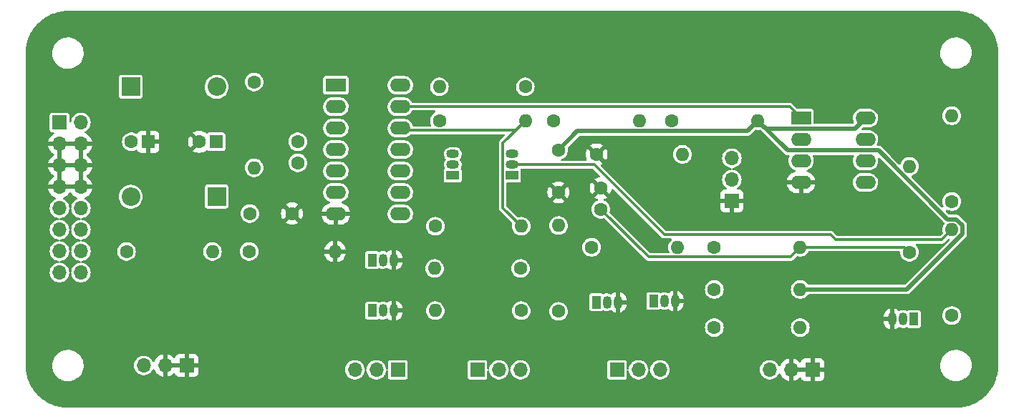
<source format=gbr>
%TF.GenerationSoftware,KiCad,Pcbnew,7.0.1-0*%
%TF.CreationDate,2023-07-04T20:45:14+01:00*%
%TF.ProjectId,Penfold_ADSR,50656e66-6f6c-4645-9f41-4453522e6b69,rev?*%
%TF.SameCoordinates,Original*%
%TF.FileFunction,Copper,L2,Bot*%
%TF.FilePolarity,Positive*%
%FSLAX46Y46*%
G04 Gerber Fmt 4.6, Leading zero omitted, Abs format (unit mm)*
G04 Created by KiCad (PCBNEW 7.0.1-0) date 2023-07-04 20:45:14*
%MOMM*%
%LPD*%
G01*
G04 APERTURE LIST*
%TA.AperFunction,ComponentPad*%
%ADD10R,1.050000X1.500000*%
%TD*%
%TA.AperFunction,ComponentPad*%
%ADD11O,1.050000X1.500000*%
%TD*%
%TA.AperFunction,ComponentPad*%
%ADD12C,1.600000*%
%TD*%
%TA.AperFunction,ComponentPad*%
%ADD13O,1.600000X1.600000*%
%TD*%
%TA.AperFunction,ComponentPad*%
%ADD14R,2.200000X2.200000*%
%TD*%
%TA.AperFunction,ComponentPad*%
%ADD15O,2.200000X2.200000*%
%TD*%
%TA.AperFunction,ComponentPad*%
%ADD16R,1.700000X1.700000*%
%TD*%
%TA.AperFunction,ComponentPad*%
%ADD17O,1.700000X1.700000*%
%TD*%
%TA.AperFunction,ComponentPad*%
%ADD18R,1.600000X1.600000*%
%TD*%
%TA.AperFunction,ComponentPad*%
%ADD19R,1.500000X1.050000*%
%TD*%
%TA.AperFunction,ComponentPad*%
%ADD20O,1.500000X1.050000*%
%TD*%
%TA.AperFunction,ComponentPad*%
%ADD21R,2.400000X1.600000*%
%TD*%
%TA.AperFunction,ComponentPad*%
%ADD22O,2.400000X1.600000*%
%TD*%
%TA.AperFunction,ViaPad*%
%ADD23C,0.800000*%
%TD*%
%TA.AperFunction,Conductor*%
%ADD24C,0.500000*%
%TD*%
%TA.AperFunction,Conductor*%
%ADD25C,0.300000*%
%TD*%
G04 APERTURE END LIST*
D10*
%TO.P,Q6,1,C*%
%TO.N,Net-(Q6-C)*%
X146230000Y-94360000D03*
D11*
%TO.P,Q6,2,B*%
%TO.N,Net-(Q6-B)*%
X147500000Y-94360000D03*
%TO.P,Q6,3,E*%
%TO.N,GND*%
X148770000Y-94360000D03*
%TD*%
D12*
%TO.P,R3,1*%
%TO.N,+12V*%
X99000000Y-68420000D03*
D13*
%TO.P,R3,2*%
%TO.N,Net-(C4-Pad2)*%
X99000000Y-78580000D03*
%TD*%
D14*
%TO.P,D1,1,K*%
%TO.N,Net-(D1-K)*%
X84420000Y-69000000D03*
D15*
%TO.P,D1,2,A*%
%TO.N,-12V*%
X94580000Y-69000000D03*
%TD*%
D10*
%TO.P,Q3,1,C*%
%TO.N,Net-(Q3-C)*%
X112960000Y-95500000D03*
D11*
%TO.P,Q3,2,B*%
%TO.N,Net-(Q3-B)*%
X114230000Y-95500000D03*
%TO.P,Q3,3,E*%
%TO.N,GND*%
X115500000Y-95500000D03*
%TD*%
D12*
%TO.P,C6,1*%
%TO.N,GND*%
X135000000Y-81500000D03*
%TO.P,C6,2*%
%TO.N,+12V*%
X135000000Y-76500000D03*
%TD*%
%TO.P,R13,1*%
%TO.N,Net-(Q2-B)*%
X138920000Y-88000000D03*
D13*
%TO.P,R13,2*%
%TO.N,Net-(Q6-C)*%
X149080000Y-88000000D03*
%TD*%
D16*
%TO.P,J1,1,Pin_1*%
%TO.N,Net-(D1-K)*%
X76000000Y-73220000D03*
D17*
%TO.P,J1,2,Pin_2*%
X78540000Y-73220000D03*
%TO.P,J1,3,Pin_3*%
%TO.N,GND*%
X76000000Y-75760000D03*
%TO.P,J1,4,Pin_4*%
X78540000Y-75760000D03*
%TO.P,J1,5,Pin_5*%
X76000000Y-78300000D03*
%TO.P,J1,6,Pin_6*%
X78540000Y-78300000D03*
%TO.P,J1,7,Pin_7*%
X76000000Y-80840000D03*
%TO.P,J1,8,Pin_8*%
X78540000Y-80840000D03*
%TO.P,J1,9,Pin_9*%
%TO.N,Net-(D2-A)*%
X76000000Y-83380000D03*
%TO.P,J1,10,Pin_10*%
X78540000Y-83380000D03*
%TO.P,J1,11,Pin_11*%
%TO.N,+5V*%
X76000000Y-85920000D03*
%TO.P,J1,12,Pin_12*%
X78540000Y-85920000D03*
%TO.P,J1,13,Pin_13*%
%TO.N,CV Bus*%
X76000000Y-88460000D03*
%TO.P,J1,14,Pin_14*%
X78540000Y-88460000D03*
%TO.P,J1,15,Pin_15*%
%TO.N,Gate Bus*%
X76000000Y-91000000D03*
%TO.P,J1,16,Pin_16*%
X78540000Y-91000000D03*
%TD*%
D12*
%TO.P,C5,1*%
%TO.N,GND*%
X140000000Y-81000000D03*
%TO.P,C5,2*%
%TO.N,B*%
X140000000Y-83500000D03*
%TD*%
D16*
%TO.P,RV1,1,1*%
%TO.N,unconnected-(RV1-Pad1)*%
X116000000Y-102500000D03*
D17*
%TO.P,RV1,2,2*%
%TO.N,Net-(R8-Pad2)*%
X113460000Y-102500000D03*
%TO.P,RV1,3,3*%
%TO.N,Net-(Q4-C)*%
X110920000Y-102500000D03*
%TD*%
D12*
%TO.P,R12,1*%
%TO.N,GND*%
X139500000Y-77000000D03*
D13*
%TO.P,R12,2*%
%TO.N,Net-(U2A--)*%
X149660000Y-77000000D03*
%TD*%
D18*
%TO.P,C1,1*%
%TO.N,+12V*%
X94500000Y-75500000D03*
D12*
%TO.P,C1,2*%
%TO.N,GND*%
X92500000Y-75500000D03*
%TD*%
D16*
%TO.P,J4,1,Pin_1*%
%TO.N,GND*%
X165040000Y-102500000D03*
D17*
%TO.P,J4,2,Pin_2*%
X162500000Y-102500000D03*
%TO.P,J4,3,Pin_3*%
%TO.N,B*%
X159960000Y-102500000D03*
%TD*%
D12*
%TO.P,C3,1*%
%TO.N,A*%
X98500000Y-84000000D03*
%TO.P,C3,2*%
%TO.N,GND*%
X103500000Y-84000000D03*
%TD*%
D10*
%TO.P,Q2,1,C*%
%TO.N,Net-(Q2-C)*%
X139460000Y-94500000D03*
D11*
%TO.P,Q2,2,B*%
%TO.N,Net-(Q2-B)*%
X140730000Y-94500000D03*
%TO.P,Q2,3,E*%
%TO.N,GND*%
X142000000Y-94500000D03*
%TD*%
D12*
%TO.P,R8,1*%
%TO.N,B*%
X130500000Y-90500000D03*
D13*
%TO.P,R8,2*%
%TO.N,Net-(R8-Pad2)*%
X120340000Y-90500000D03*
%TD*%
D12*
%TO.P,R7,1*%
%TO.N,Net-(R7-Pad1)*%
X135000000Y-95580000D03*
D13*
%TO.P,R7,2*%
%TO.N,B*%
X135000000Y-85420000D03*
%TD*%
D19*
%TO.P,Q1,1,C*%
%TO.N,C*%
X129500000Y-79500000D03*
D20*
%TO.P,Q1,2,B*%
%TO.N,Net-(Q1-B)*%
X129500000Y-78230000D03*
%TO.P,Q1,3,E*%
%TO.N,+12V*%
X129500000Y-76960000D03*
%TD*%
D12*
%TO.P,R17,1*%
%TO.N,Net-(Q7-C)*%
X181500000Y-96080000D03*
D13*
%TO.P,R17,2*%
%TO.N,Net-(Q1-B)*%
X181500000Y-85920000D03*
%TD*%
D16*
%TO.P,J2,1,Pin_1*%
%TO.N,GND*%
X91040000Y-102000000D03*
D17*
%TO.P,J2,2,Pin_2*%
X88500000Y-102000000D03*
%TO.P,J2,3,Pin_3*%
%TO.N,Gate In*%
X85960000Y-102000000D03*
%TD*%
D19*
%TO.P,Q5,1,C*%
%TO.N,Net-(Q5-C)*%
X122500000Y-79500000D03*
D20*
%TO.P,Q5,2,B*%
%TO.N,C*%
X122500000Y-78230000D03*
%TO.P,Q5,3,E*%
%TO.N,+12V*%
X122500000Y-76960000D03*
%TD*%
D16*
%TO.P,RV4,1,1*%
%TO.N,Net-(Q2-C)*%
X141920000Y-102500000D03*
D17*
%TO.P,RV4,2,2*%
%TO.N,Net-(R19-Pad1)*%
X144460000Y-102500000D03*
%TO.P,RV4,3,3*%
%TO.N,unconnected-(RV4-Pad3)*%
X147000000Y-102500000D03*
%TD*%
D16*
%TO.P,RV2,1,1*%
%TO.N,Net-(Q5-C)*%
X125420000Y-102500000D03*
D17*
%TO.P,RV2,2,2*%
%TO.N,Net-(R7-Pad1)*%
X127960000Y-102500000D03*
%TO.P,RV2,3,3*%
%TO.N,unconnected-(RV2-Pad3)*%
X130500000Y-102500000D03*
%TD*%
D21*
%TO.P,U1,1*%
%TO.N,A*%
X108675000Y-68800000D03*
D22*
%TO.P,U1,2*%
%TO.N,Net-(U1-Pad2)*%
X108675000Y-71340000D03*
%TO.P,U1,3*%
%TO.N,Net-(C4-Pad1)*%
X108675000Y-73880000D03*
%TO.P,U1,4*%
%TO.N,Net-(U1-Pad2)*%
X108675000Y-76420000D03*
%TO.P,U1,5*%
%TO.N,Net-(C4-Pad2)*%
X108675000Y-78960000D03*
%TO.P,U1,6*%
X108675000Y-81500000D03*
%TO.P,U1,7,VSS*%
%TO.N,GND*%
X108675000Y-84040000D03*
%TO.P,U1,8*%
%TO.N,Net-(U1-Pad11)*%
X116295000Y-84040000D03*
%TO.P,U1,9*%
%TO.N,Net-(U1-Pad2)*%
X116295000Y-81500000D03*
%TO.P,U1,10*%
%TO.N,E*%
X116295000Y-78960000D03*
%TO.P,U1,11*%
%TO.N,Net-(U1-Pad11)*%
X116295000Y-76420000D03*
%TO.P,U1,12*%
%TO.N,E*%
X116295000Y-73880000D03*
%TO.P,U1,13*%
%TO.N,G*%
X116295000Y-71340000D03*
%TO.P,U1,14,VDD*%
%TO.N,+12V*%
X116295000Y-68800000D03*
%TD*%
D12*
%TO.P,R2,1*%
%TO.N,A*%
X98420000Y-88500000D03*
D13*
%TO.P,R2,2*%
%TO.N,GND*%
X108580000Y-88500000D03*
%TD*%
D12*
%TO.P,R11,1*%
%TO.N,Net-(U2A--)*%
X148420000Y-73000000D03*
D13*
%TO.P,R11,2*%
%TO.N,+12V*%
X158580000Y-73000000D03*
%TD*%
D12*
%TO.P,R4,1*%
%TO.N,D*%
X130580000Y-95500000D03*
D13*
%TO.P,R4,2*%
%TO.N,Net-(Q3-B)*%
X120420000Y-95500000D03*
%TD*%
D12*
%TO.P,R10,1*%
%TO.N,B*%
X134420000Y-73000000D03*
D13*
%TO.P,R10,2*%
%TO.N,F*%
X144580000Y-73000000D03*
%TD*%
D16*
%TO.P,RV3,1,1*%
%TO.N,GND*%
X155500000Y-82525000D03*
D17*
%TO.P,RV3,2,2*%
%TO.N,Net-(U2B-+)*%
X155500000Y-79985000D03*
%TO.P,RV3,3,3*%
%TO.N,Net-(U2A--)*%
X155500000Y-77445000D03*
%TD*%
D14*
%TO.P,D2,1,K*%
%TO.N,+12V*%
X94580000Y-82000000D03*
D15*
%TO.P,D2,2,A*%
%TO.N,Net-(D2-A)*%
X84420000Y-82000000D03*
%TD*%
D18*
%TO.P,C2,1*%
%TO.N,GND*%
X86500000Y-75500000D03*
D12*
%TO.P,C2,2*%
%TO.N,-12V*%
X84500000Y-75500000D03*
%TD*%
D10*
%TO.P,Q4,1,C*%
%TO.N,Net-(Q4-C)*%
X112960000Y-89500000D03*
D11*
%TO.P,Q4,2,B*%
%TO.N,Net-(Q3-C)*%
X114230000Y-89500000D03*
%TO.P,Q4,3,E*%
%TO.N,GND*%
X115500000Y-89500000D03*
%TD*%
D12*
%TO.P,R6,1*%
%TO.N,C*%
X120920000Y-73000000D03*
D13*
%TO.P,R6,2*%
%TO.N,E*%
X131080000Y-73000000D03*
%TD*%
D12*
%TO.P,R15,1*%
%TO.N,Net-(Q6-B)*%
X131080000Y-69000000D03*
D13*
%TO.P,R15,2*%
%TO.N,A*%
X120920000Y-69000000D03*
%TD*%
D12*
%TO.P,R1,1*%
%TO.N,Gate In*%
X83920000Y-88500000D03*
D13*
%TO.P,R1,2*%
%TO.N,A*%
X94080000Y-88500000D03*
%TD*%
D12*
%TO.P,R16,1*%
%TO.N,Net-(Q6-C)*%
X153420000Y-97500000D03*
D13*
%TO.P,R16,2*%
%TO.N,Net-(Q7-B)*%
X163580000Y-97500000D03*
%TD*%
D21*
%TO.P,U2,1*%
%TO.N,G*%
X163675000Y-72700000D03*
D22*
%TO.P,U2,2,-*%
%TO.N,Net-(U2A--)*%
X163675000Y-75240000D03*
%TO.P,U2,3,+*%
%TO.N,F*%
X163675000Y-77780000D03*
%TO.P,U2,4,V-*%
%TO.N,GND*%
X163675000Y-80320000D03*
%TO.P,U2,5,+*%
%TO.N,Net-(U2B-+)*%
X171295000Y-80320000D03*
%TO.P,U2,6,-*%
%TO.N,Net-(U2B--)*%
X171295000Y-77780000D03*
%TO.P,U2,7*%
%TO.N,D*%
X171295000Y-75240000D03*
%TO.P,U2,8,V+*%
%TO.N,+12V*%
X171295000Y-72700000D03*
%TD*%
D12*
%TO.P,C4,1*%
%TO.N,Net-(C4-Pad1)*%
X104175000Y-75500000D03*
%TO.P,C4,2*%
%TO.N,Net-(C4-Pad2)*%
X104175000Y-78000000D03*
%TD*%
%TO.P,R5,1*%
%TO.N,Net-(Q3-C)*%
X120420000Y-85500000D03*
D13*
%TO.P,R5,2*%
%TO.N,E*%
X130580000Y-85500000D03*
%TD*%
D12*
%TO.P,R18,1*%
%TO.N,Net-(Q1-B)*%
X181500000Y-82580000D03*
D13*
%TO.P,R18,2*%
%TO.N,+12V*%
X181500000Y-72420000D03*
%TD*%
D12*
%TO.P,R14,1*%
%TO.N,Net-(Q6-C)*%
X153420000Y-93000000D03*
D13*
%TO.P,R14,2*%
%TO.N,+12V*%
X163580000Y-93000000D03*
%TD*%
D12*
%TO.P,R9,1*%
%TO.N,B*%
X176500000Y-88580000D03*
D13*
%TO.P,R9,2*%
%TO.N,Net-(U2B--)*%
X176500000Y-78420000D03*
%TD*%
D12*
%TO.P,R19,1*%
%TO.N,Net-(R19-Pad1)*%
X153420000Y-88000000D03*
D13*
%TO.P,R19,2*%
%TO.N,B*%
X163580000Y-88000000D03*
%TD*%
D10*
%TO.P,Q7,1,C*%
%TO.N,Net-(Q7-C)*%
X177000000Y-96500000D03*
D11*
%TO.P,Q7,2,B*%
%TO.N,Net-(Q7-B)*%
X175730000Y-96500000D03*
%TO.P,Q7,3,E*%
%TO.N,GND*%
X174460000Y-96500000D03*
%TD*%
D23*
%TO.N,GND*%
X158500000Y-84000000D03*
X158500000Y-92500000D03*
%TD*%
D24*
%TO.N,+12V*%
X176187767Y-93000000D02*
X163580000Y-93000000D01*
X170045000Y-73950000D02*
X171295000Y-72700000D01*
X158580000Y-73000000D02*
X162110000Y-76530000D01*
X159530000Y-73950000D02*
X170045000Y-73950000D01*
X162110000Y-76530000D02*
X172842233Y-76530000D01*
X137250000Y-74250000D02*
X135000000Y-76500000D01*
X157330000Y-74250000D02*
X137250000Y-74250000D01*
X158580000Y-73000000D02*
X157330000Y-74250000D01*
X182750000Y-85402233D02*
X182750000Y-86437767D01*
X182017767Y-84670000D02*
X182750000Y-85402233D01*
X172842233Y-76530000D02*
X180982233Y-84670000D01*
X158580000Y-73000000D02*
X159530000Y-73950000D01*
X182750000Y-86437767D02*
X176187767Y-93000000D01*
X180982233Y-84670000D02*
X182017767Y-84670000D01*
D25*
%TO.N,B*%
X145650000Y-89150000D02*
X140000000Y-83500000D01*
X175920000Y-88000000D02*
X176500000Y-88580000D01*
X163580000Y-88000000D02*
X175920000Y-88000000D01*
X162430000Y-89150000D02*
X145650000Y-89150000D01*
X163580000Y-88000000D02*
X162430000Y-89150000D01*
%TO.N,Net-(Q1-B)*%
X167180000Y-86500000D02*
X167800000Y-87120000D01*
X147500000Y-86500000D02*
X167180000Y-86500000D01*
X139230000Y-78230000D02*
X147500000Y-86500000D01*
X129500000Y-78230000D02*
X139230000Y-78230000D01*
X167800000Y-87120000D02*
X180300000Y-87120000D01*
X180300000Y-87120000D02*
X181500000Y-85920000D01*
%TO.N,E*%
X116295000Y-73880000D02*
X116565000Y-74150000D01*
X129930000Y-74150000D02*
X131080000Y-73000000D01*
X116565000Y-74150000D02*
X129930000Y-74150000D01*
X128400000Y-75680000D02*
X131080000Y-73000000D01*
X130580000Y-85500000D02*
X128400000Y-83320000D01*
X128400000Y-83320000D02*
X128400000Y-75680000D01*
%TO.N,G*%
X163675000Y-72700000D02*
X162315000Y-71340000D01*
X162315000Y-71340000D02*
X116295000Y-71340000D01*
%TD*%
%TA.AperFunction,Conductor*%
%TO.N,GND*%
G36*
X158862543Y-74081299D02*
G01*
X158913544Y-74112069D01*
X159132592Y-74331117D01*
X159135534Y-74334161D01*
X159182156Y-74384081D01*
X159198013Y-74396538D01*
X161712592Y-76911117D01*
X161715534Y-76914161D01*
X161716361Y-76915047D01*
X161759320Y-76961044D01*
X161794434Y-76982397D01*
X161804914Y-76989530D01*
X161837658Y-77014361D01*
X161854354Y-77020945D01*
X161873281Y-77030345D01*
X161888618Y-77039672D01*
X161888620Y-77039672D01*
X161888621Y-77039673D01*
X161928181Y-77050757D01*
X161940213Y-77054803D01*
X161978436Y-77069876D01*
X161996285Y-77071711D01*
X162017046Y-77075656D01*
X162034335Y-77080500D01*
X162075418Y-77080500D01*
X162088098Y-77081149D01*
X162128972Y-77085352D01*
X162146656Y-77082303D01*
X162167725Y-77080500D01*
X162193334Y-77080500D01*
X162255334Y-77097113D01*
X162300721Y-77142500D01*
X162317334Y-77204500D01*
X162300721Y-77266499D01*
X162296343Y-77274081D01*
X162269396Y-77320754D01*
X162200655Y-77519366D01*
X162171504Y-77722125D01*
X162170746Y-77727398D01*
X162178779Y-77896030D01*
X162180746Y-77937330D01*
X162230297Y-78141580D01*
X162317602Y-78332752D01*
X162402624Y-78452147D01*
X162439514Y-78503952D01*
X162591622Y-78648986D01*
X162641539Y-78681066D01*
X162768425Y-78762612D01*
X162790519Y-78771457D01*
X162942186Y-78832175D01*
X162991718Y-78868342D01*
X163017858Y-78923824D01*
X163014211Y-78985048D01*
X162981669Y-79037035D01*
X162928193Y-79067067D01*
X162828673Y-79093733D01*
X162622519Y-79189865D01*
X162436180Y-79320341D01*
X162275341Y-79481180D01*
X162144865Y-79667519D01*
X162048733Y-79873673D01*
X161996128Y-80069999D01*
X161996128Y-80070000D01*
X165353872Y-80070000D01*
X165353871Y-80069999D01*
X165301266Y-79873673D01*
X165205134Y-79667519D01*
X165074658Y-79481180D01*
X164913819Y-79320341D01*
X164727480Y-79189865D01*
X164521326Y-79093733D01*
X164417617Y-79065944D01*
X164362448Y-79034266D01*
X164330247Y-78979401D01*
X164329490Y-78915788D01*
X164360377Y-78860173D01*
X164414775Y-78827192D01*
X164485875Y-78806316D01*
X164672682Y-78710011D01*
X164837886Y-78580092D01*
X164975519Y-78421256D01*
X165080604Y-78239244D01*
X165149344Y-78040633D01*
X165179254Y-77832602D01*
X165169254Y-77622670D01*
X165119704Y-77418424D01*
X165119454Y-77417877D01*
X165045533Y-77256011D01*
X165034643Y-77195654D01*
X165054012Y-77137461D01*
X165098900Y-77095668D01*
X165158327Y-77080500D01*
X169813334Y-77080500D01*
X169875334Y-77097113D01*
X169920721Y-77142500D01*
X169937334Y-77204500D01*
X169920721Y-77266499D01*
X169916343Y-77274081D01*
X169889396Y-77320754D01*
X169820655Y-77519366D01*
X169791504Y-77722125D01*
X169790746Y-77727398D01*
X169798779Y-77896030D01*
X169800746Y-77937330D01*
X169850297Y-78141580D01*
X169937602Y-78332752D01*
X170022624Y-78452147D01*
X170059514Y-78503952D01*
X170211622Y-78648986D01*
X170261539Y-78681066D01*
X170388425Y-78762612D01*
X170410519Y-78771457D01*
X170583543Y-78840725D01*
X170684449Y-78860173D01*
X170789914Y-78880500D01*
X170789915Y-78880500D01*
X171747420Y-78880500D01*
X171747425Y-78880500D01*
X171904218Y-78865528D01*
X172105875Y-78806316D01*
X172292682Y-78710011D01*
X172457886Y-78580092D01*
X172595519Y-78421256D01*
X172700604Y-78239244D01*
X172769344Y-78040633D01*
X172799254Y-77832602D01*
X172789254Y-77622670D01*
X172775793Y-77567183D01*
X172777156Y-77503584D01*
X172809878Y-77449028D01*
X172865346Y-77417877D01*
X172928961Y-77418331D01*
X172983979Y-77450271D01*
X180584811Y-85051102D01*
X180587725Y-85054116D01*
X180620039Y-85088715D01*
X180648404Y-85138458D01*
X180651393Y-85195644D01*
X180628368Y-85248076D01*
X180560326Y-85338178D01*
X180469418Y-85520748D01*
X180413602Y-85716916D01*
X180394785Y-85919999D01*
X180413603Y-86123084D01*
X180448197Y-86244669D01*
X180448949Y-86309773D01*
X180416612Y-86366284D01*
X180149716Y-86633181D01*
X180109488Y-86660061D01*
X180062035Y-86669500D01*
X168037965Y-86669500D01*
X167990512Y-86660061D01*
X167950284Y-86633181D01*
X167521368Y-86204265D01*
X167512102Y-86193897D01*
X167489879Y-86166030D01*
X167442608Y-86133800D01*
X167438870Y-86131148D01*
X167388035Y-86093629D01*
X167383424Y-86091302D01*
X167323049Y-86072679D01*
X167318644Y-86071230D01*
X167259023Y-86050368D01*
X167253914Y-86049500D01*
X167247902Y-86049500D01*
X167190738Y-86049500D01*
X167186101Y-86049413D01*
X167122970Y-86047050D01*
X167104365Y-86049500D01*
X147737965Y-86049500D01*
X147690512Y-86040061D01*
X147650284Y-86013181D01*
X144412103Y-82775000D01*
X154150000Y-82775000D01*
X154150000Y-83422824D01*
X154156402Y-83482375D01*
X154206647Y-83617089D01*
X154292811Y-83732188D01*
X154407910Y-83818352D01*
X154542624Y-83868597D01*
X154602176Y-83875000D01*
X155250000Y-83875000D01*
X155250000Y-82775000D01*
X155750000Y-82775000D01*
X155750000Y-83875000D01*
X156397824Y-83875000D01*
X156457375Y-83868597D01*
X156592089Y-83818352D01*
X156707188Y-83732188D01*
X156793352Y-83617089D01*
X156843597Y-83482375D01*
X156850000Y-83422824D01*
X156850000Y-82775000D01*
X155750000Y-82775000D01*
X155250000Y-82775000D01*
X154150000Y-82775000D01*
X144412103Y-82775000D01*
X143912103Y-82275000D01*
X154150000Y-82275000D01*
X156850000Y-82275000D01*
X156850000Y-81627176D01*
X156843597Y-81567624D01*
X156793352Y-81432910D01*
X156707188Y-81317811D01*
X156592089Y-81231647D01*
X156457375Y-81181402D01*
X156397824Y-81175000D01*
X156199366Y-81175000D01*
X156138029Y-81158767D01*
X156092751Y-81114318D01*
X156075387Y-81053291D01*
X156090484Y-80991665D01*
X156134087Y-80945573D01*
X156196302Y-80907052D01*
X156353872Y-80763407D01*
X156482366Y-80593255D01*
X156482366Y-80593253D01*
X156482368Y-80593252D01*
X156493946Y-80570000D01*
X161996128Y-80570000D01*
X162048733Y-80766326D01*
X162144865Y-80972480D01*
X162275341Y-81158819D01*
X162436180Y-81319658D01*
X162622519Y-81450134D01*
X162828673Y-81546266D01*
X163048397Y-81605141D01*
X163218235Y-81620000D01*
X163425000Y-81620000D01*
X163425000Y-80570000D01*
X163925000Y-80570000D01*
X163925000Y-81620000D01*
X164131765Y-81620000D01*
X164301602Y-81605141D01*
X164521326Y-81546266D01*
X164727480Y-81450134D01*
X164913819Y-81319658D01*
X165074658Y-81158819D01*
X165205134Y-80972480D01*
X165301266Y-80766326D01*
X165353872Y-80570000D01*
X163925000Y-80570000D01*
X163425000Y-80570000D01*
X161996128Y-80570000D01*
X156493946Y-80570000D01*
X156541905Y-80473683D01*
X156577405Y-80402389D01*
X156615814Y-80267398D01*
X169790746Y-80267398D01*
X169800746Y-80477330D01*
X169842100Y-80647794D01*
X169850297Y-80681580D01*
X169937602Y-80872752D01*
X170028215Y-80999999D01*
X170059514Y-81043952D01*
X170211622Y-81188986D01*
X170270153Y-81226602D01*
X170388425Y-81302612D01*
X170426391Y-81317811D01*
X170583543Y-81380725D01*
X170712228Y-81405527D01*
X170789914Y-81420500D01*
X170789915Y-81420500D01*
X171747420Y-81420500D01*
X171747425Y-81420500D01*
X171904218Y-81405528D01*
X172105875Y-81346316D01*
X172292682Y-81250011D01*
X172457886Y-81120092D01*
X172595519Y-80961256D01*
X172700604Y-80779244D01*
X172769344Y-80580633D01*
X172799254Y-80372602D01*
X172789254Y-80162670D01*
X172739704Y-79958424D01*
X172739702Y-79958419D01*
X172652397Y-79767247D01*
X172552710Y-79627257D01*
X172530486Y-79596048D01*
X172378378Y-79451014D01*
X172313545Y-79409348D01*
X172201574Y-79337387D01*
X172045609Y-79274949D01*
X172006457Y-79259275D01*
X172006456Y-79259274D01*
X172006454Y-79259274D01*
X171800086Y-79219500D01*
X171800085Y-79219500D01*
X170842575Y-79219500D01*
X170744579Y-79228857D01*
X170685779Y-79234472D01*
X170484126Y-79293683D01*
X170297315Y-79389990D01*
X170132115Y-79519906D01*
X169994479Y-79678745D01*
X169889396Y-79860754D01*
X169820655Y-80059366D01*
X169800757Y-80197767D01*
X169790746Y-80267398D01*
X156615814Y-80267398D01*
X156635756Y-80197310D01*
X156655429Y-79985000D01*
X156635756Y-79772690D01*
X156634207Y-79767247D01*
X156586977Y-79601254D01*
X156577405Y-79567611D01*
X156553219Y-79519038D01*
X156482368Y-79376747D01*
X156353873Y-79206594D01*
X156196301Y-79062947D01*
X156077433Y-78989347D01*
X156015019Y-78950702D01*
X156015017Y-78950701D01*
X155816198Y-78873679D01*
X155816197Y-78873678D01*
X155619385Y-78836888D01*
X155558634Y-78806637D01*
X155522906Y-78748934D01*
X155522906Y-78681066D01*
X155558634Y-78623363D01*
X155619385Y-78593111D01*
X155816198Y-78556321D01*
X156015019Y-78479298D01*
X156196302Y-78367052D01*
X156353872Y-78223407D01*
X156482366Y-78053255D01*
X156482366Y-78053253D01*
X156482368Y-78053252D01*
X156559038Y-77899275D01*
X156577405Y-77862389D01*
X156635756Y-77657310D01*
X156655429Y-77445000D01*
X156635756Y-77232690D01*
X156634207Y-77227247D01*
X156589952Y-77071710D01*
X156577405Y-77027611D01*
X156563657Y-77000001D01*
X156482368Y-76836747D01*
X156353873Y-76666594D01*
X156196301Y-76522947D01*
X156084802Y-76453909D01*
X156015019Y-76410702D01*
X156015017Y-76410701D01*
X155816198Y-76333679D01*
X155816197Y-76333678D01*
X155606610Y-76294500D01*
X155393390Y-76294500D01*
X155253664Y-76320619D01*
X155183801Y-76333679D01*
X154984982Y-76410701D01*
X154803698Y-76522947D01*
X154646126Y-76666594D01*
X154517631Y-76836747D01*
X154422595Y-77027609D01*
X154364243Y-77232689D01*
X154344571Y-77445000D01*
X154364243Y-77657310D01*
X154422595Y-77862390D01*
X154517631Y-78053252D01*
X154646126Y-78223405D01*
X154646128Y-78223407D01*
X154803698Y-78367052D01*
X154984981Y-78479298D01*
X155183802Y-78556321D01*
X155380613Y-78593111D01*
X155441365Y-78623363D01*
X155477093Y-78681066D01*
X155477093Y-78748934D01*
X155441365Y-78806637D01*
X155380613Y-78836888D01*
X155256052Y-78860173D01*
X155183801Y-78873679D01*
X154984982Y-78950701D01*
X154803698Y-79062947D01*
X154646126Y-79206594D01*
X154517631Y-79376747D01*
X154422595Y-79567609D01*
X154364243Y-79772689D01*
X154344571Y-79985000D01*
X154364243Y-80197310D01*
X154422595Y-80402390D01*
X154517631Y-80593252D01*
X154646126Y-80763405D01*
X154646128Y-80763407D01*
X154803698Y-80907052D01*
X154865912Y-80945573D01*
X154909516Y-80991665D01*
X154924613Y-81053291D01*
X154907249Y-81114318D01*
X154861971Y-81158767D01*
X154800634Y-81175000D01*
X154602176Y-81175000D01*
X154542624Y-81181402D01*
X154407910Y-81231647D01*
X154292811Y-81317811D01*
X154206647Y-81432910D01*
X154156402Y-81567624D01*
X154150000Y-81627176D01*
X154150000Y-82275000D01*
X143912103Y-82275000D01*
X140014972Y-78377869D01*
X139984392Y-78327475D01*
X139980537Y-78268655D01*
X140004277Y-78214701D01*
X140050249Y-78177806D01*
X140152479Y-78130135D01*
X140225472Y-78079025D01*
X139500000Y-77353553D01*
X139146448Y-77000001D01*
X139853553Y-77000001D01*
X140579025Y-77725472D01*
X140630134Y-77652480D01*
X140726266Y-77446326D01*
X140785141Y-77226602D01*
X140804966Y-77000000D01*
X148554785Y-77000000D01*
X148573602Y-77203083D01*
X148629418Y-77399251D01*
X148720324Y-77581818D01*
X148843236Y-77744580D01*
X148993958Y-77881981D01*
X149148045Y-77977387D01*
X149167363Y-77989348D01*
X149357544Y-78063024D01*
X149558024Y-78100500D01*
X149761974Y-78100500D01*
X149761976Y-78100500D01*
X149962456Y-78063024D01*
X150152637Y-77989348D01*
X150326041Y-77881981D01*
X150435680Y-77782032D01*
X150476763Y-77744580D01*
X150476764Y-77744579D01*
X150599673Y-77581821D01*
X150599673Y-77581819D01*
X150599675Y-77581818D01*
X150645719Y-77489347D01*
X150690582Y-77399250D01*
X150746397Y-77203083D01*
X150765215Y-77000000D01*
X150746397Y-76796917D01*
X150745452Y-76793597D01*
X150706640Y-76657188D01*
X150690582Y-76600750D01*
X150671797Y-76563024D01*
X150599675Y-76418181D01*
X150476763Y-76255419D01*
X150326041Y-76118018D01*
X150152638Y-76010652D01*
X149962457Y-75936976D01*
X149876847Y-75920973D01*
X149761976Y-75899500D01*
X149558024Y-75899500D01*
X149461732Y-75917500D01*
X149357542Y-75936976D01*
X149167361Y-76010652D01*
X148993958Y-76118018D01*
X148843236Y-76255419D01*
X148720324Y-76418181D01*
X148629418Y-76600748D01*
X148573602Y-76796916D01*
X148554785Y-77000000D01*
X140804966Y-77000000D01*
X140785141Y-76773397D01*
X140726266Y-76553673D01*
X140630133Y-76347515D01*
X140579025Y-76274526D01*
X139853553Y-77000000D01*
X139853553Y-77000001D01*
X139146448Y-77000001D01*
X138420973Y-76274527D01*
X138369865Y-76347516D01*
X138273733Y-76553672D01*
X138214858Y-76773397D01*
X138195033Y-76999999D01*
X138214858Y-77226602D01*
X138273733Y-77446326D01*
X138346836Y-77603095D01*
X138358189Y-77663610D01*
X138339035Y-77722125D01*
X138294097Y-77764214D01*
X138234454Y-77779500D01*
X135407008Y-77779500D01*
X135341730Y-77760927D01*
X135296008Y-77710771D01*
X135283537Y-77644058D01*
X135308054Y-77580773D01*
X135362213Y-77539873D01*
X135492637Y-77489348D01*
X135666041Y-77381981D01*
X135733204Y-77320754D01*
X135816763Y-77244580D01*
X135825743Y-77232689D01*
X135939673Y-77081821D01*
X135939673Y-77081819D01*
X135939675Y-77081818D01*
X135993982Y-76972753D01*
X136030582Y-76899250D01*
X136086397Y-76703083D01*
X136105215Y-76500000D01*
X136086397Y-76296917D01*
X136083127Y-76285428D01*
X136082374Y-76220325D01*
X136114710Y-76163813D01*
X136357550Y-75920973D01*
X138774526Y-75920973D01*
X139500000Y-76646446D01*
X139500001Y-76646446D01*
X140225472Y-75920974D01*
X140225471Y-75920972D01*
X140152484Y-75869866D01*
X139946326Y-75773733D01*
X139726602Y-75714858D01*
X139500000Y-75695033D01*
X139273397Y-75714858D01*
X139053672Y-75773733D01*
X138847516Y-75869865D01*
X138774527Y-75920973D01*
X138774526Y-75920973D01*
X136357550Y-75920973D01*
X137441705Y-74836819D01*
X137481934Y-74809939D01*
X137529387Y-74800500D01*
X157318478Y-74800500D01*
X157322711Y-74800572D01*
X157386824Y-74802762D01*
X157386824Y-74802761D01*
X157386826Y-74802762D01*
X157426751Y-74793031D01*
X157439196Y-74790666D01*
X157479920Y-74785070D01*
X157496383Y-74777918D01*
X157516419Y-74771180D01*
X157533852Y-74766933D01*
X157569695Y-74746778D01*
X157581015Y-74741157D01*
X157618720Y-74724780D01*
X157632635Y-74713458D01*
X157650111Y-74701563D01*
X157665759Y-74692766D01*
X157694813Y-74663710D01*
X157704230Y-74655211D01*
X157736108Y-74629278D01*
X157746461Y-74614610D01*
X157760073Y-74598450D01*
X158246456Y-74112067D01*
X158297455Y-74081299D01*
X158356916Y-74077861D01*
X158478024Y-74100500D01*
X158681973Y-74100500D01*
X158681976Y-74100500D01*
X158803082Y-74077861D01*
X158862543Y-74081299D01*
G37*
%TD.AperFunction*%
%TA.AperFunction,Conductor*%
G36*
X182002562Y-60000605D02*
G01*
X182217600Y-60009500D01*
X182413455Y-60018052D01*
X182423330Y-60018881D01*
X182636706Y-60045479D01*
X182636793Y-60045490D01*
X182834945Y-60071577D01*
X182844192Y-60073153D01*
X183053521Y-60117044D01*
X183054765Y-60117312D01*
X183250386Y-60160680D01*
X183258901Y-60162889D01*
X183463665Y-60223850D01*
X183465325Y-60224359D01*
X183656696Y-60284698D01*
X183664453Y-60287431D01*
X183863363Y-60365046D01*
X183865513Y-60365911D01*
X184051024Y-60442752D01*
X184057972Y-60445886D01*
X184225903Y-60527982D01*
X184249587Y-60539561D01*
X184252383Y-60540972D01*
X184430420Y-60633652D01*
X184436636Y-60637118D01*
X184619793Y-60746255D01*
X184622929Y-60748187D01*
X184686491Y-60788681D01*
X184792282Y-60856078D01*
X184797710Y-60859741D01*
X184971184Y-60983599D01*
X184974616Y-60986140D01*
X185133912Y-61108372D01*
X185138567Y-61112126D01*
X185301226Y-61249891D01*
X185304838Y-61253072D01*
X185452925Y-61388769D01*
X185456807Y-61392486D01*
X185607512Y-61543191D01*
X185611232Y-61547076D01*
X185746921Y-61695155D01*
X185750107Y-61698772D01*
X185887872Y-61861431D01*
X185891626Y-61866086D01*
X186013858Y-62025382D01*
X186016399Y-62028814D01*
X186140257Y-62202288D01*
X186143920Y-62207716D01*
X186251800Y-62377052D01*
X186253743Y-62380205D01*
X186362880Y-62563362D01*
X186366346Y-62569578D01*
X186459026Y-62747615D01*
X186460437Y-62750411D01*
X186554099Y-62941997D01*
X186557260Y-62949005D01*
X186634051Y-63134395D01*
X186634991Y-63136734D01*
X186652157Y-63180724D01*
X186712559Y-63335523D01*
X186715302Y-63343309D01*
X186775602Y-63534554D01*
X186776186Y-63536460D01*
X186837105Y-63741084D01*
X186839321Y-63749627D01*
X186882671Y-63945166D01*
X186882971Y-63946559D01*
X186926844Y-64155802D01*
X186928422Y-64165062D01*
X186954459Y-64362829D01*
X186954568Y-64363677D01*
X186981114Y-64576641D01*
X186981948Y-64586570D01*
X186990513Y-64782728D01*
X186990525Y-64783013D01*
X186999394Y-64997438D01*
X186999500Y-65002562D01*
X186999500Y-101997438D01*
X186999394Y-102002563D01*
X186990525Y-102216987D01*
X186990513Y-102217271D01*
X186981948Y-102413428D01*
X186981114Y-102423357D01*
X186954568Y-102636321D01*
X186954459Y-102637169D01*
X186928422Y-102834936D01*
X186926844Y-102844196D01*
X186882971Y-103053439D01*
X186882671Y-103054832D01*
X186839321Y-103250371D01*
X186837105Y-103258914D01*
X186776186Y-103463538D01*
X186775602Y-103465444D01*
X186715302Y-103656689D01*
X186712559Y-103664475D01*
X186635008Y-103863224D01*
X186634051Y-103865603D01*
X186557260Y-104050993D01*
X186554099Y-104058001D01*
X186460437Y-104249587D01*
X186459026Y-104252383D01*
X186366346Y-104430420D01*
X186362880Y-104436636D01*
X186253743Y-104619793D01*
X186251800Y-104622946D01*
X186143920Y-104792282D01*
X186140257Y-104797710D01*
X186016399Y-104971184D01*
X186013858Y-104974616D01*
X185891626Y-105133912D01*
X185887872Y-105138567D01*
X185750107Y-105301226D01*
X185746908Y-105304858D01*
X185611254Y-105452899D01*
X185607512Y-105456807D01*
X185456807Y-105607512D01*
X185452899Y-105611254D01*
X185304858Y-105746908D01*
X185301226Y-105750107D01*
X185138567Y-105887872D01*
X185133912Y-105891626D01*
X184974616Y-106013858D01*
X184971184Y-106016399D01*
X184797710Y-106140257D01*
X184792282Y-106143920D01*
X184622946Y-106251800D01*
X184619793Y-106253743D01*
X184436636Y-106362880D01*
X184430420Y-106366346D01*
X184252383Y-106459026D01*
X184249587Y-106460437D01*
X184058001Y-106554099D01*
X184050993Y-106557260D01*
X183865603Y-106634051D01*
X183863224Y-106635008D01*
X183664475Y-106712559D01*
X183656689Y-106715302D01*
X183465444Y-106775602D01*
X183463538Y-106776186D01*
X183258914Y-106837105D01*
X183250371Y-106839321D01*
X183054832Y-106882671D01*
X183053439Y-106882971D01*
X182844196Y-106926844D01*
X182834936Y-106928422D01*
X182637169Y-106954459D01*
X182636321Y-106954568D01*
X182423357Y-106981114D01*
X182413428Y-106981948D01*
X182217381Y-106990508D01*
X182217097Y-106990520D01*
X182002563Y-106999394D01*
X181997438Y-106999500D01*
X77002562Y-106999500D01*
X76997437Y-106999394D01*
X76782901Y-106990520D01*
X76782617Y-106990508D01*
X76586570Y-106981948D01*
X76576641Y-106981114D01*
X76363677Y-106954568D01*
X76362829Y-106954459D01*
X76165062Y-106928422D01*
X76155802Y-106926844D01*
X75946559Y-106882971D01*
X75945166Y-106882671D01*
X75749627Y-106839321D01*
X75741084Y-106837105D01*
X75536460Y-106776186D01*
X75534554Y-106775602D01*
X75343309Y-106715302D01*
X75335523Y-106712559D01*
X75206985Y-106662404D01*
X75136734Y-106634991D01*
X75134395Y-106634051D01*
X74949005Y-106557260D01*
X74941997Y-106554099D01*
X74750411Y-106460437D01*
X74747615Y-106459026D01*
X74569578Y-106366346D01*
X74563362Y-106362880D01*
X74380205Y-106253743D01*
X74377052Y-106251800D01*
X74207716Y-106143920D01*
X74202288Y-106140257D01*
X74028814Y-106016399D01*
X74025382Y-106013858D01*
X73866086Y-105891626D01*
X73861431Y-105887872D01*
X73698772Y-105750107D01*
X73695155Y-105746921D01*
X73547076Y-105611232D01*
X73543191Y-105607512D01*
X73392486Y-105456807D01*
X73388769Y-105452925D01*
X73253072Y-105304838D01*
X73249891Y-105301226D01*
X73112126Y-105138567D01*
X73108372Y-105133912D01*
X72986140Y-104974616D01*
X72983599Y-104971184D01*
X72859741Y-104797710D01*
X72856078Y-104792282D01*
X72748198Y-104622946D01*
X72746255Y-104619793D01*
X72637118Y-104436636D01*
X72633652Y-104430420D01*
X72540972Y-104252383D01*
X72539561Y-104249587D01*
X72527982Y-104225903D01*
X72445886Y-104057972D01*
X72442752Y-104051024D01*
X72365911Y-103865513D01*
X72365046Y-103863363D01*
X72287431Y-103664453D01*
X72284696Y-103656689D01*
X72282745Y-103650500D01*
X72224359Y-103465325D01*
X72223850Y-103463665D01*
X72162889Y-103258901D01*
X72160680Y-103250386D01*
X72117312Y-103054765D01*
X72117027Y-103053439D01*
X72111495Y-103027057D01*
X72073153Y-102844192D01*
X72071576Y-102834936D01*
X72045490Y-102636793D01*
X72045483Y-102636743D01*
X72018881Y-102423330D01*
X72018052Y-102413455D01*
X72009486Y-102217271D01*
X72003302Y-102067764D01*
X75145787Y-102067764D01*
X75175413Y-102337016D01*
X75209610Y-102467820D01*
X75243928Y-102599088D01*
X75339034Y-102822891D01*
X75349871Y-102848392D01*
X75490982Y-103079611D01*
X75656421Y-103278407D01*
X75664255Y-103287820D01*
X75865998Y-103468582D01*
X76091910Y-103618044D01*
X76103197Y-103623335D01*
X76337177Y-103733021D01*
X76537710Y-103793352D01*
X76596569Y-103811060D01*
X76864561Y-103850500D01*
X77067631Y-103850500D01*
X77067634Y-103850500D01*
X77270156Y-103835677D01*
X77343782Y-103819276D01*
X77534553Y-103776780D01*
X77787558Y-103680014D01*
X78023777Y-103547441D01*
X78238177Y-103381888D01*
X78426186Y-103186881D01*
X78583799Y-102966579D01*
X78707656Y-102725675D01*
X78795118Y-102469305D01*
X78844319Y-102202933D01*
X78851735Y-102000000D01*
X84804571Y-102000000D01*
X84806239Y-102018003D01*
X84824243Y-102212310D01*
X84882595Y-102417390D01*
X84977631Y-102608252D01*
X85106126Y-102778405D01*
X85106128Y-102778407D01*
X85263698Y-102922052D01*
X85444981Y-103034298D01*
X85643802Y-103111321D01*
X85853390Y-103150500D01*
X86066608Y-103150500D01*
X86066610Y-103150500D01*
X86276198Y-103111321D01*
X86475019Y-103034298D01*
X86656302Y-102922052D01*
X86813872Y-102778407D01*
X86942366Y-102608255D01*
X87009324Y-102473783D01*
X87055722Y-102423213D01*
X87121913Y-102405066D01*
X87187617Y-102424905D01*
X87232705Y-102476651D01*
X87326399Y-102677576D01*
X87461893Y-102871081D01*
X87628918Y-103038106D01*
X87822423Y-103173600D01*
X88036507Y-103273430D01*
X88249999Y-103330635D01*
X88250000Y-103330636D01*
X88250000Y-102250000D01*
X88750000Y-102250000D01*
X88750000Y-103330635D01*
X88963492Y-103273430D01*
X89177576Y-103173600D01*
X89371077Y-103038109D01*
X89493521Y-102915665D01*
X89546268Y-102884369D01*
X89607561Y-102882180D01*
X89662405Y-102909633D01*
X89697385Y-102960012D01*
X89746647Y-103092088D01*
X89832811Y-103207188D01*
X89947910Y-103293352D01*
X90082624Y-103343597D01*
X90142176Y-103350000D01*
X90790000Y-103350000D01*
X90790000Y-102250000D01*
X91290000Y-102250000D01*
X91290000Y-103350000D01*
X91937824Y-103350000D01*
X91997375Y-103343597D01*
X92132089Y-103293352D01*
X92247188Y-103207188D01*
X92333352Y-103092089D01*
X92383597Y-102957375D01*
X92390000Y-102897824D01*
X92390000Y-102500000D01*
X109764571Y-102500000D01*
X109784243Y-102712310D01*
X109842595Y-102917390D01*
X109937631Y-103108252D01*
X110066126Y-103278405D01*
X110066128Y-103278407D01*
X110223698Y-103422052D01*
X110404981Y-103534298D01*
X110603802Y-103611321D01*
X110813390Y-103650500D01*
X111026608Y-103650500D01*
X111026610Y-103650500D01*
X111236198Y-103611321D01*
X111435019Y-103534298D01*
X111616302Y-103422052D01*
X111773872Y-103278407D01*
X111902366Y-103108255D01*
X111902366Y-103108253D01*
X111902368Y-103108252D01*
X111969323Y-102973786D01*
X111997405Y-102917389D01*
X112055756Y-102712310D01*
X112066529Y-102596047D01*
X112086633Y-102538996D01*
X112129410Y-102499999D01*
X112250589Y-102499999D01*
X112293367Y-102538996D01*
X112313471Y-102596048D01*
X112324243Y-102712310D01*
X112382595Y-102917390D01*
X112477631Y-103108252D01*
X112606126Y-103278405D01*
X112606128Y-103278407D01*
X112763698Y-103422052D01*
X112944981Y-103534298D01*
X113143802Y-103611321D01*
X113353390Y-103650500D01*
X113566608Y-103650500D01*
X113566610Y-103650500D01*
X113776198Y-103611321D01*
X113975019Y-103534298D01*
X114156302Y-103422052D01*
X114313872Y-103278407D01*
X114442366Y-103108255D01*
X114442366Y-103108253D01*
X114442368Y-103108252D01*
X114509323Y-102973786D01*
X114537405Y-102917389D01*
X114595756Y-102712310D01*
X114602029Y-102644605D01*
X114623200Y-102585971D01*
X114670228Y-102545047D01*
X114731226Y-102532179D01*
X114790777Y-102550620D01*
X114833829Y-102595708D01*
X114849500Y-102656047D01*
X114849500Y-103394867D01*
X114852414Y-103419988D01*
X114852414Y-103419990D01*
X114852415Y-103419991D01*
X114873869Y-103468580D01*
X114897795Y-103522767D01*
X114977232Y-103602204D01*
X114977233Y-103602204D01*
X114977235Y-103602206D01*
X115080009Y-103647585D01*
X115105135Y-103650500D01*
X116894864Y-103650499D01*
X116894867Y-103650499D01*
X116907427Y-103649042D01*
X116919991Y-103647585D01*
X117022765Y-103602206D01*
X117102206Y-103522765D01*
X117147585Y-103419991D01*
X117150500Y-103394867D01*
X124269500Y-103394867D01*
X124272414Y-103419988D01*
X124272414Y-103419990D01*
X124272415Y-103419991D01*
X124293869Y-103468580D01*
X124317795Y-103522767D01*
X124397232Y-103602204D01*
X124397233Y-103602204D01*
X124397235Y-103602206D01*
X124500009Y-103647585D01*
X124525135Y-103650500D01*
X126314864Y-103650499D01*
X126314867Y-103650499D01*
X126327427Y-103649042D01*
X126339991Y-103647585D01*
X126442765Y-103602206D01*
X126522206Y-103522765D01*
X126567585Y-103419991D01*
X126570500Y-103394865D01*
X126570499Y-102656046D01*
X126586170Y-102595710D01*
X126629221Y-102550622D01*
X126688772Y-102532181D01*
X126749770Y-102545049D01*
X126796799Y-102585972D01*
X126817970Y-102644607D01*
X126824243Y-102712310D01*
X126882595Y-102917390D01*
X126977631Y-103108252D01*
X127106126Y-103278405D01*
X127106128Y-103278407D01*
X127263698Y-103422052D01*
X127444981Y-103534298D01*
X127643802Y-103611321D01*
X127853390Y-103650500D01*
X128066608Y-103650500D01*
X128066610Y-103650500D01*
X128276198Y-103611321D01*
X128475019Y-103534298D01*
X128656302Y-103422052D01*
X128813872Y-103278407D01*
X128942366Y-103108255D01*
X128942366Y-103108253D01*
X128942368Y-103108252D01*
X129009323Y-102973786D01*
X129037405Y-102917389D01*
X129095756Y-102712310D01*
X129106529Y-102596047D01*
X129126633Y-102538996D01*
X129169410Y-102499999D01*
X129290589Y-102499999D01*
X129333367Y-102538996D01*
X129353471Y-102596048D01*
X129364243Y-102712310D01*
X129422595Y-102917390D01*
X129517631Y-103108252D01*
X129646126Y-103278405D01*
X129646128Y-103278407D01*
X129803698Y-103422052D01*
X129984981Y-103534298D01*
X130183802Y-103611321D01*
X130393390Y-103650500D01*
X130606608Y-103650500D01*
X130606610Y-103650500D01*
X130816198Y-103611321D01*
X131015019Y-103534298D01*
X131196302Y-103422052D01*
X131226122Y-103394867D01*
X140769500Y-103394867D01*
X140772414Y-103419988D01*
X140772414Y-103419990D01*
X140772415Y-103419991D01*
X140793869Y-103468580D01*
X140817795Y-103522767D01*
X140897232Y-103602204D01*
X140897233Y-103602204D01*
X140897235Y-103602206D01*
X141000009Y-103647585D01*
X141025135Y-103650500D01*
X142814864Y-103650499D01*
X142814867Y-103650499D01*
X142827427Y-103649042D01*
X142839991Y-103647585D01*
X142942765Y-103602206D01*
X143022206Y-103522765D01*
X143067585Y-103419991D01*
X143070500Y-103394865D01*
X143070499Y-102656046D01*
X143086170Y-102595710D01*
X143129221Y-102550622D01*
X143188772Y-102532181D01*
X143249770Y-102545049D01*
X143296799Y-102585972D01*
X143317970Y-102644607D01*
X143324243Y-102712310D01*
X143382595Y-102917390D01*
X143477631Y-103108252D01*
X143606126Y-103278405D01*
X143606128Y-103278407D01*
X143763698Y-103422052D01*
X143944981Y-103534298D01*
X144143802Y-103611321D01*
X144353390Y-103650500D01*
X144566608Y-103650500D01*
X144566610Y-103650500D01*
X144776198Y-103611321D01*
X144975019Y-103534298D01*
X145156302Y-103422052D01*
X145313872Y-103278407D01*
X145442366Y-103108255D01*
X145442366Y-103108253D01*
X145442368Y-103108252D01*
X145509323Y-102973786D01*
X145537405Y-102917389D01*
X145595756Y-102712310D01*
X145606529Y-102596047D01*
X145626633Y-102538996D01*
X145669410Y-102499999D01*
X145790589Y-102499999D01*
X145833367Y-102538996D01*
X145853471Y-102596048D01*
X145864243Y-102712310D01*
X145922595Y-102917390D01*
X146017631Y-103108252D01*
X146146126Y-103278405D01*
X146146128Y-103278407D01*
X146303698Y-103422052D01*
X146484981Y-103534298D01*
X146683802Y-103611321D01*
X146893390Y-103650500D01*
X147106608Y-103650500D01*
X147106610Y-103650500D01*
X147316198Y-103611321D01*
X147515019Y-103534298D01*
X147696302Y-103422052D01*
X147853872Y-103278407D01*
X147982366Y-103108255D01*
X147982366Y-103108253D01*
X147982368Y-103108252D01*
X148049323Y-102973786D01*
X148077405Y-102917389D01*
X148135756Y-102712310D01*
X148155429Y-102500000D01*
X148155429Y-102499999D01*
X158804571Y-102499999D01*
X158824243Y-102712310D01*
X158882595Y-102917390D01*
X158977631Y-103108252D01*
X159106126Y-103278405D01*
X159106128Y-103278407D01*
X159263698Y-103422052D01*
X159444981Y-103534298D01*
X159643802Y-103611321D01*
X159853390Y-103650500D01*
X160066608Y-103650500D01*
X160066610Y-103650500D01*
X160276198Y-103611321D01*
X160475019Y-103534298D01*
X160656302Y-103422052D01*
X160813872Y-103278407D01*
X160942366Y-103108255D01*
X161009324Y-102973783D01*
X161055722Y-102923213D01*
X161121913Y-102905066D01*
X161187617Y-102924905D01*
X161232705Y-102976651D01*
X161326399Y-103177576D01*
X161461893Y-103371081D01*
X161628918Y-103538106D01*
X161822423Y-103673600D01*
X162036507Y-103773430D01*
X162249999Y-103830635D01*
X162250000Y-103830636D01*
X162250000Y-102750000D01*
X162750000Y-102750000D01*
X162750000Y-103830635D01*
X162963492Y-103773430D01*
X163177576Y-103673600D01*
X163371077Y-103538109D01*
X163493521Y-103415665D01*
X163546268Y-103384369D01*
X163607561Y-103382180D01*
X163662405Y-103409633D01*
X163697385Y-103460012D01*
X163746647Y-103592088D01*
X163832811Y-103707188D01*
X163947910Y-103793352D01*
X164082624Y-103843597D01*
X164142176Y-103850000D01*
X164790000Y-103850000D01*
X164790000Y-102750000D01*
X165290000Y-102750000D01*
X165290000Y-103850000D01*
X165937824Y-103850000D01*
X165997375Y-103843597D01*
X166132089Y-103793352D01*
X166247188Y-103707188D01*
X166333352Y-103592089D01*
X166383597Y-103457375D01*
X166390000Y-103397824D01*
X166390000Y-102750000D01*
X165290000Y-102750000D01*
X164790000Y-102750000D01*
X162750000Y-102750000D01*
X162250000Y-102750000D01*
X162250000Y-102250000D01*
X162750000Y-102250000D01*
X164790000Y-102250000D01*
X164790000Y-101150000D01*
X165290000Y-101150000D01*
X165290000Y-102250000D01*
X166390000Y-102250000D01*
X166390000Y-102067764D01*
X180145787Y-102067764D01*
X180175413Y-102337016D01*
X180209610Y-102467820D01*
X180243928Y-102599088D01*
X180339034Y-102822891D01*
X180349871Y-102848392D01*
X180490982Y-103079611D01*
X180656421Y-103278407D01*
X180664255Y-103287820D01*
X180865998Y-103468582D01*
X181091910Y-103618044D01*
X181103197Y-103623335D01*
X181337177Y-103733021D01*
X181537710Y-103793352D01*
X181596569Y-103811060D01*
X181864561Y-103850500D01*
X182067631Y-103850500D01*
X182067634Y-103850500D01*
X182270156Y-103835677D01*
X182343782Y-103819276D01*
X182534553Y-103776780D01*
X182787558Y-103680014D01*
X183023777Y-103547441D01*
X183238177Y-103381888D01*
X183426186Y-103186881D01*
X183583799Y-102966579D01*
X183707656Y-102725675D01*
X183795118Y-102469305D01*
X183844319Y-102202933D01*
X183854212Y-101932235D01*
X183824586Y-101662982D01*
X183756072Y-101400912D01*
X183650130Y-101151610D01*
X183509018Y-100920390D01*
X183509017Y-100920388D01*
X183335746Y-100712181D01*
X183230758Y-100618112D01*
X183134002Y-100531418D01*
X182908090Y-100381956D01*
X182908086Y-100381954D01*
X182662822Y-100266978D01*
X182403437Y-100188941D01*
X182403431Y-100188940D01*
X182135439Y-100149500D01*
X181932369Y-100149500D01*
X181932366Y-100149500D01*
X181729843Y-100164322D01*
X181465449Y-100223219D01*
X181212441Y-100319986D01*
X180976223Y-100452559D01*
X180761825Y-100618109D01*
X180573813Y-100813120D01*
X180416201Y-101033420D01*
X180292342Y-101274329D01*
X180204881Y-101530695D01*
X180155680Y-101797066D01*
X180145787Y-102067764D01*
X166390000Y-102067764D01*
X166390000Y-101602176D01*
X166383597Y-101542624D01*
X166333352Y-101407910D01*
X166247188Y-101292811D01*
X166132089Y-101206647D01*
X165997375Y-101156402D01*
X165937824Y-101150000D01*
X165290000Y-101150000D01*
X164790000Y-101150000D01*
X164142176Y-101150000D01*
X164082624Y-101156402D01*
X163947910Y-101206647D01*
X163832811Y-101292811D01*
X163746647Y-101407911D01*
X163697385Y-101539987D01*
X163662405Y-101590366D01*
X163607561Y-101617819D01*
X163546268Y-101615630D01*
X163493522Y-101584334D01*
X163371081Y-101461893D01*
X163177576Y-101326399D01*
X162963492Y-101226569D01*
X162750000Y-101169364D01*
X162750000Y-102250000D01*
X162250000Y-102250000D01*
X162250000Y-101169364D01*
X162249999Y-101169364D01*
X162036507Y-101226569D01*
X161822421Y-101326400D01*
X161628921Y-101461890D01*
X161461890Y-101628921D01*
X161326401Y-101822419D01*
X161232705Y-102023349D01*
X161187617Y-102075094D01*
X161121913Y-102094933D01*
X161055722Y-102076786D01*
X161009324Y-102026216D01*
X160942366Y-101891745D01*
X160942365Y-101891744D01*
X160942365Y-101891743D01*
X160813873Y-101721594D01*
X160656301Y-101577947D01*
X160493645Y-101477235D01*
X160475019Y-101465702D01*
X160475017Y-101465701D01*
X160276198Y-101388679D01*
X160066610Y-101349500D01*
X159853390Y-101349500D01*
X159713664Y-101375619D01*
X159643801Y-101388679D01*
X159444982Y-101465701D01*
X159263698Y-101577947D01*
X159106126Y-101721594D01*
X158977631Y-101891747D01*
X158882595Y-102082609D01*
X158824243Y-102287689D01*
X158804571Y-102499999D01*
X148155429Y-102499999D01*
X148135756Y-102287690D01*
X148077405Y-102082611D01*
X148049323Y-102026214D01*
X147982368Y-101891747D01*
X147853873Y-101721594D01*
X147696301Y-101577947D01*
X147533645Y-101477235D01*
X147515019Y-101465702D01*
X147515017Y-101465701D01*
X147316198Y-101388679D01*
X147106610Y-101349500D01*
X146893390Y-101349500D01*
X146753664Y-101375619D01*
X146683801Y-101388679D01*
X146484982Y-101465701D01*
X146303698Y-101577947D01*
X146146126Y-101721594D01*
X146017631Y-101891747D01*
X145922595Y-102082609D01*
X145864243Y-102287689D01*
X145853471Y-102403951D01*
X145833367Y-102461003D01*
X145790589Y-102499999D01*
X145669410Y-102499999D01*
X145626633Y-102461003D01*
X145606529Y-102403951D01*
X145595756Y-102287689D01*
X145537404Y-102082609D01*
X145442368Y-101891747D01*
X145313873Y-101721594D01*
X145156301Y-101577947D01*
X144993645Y-101477235D01*
X144975019Y-101465702D01*
X144975017Y-101465701D01*
X144776198Y-101388679D01*
X144566610Y-101349500D01*
X144353390Y-101349500D01*
X144213664Y-101375619D01*
X144143801Y-101388679D01*
X143944982Y-101465701D01*
X143763698Y-101577947D01*
X143606126Y-101721594D01*
X143477631Y-101891747D01*
X143382595Y-102082609D01*
X143324243Y-102287689D01*
X143317970Y-102355393D01*
X143296799Y-102414029D01*
X143249770Y-102454952D01*
X143188772Y-102467820D01*
X143129221Y-102449379D01*
X143086170Y-102404291D01*
X143070499Y-102343952D01*
X143070499Y-101605133D01*
X143068750Y-101590059D01*
X143067585Y-101580009D01*
X143022206Y-101477235D01*
X143022204Y-101477233D01*
X143022204Y-101477232D01*
X142942767Y-101397795D01*
X142942765Y-101397794D01*
X142839991Y-101352415D01*
X142814865Y-101349500D01*
X142814863Y-101349500D01*
X141025132Y-101349500D01*
X141000011Y-101352414D01*
X140897232Y-101397795D01*
X140817795Y-101477232D01*
X140772415Y-101580009D01*
X140769500Y-101605136D01*
X140769500Y-103394867D01*
X131226122Y-103394867D01*
X131353872Y-103278407D01*
X131482366Y-103108255D01*
X131482366Y-103108253D01*
X131482368Y-103108252D01*
X131549323Y-102973786D01*
X131577405Y-102917389D01*
X131635756Y-102712310D01*
X131655429Y-102500000D01*
X131635756Y-102287690D01*
X131577405Y-102082611D01*
X131549323Y-102026214D01*
X131482368Y-101891747D01*
X131353873Y-101721594D01*
X131196301Y-101577947D01*
X131033645Y-101477235D01*
X131015019Y-101465702D01*
X131015017Y-101465701D01*
X130816198Y-101388679D01*
X130606610Y-101349500D01*
X130393390Y-101349500D01*
X130253664Y-101375619D01*
X130183801Y-101388679D01*
X129984982Y-101465701D01*
X129803698Y-101577947D01*
X129646126Y-101721594D01*
X129517631Y-101891747D01*
X129422595Y-102082609D01*
X129364243Y-102287689D01*
X129353471Y-102403951D01*
X129333367Y-102461003D01*
X129290589Y-102499999D01*
X129169410Y-102499999D01*
X129126633Y-102461003D01*
X129106529Y-102403951D01*
X129095756Y-102287689D01*
X129037404Y-102082609D01*
X128942368Y-101891747D01*
X128813873Y-101721594D01*
X128656301Y-101577947D01*
X128493645Y-101477235D01*
X128475019Y-101465702D01*
X128475017Y-101465701D01*
X128276198Y-101388679D01*
X128066610Y-101349500D01*
X127853390Y-101349500D01*
X127713664Y-101375619D01*
X127643801Y-101388679D01*
X127444982Y-101465701D01*
X127263698Y-101577947D01*
X127106126Y-101721594D01*
X126977631Y-101891747D01*
X126882595Y-102082609D01*
X126824243Y-102287689D01*
X126817970Y-102355393D01*
X126796799Y-102414029D01*
X126749770Y-102454952D01*
X126688772Y-102467820D01*
X126629221Y-102449379D01*
X126586170Y-102404291D01*
X126570499Y-102343952D01*
X126570499Y-101605133D01*
X126568750Y-101590059D01*
X126567585Y-101580009D01*
X126522206Y-101477235D01*
X126522204Y-101477233D01*
X126522204Y-101477232D01*
X126442767Y-101397795D01*
X126442765Y-101397794D01*
X126339991Y-101352415D01*
X126314865Y-101349500D01*
X126314863Y-101349500D01*
X124525132Y-101349500D01*
X124500011Y-101352414D01*
X124397232Y-101397795D01*
X124317795Y-101477232D01*
X124272415Y-101580009D01*
X124269500Y-101605136D01*
X124269500Y-103394867D01*
X117150500Y-103394867D01*
X117150500Y-103394865D01*
X117150499Y-101605136D01*
X117147585Y-101580009D01*
X117102206Y-101477235D01*
X117102204Y-101477233D01*
X117102204Y-101477232D01*
X117022767Y-101397795D01*
X117022765Y-101397794D01*
X116919991Y-101352415D01*
X116894865Y-101349500D01*
X116894863Y-101349500D01*
X115105132Y-101349500D01*
X115080011Y-101352414D01*
X114977232Y-101397795D01*
X114897795Y-101477232D01*
X114852415Y-101580009D01*
X114849500Y-101605136D01*
X114849500Y-102343950D01*
X114833829Y-102404289D01*
X114790777Y-102449377D01*
X114731226Y-102467818D01*
X114670228Y-102454950D01*
X114623200Y-102414026D01*
X114602029Y-102355390D01*
X114595756Y-102287689D01*
X114537404Y-102082609D01*
X114442368Y-101891747D01*
X114313873Y-101721594D01*
X114156301Y-101577947D01*
X113993645Y-101477235D01*
X113975019Y-101465702D01*
X113975017Y-101465701D01*
X113776198Y-101388679D01*
X113566610Y-101349500D01*
X113353390Y-101349500D01*
X113213664Y-101375619D01*
X113143801Y-101388679D01*
X112944982Y-101465701D01*
X112763698Y-101577947D01*
X112606126Y-101721594D01*
X112477631Y-101891747D01*
X112382595Y-102082609D01*
X112324243Y-102287689D01*
X112313471Y-102403951D01*
X112293367Y-102461003D01*
X112250589Y-102499999D01*
X112129410Y-102499999D01*
X112086633Y-102461003D01*
X112066529Y-102403951D01*
X112055756Y-102287689D01*
X111997404Y-102082609D01*
X111902368Y-101891747D01*
X111773873Y-101721594D01*
X111616301Y-101577947D01*
X111453645Y-101477235D01*
X111435019Y-101465702D01*
X111435017Y-101465701D01*
X111236198Y-101388679D01*
X111026610Y-101349500D01*
X110813390Y-101349500D01*
X110673664Y-101375619D01*
X110603801Y-101388679D01*
X110404982Y-101465701D01*
X110223698Y-101577947D01*
X110066126Y-101721594D01*
X109937631Y-101891747D01*
X109842595Y-102082609D01*
X109784243Y-102287689D01*
X109764571Y-102500000D01*
X92390000Y-102500000D01*
X92390000Y-102250000D01*
X91290000Y-102250000D01*
X90790000Y-102250000D01*
X88750000Y-102250000D01*
X88250000Y-102250000D01*
X88250000Y-101750000D01*
X88750000Y-101750000D01*
X90790000Y-101750000D01*
X90790000Y-100650000D01*
X91290000Y-100650000D01*
X91290000Y-101750000D01*
X92390000Y-101750000D01*
X92390000Y-101102176D01*
X92383597Y-101042624D01*
X92333352Y-100907910D01*
X92247188Y-100792811D01*
X92132089Y-100706647D01*
X91997375Y-100656402D01*
X91937824Y-100650000D01*
X91290000Y-100650000D01*
X90790000Y-100650000D01*
X90142176Y-100650000D01*
X90082624Y-100656402D01*
X89947910Y-100706647D01*
X89832811Y-100792811D01*
X89746647Y-100907911D01*
X89697385Y-101039987D01*
X89662405Y-101090366D01*
X89607561Y-101117819D01*
X89546268Y-101115630D01*
X89493522Y-101084334D01*
X89371081Y-100961893D01*
X89177576Y-100826399D01*
X88963492Y-100726569D01*
X88750000Y-100669364D01*
X88750000Y-101750000D01*
X88250000Y-101750000D01*
X88250000Y-100669364D01*
X88249999Y-100669364D01*
X88036507Y-100726569D01*
X87822421Y-100826400D01*
X87628921Y-100961890D01*
X87461890Y-101128921D01*
X87326401Y-101322419D01*
X87232705Y-101523349D01*
X87187617Y-101575094D01*
X87121913Y-101594933D01*
X87055722Y-101576786D01*
X87009324Y-101526216D01*
X86942366Y-101391745D01*
X86942365Y-101391744D01*
X86942365Y-101391743D01*
X86813873Y-101221594D01*
X86656301Y-101077947D01*
X86475017Y-100965701D01*
X86276198Y-100888679D01*
X86066610Y-100849500D01*
X85853390Y-100849500D01*
X85713664Y-100875619D01*
X85643801Y-100888679D01*
X85444982Y-100965701D01*
X85263698Y-101077947D01*
X85106126Y-101221594D01*
X84977631Y-101391747D01*
X84882595Y-101582609D01*
X84824243Y-101787689D01*
X84810850Y-101932235D01*
X84804571Y-102000000D01*
X78851735Y-102000000D01*
X78854212Y-101932235D01*
X78824586Y-101662982D01*
X78756072Y-101400912D01*
X78650130Y-101151610D01*
X78509018Y-100920390D01*
X78509017Y-100920388D01*
X78335746Y-100712181D01*
X78230758Y-100618112D01*
X78134002Y-100531418D01*
X77908090Y-100381956D01*
X77908086Y-100381954D01*
X77662822Y-100266978D01*
X77403437Y-100188941D01*
X77403431Y-100188940D01*
X77135439Y-100149500D01*
X76932369Y-100149500D01*
X76932366Y-100149500D01*
X76729843Y-100164322D01*
X76465449Y-100223219D01*
X76212441Y-100319986D01*
X75976223Y-100452559D01*
X75761825Y-100618109D01*
X75573813Y-100813120D01*
X75416201Y-101033420D01*
X75292342Y-101274329D01*
X75204881Y-101530695D01*
X75155680Y-101797066D01*
X75145787Y-102067764D01*
X72003302Y-102067764D01*
X72000605Y-102002562D01*
X72000500Y-101997439D01*
X72000500Y-97500000D01*
X152314785Y-97500000D01*
X152333602Y-97703083D01*
X152389418Y-97899251D01*
X152480324Y-98081818D01*
X152603236Y-98244580D01*
X152753958Y-98381981D01*
X152927361Y-98489347D01*
X152927363Y-98489348D01*
X153117544Y-98563024D01*
X153318024Y-98600500D01*
X153521974Y-98600500D01*
X153521976Y-98600500D01*
X153722456Y-98563024D01*
X153912637Y-98489348D01*
X154086041Y-98381981D01*
X154236764Y-98244579D01*
X154359673Y-98081821D01*
X154359673Y-98081819D01*
X154359675Y-98081818D01*
X154405313Y-97990161D01*
X154450582Y-97899250D01*
X154506397Y-97703083D01*
X154525215Y-97500000D01*
X162474785Y-97500000D01*
X162493602Y-97703083D01*
X162549418Y-97899251D01*
X162640324Y-98081818D01*
X162763236Y-98244580D01*
X162913958Y-98381981D01*
X163087361Y-98489347D01*
X163087363Y-98489348D01*
X163277544Y-98563024D01*
X163478024Y-98600500D01*
X163681974Y-98600500D01*
X163681976Y-98600500D01*
X163882456Y-98563024D01*
X164072637Y-98489348D01*
X164246041Y-98381981D01*
X164396764Y-98244579D01*
X164519673Y-98081821D01*
X164519673Y-98081819D01*
X164519675Y-98081818D01*
X164565313Y-97990161D01*
X164610582Y-97899250D01*
X164666397Y-97703083D01*
X164685215Y-97500000D01*
X164666397Y-97296917D01*
X164610582Y-97100750D01*
X164523534Y-96925932D01*
X164519675Y-96918181D01*
X164396763Y-96755419D01*
X164390819Y-96750000D01*
X173435000Y-96750000D01*
X173435000Y-96775361D01*
X173449829Y-96925932D01*
X173508442Y-97119151D01*
X173603620Y-97297215D01*
X173731707Y-97453292D01*
X173887784Y-97581379D01*
X174065849Y-97676558D01*
X174210000Y-97720285D01*
X174210000Y-96750000D01*
X173435000Y-96750000D01*
X164390819Y-96750000D01*
X164246041Y-96618018D01*
X164072638Y-96510652D01*
X163882457Y-96436976D01*
X163806433Y-96422765D01*
X163681976Y-96399500D01*
X163478024Y-96399500D01*
X163409625Y-96412286D01*
X163277542Y-96436976D01*
X163087361Y-96510652D01*
X162913958Y-96618018D01*
X162763236Y-96755419D01*
X162640324Y-96918181D01*
X162549418Y-97100748D01*
X162493602Y-97296916D01*
X162474785Y-97500000D01*
X154525215Y-97500000D01*
X154506397Y-97296917D01*
X154450582Y-97100750D01*
X154363534Y-96925932D01*
X154359675Y-96918181D01*
X154236763Y-96755419D01*
X154086041Y-96618018D01*
X153912638Y-96510652D01*
X153722457Y-96436976D01*
X153646433Y-96422765D01*
X153521976Y-96399500D01*
X153318024Y-96399500D01*
X153249625Y-96412286D01*
X153117542Y-96436976D01*
X152927361Y-96510652D01*
X152753958Y-96618018D01*
X152603236Y-96755419D01*
X152480324Y-96918181D01*
X152389418Y-97100748D01*
X152333602Y-97296916D01*
X152314785Y-97500000D01*
X72000500Y-97500000D01*
X72000500Y-96294867D01*
X112134500Y-96294867D01*
X112137414Y-96319988D01*
X112137414Y-96319990D01*
X112137415Y-96319991D01*
X112164786Y-96381981D01*
X112182795Y-96422767D01*
X112262232Y-96502204D01*
X112262233Y-96502204D01*
X112262235Y-96502206D01*
X112365009Y-96547585D01*
X112390135Y-96550500D01*
X113529864Y-96550499D01*
X113529867Y-96550499D01*
X113542427Y-96549041D01*
X113554991Y-96547585D01*
X113657765Y-96502206D01*
X113685328Y-96474642D01*
X113733417Y-96444814D01*
X113789753Y-96439459D01*
X113828295Y-96454215D01*
X113828521Y-96453649D01*
X114007850Y-96525100D01*
X114007853Y-96525101D01*
X114185045Y-96554150D01*
X114364339Y-96544429D01*
X114537351Y-96496393D01*
X114638703Y-96442658D01*
X114684906Y-96428785D01*
X114732911Y-96433595D01*
X114775447Y-96456361D01*
X114927784Y-96581379D01*
X115105849Y-96676558D01*
X115250000Y-96720285D01*
X115250000Y-95750000D01*
X115750000Y-95750000D01*
X115750000Y-96720285D01*
X115894150Y-96676558D01*
X116072215Y-96581379D01*
X116228292Y-96453292D01*
X116356379Y-96297215D01*
X116451557Y-96119151D01*
X116510170Y-95925932D01*
X116525000Y-95775361D01*
X116525000Y-95750000D01*
X115750000Y-95750000D01*
X115250000Y-95750000D01*
X115250000Y-95500000D01*
X119314785Y-95500000D01*
X119333602Y-95703083D01*
X119389418Y-95899251D01*
X119480324Y-96081818D01*
X119603236Y-96244580D01*
X119753958Y-96381981D01*
X119927361Y-96489347D01*
X119927363Y-96489348D01*
X120117544Y-96563024D01*
X120318024Y-96600500D01*
X120521974Y-96600500D01*
X120521976Y-96600500D01*
X120722456Y-96563024D01*
X120912637Y-96489348D01*
X121086041Y-96381981D01*
X121194527Y-96283083D01*
X121236763Y-96244580D01*
X121305846Y-96153099D01*
X121359673Y-96081821D01*
X121359673Y-96081819D01*
X121359675Y-96081818D01*
X121437296Y-95925932D01*
X121450582Y-95899250D01*
X121506397Y-95703083D01*
X121525215Y-95500000D01*
X129474785Y-95500000D01*
X129493602Y-95703083D01*
X129549418Y-95899251D01*
X129640324Y-96081818D01*
X129763236Y-96244580D01*
X129913958Y-96381981D01*
X130087361Y-96489347D01*
X130087363Y-96489348D01*
X130277544Y-96563024D01*
X130478024Y-96600500D01*
X130681974Y-96600500D01*
X130681976Y-96600500D01*
X130882456Y-96563024D01*
X131072637Y-96489348D01*
X131246041Y-96381981D01*
X131354527Y-96283083D01*
X131396763Y-96244580D01*
X131465846Y-96153099D01*
X131519673Y-96081821D01*
X131519673Y-96081819D01*
X131519675Y-96081818D01*
X131597296Y-95925932D01*
X131610582Y-95899250D01*
X131666397Y-95703083D01*
X131677802Y-95580000D01*
X133894785Y-95580000D01*
X133913602Y-95783083D01*
X133969418Y-95979251D01*
X134060324Y-96161818D01*
X134183236Y-96324580D01*
X134333958Y-96461981D01*
X134497149Y-96563024D01*
X134507363Y-96569348D01*
X134697544Y-96643024D01*
X134898024Y-96680500D01*
X135101974Y-96680500D01*
X135101976Y-96680500D01*
X135302456Y-96643024D01*
X135492637Y-96569348D01*
X135666041Y-96461981D01*
X135687235Y-96442660D01*
X135816763Y-96324580D01*
X135816764Y-96324579D01*
X135873083Y-96250000D01*
X173435000Y-96250000D01*
X174210000Y-96250000D01*
X174210000Y-95279715D01*
X174710000Y-95279715D01*
X174710000Y-97720285D01*
X174854150Y-97676558D01*
X175032215Y-97581379D01*
X175182237Y-97458260D01*
X175229079Y-97434266D01*
X175281653Y-97431862D01*
X175330486Y-97451478D01*
X175341049Y-97458640D01*
X175507853Y-97525101D01*
X175685045Y-97554150D01*
X175864339Y-97544429D01*
X176037351Y-97496393D01*
X176125694Y-97449555D01*
X176175946Y-97435359D01*
X176227587Y-97443108D01*
X176271458Y-97471430D01*
X176302232Y-97502204D01*
X176302233Y-97502204D01*
X176302235Y-97502206D01*
X176405009Y-97547585D01*
X176430135Y-97550500D01*
X177569864Y-97550499D01*
X177569867Y-97550499D01*
X177582427Y-97549041D01*
X177594991Y-97547585D01*
X177697765Y-97502206D01*
X177777206Y-97422765D01*
X177822585Y-97319991D01*
X177825500Y-97294865D01*
X177825499Y-96080000D01*
X180394785Y-96080000D01*
X180413602Y-96283083D01*
X180469418Y-96479251D01*
X180560324Y-96661818D01*
X180683236Y-96824580D01*
X180833958Y-96961981D01*
X181007361Y-97069347D01*
X181007363Y-97069348D01*
X181197544Y-97143024D01*
X181398024Y-97180500D01*
X181601974Y-97180500D01*
X181601976Y-97180500D01*
X181802456Y-97143024D01*
X181992637Y-97069348D01*
X182166041Y-96961981D01*
X182316764Y-96824579D01*
X182439673Y-96661821D01*
X182439673Y-96661819D01*
X182439675Y-96661818D01*
X182507751Y-96525101D01*
X182530582Y-96479250D01*
X182586397Y-96283083D01*
X182605215Y-96080000D01*
X182586397Y-95876917D01*
X182530582Y-95680750D01*
X182484256Y-95587714D01*
X182439675Y-95498181D01*
X182316763Y-95335419D01*
X182166041Y-95198018D01*
X181992638Y-95090652D01*
X181802457Y-95016976D01*
X181701900Y-94998179D01*
X181601976Y-94979500D01*
X181398024Y-94979500D01*
X181298100Y-94998179D01*
X181197542Y-95016976D01*
X181007361Y-95090652D01*
X180833958Y-95198018D01*
X180683236Y-95335419D01*
X180560324Y-95498181D01*
X180469418Y-95680748D01*
X180413602Y-95876916D01*
X180394785Y-96080000D01*
X177825499Y-96080000D01*
X177825499Y-95705136D01*
X177825362Y-95703956D01*
X177822671Y-95680750D01*
X177822585Y-95680009D01*
X177777206Y-95577235D01*
X177777204Y-95577233D01*
X177777204Y-95577232D01*
X177697767Y-95497795D01*
X177694592Y-95496393D01*
X177594991Y-95452415D01*
X177569865Y-95449500D01*
X177569863Y-95449500D01*
X176430132Y-95449500D01*
X176405011Y-95452414D01*
X176302232Y-95497795D01*
X176274671Y-95525357D01*
X176226585Y-95555185D01*
X176170253Y-95560541D01*
X176131704Y-95545785D01*
X176131479Y-95546351D01*
X175952149Y-95474899D01*
X175881270Y-95463279D01*
X175774955Y-95445850D01*
X175774952Y-95445850D01*
X175595660Y-95455570D01*
X175422650Y-95503606D01*
X175321298Y-95557340D01*
X175275092Y-95571214D01*
X175227087Y-95566404D01*
X175184552Y-95543638D01*
X175032215Y-95418620D01*
X174854150Y-95323441D01*
X174710000Y-95279715D01*
X174210000Y-95279715D01*
X174065849Y-95323441D01*
X173887784Y-95418620D01*
X173731707Y-95546707D01*
X173603620Y-95702784D01*
X173508442Y-95880848D01*
X173449829Y-96074067D01*
X173435000Y-96224639D01*
X173435000Y-96250000D01*
X135873083Y-96250000D01*
X135939673Y-96161821D01*
X135939673Y-96161819D01*
X135939675Y-96161818D01*
X136025160Y-95990138D01*
X136030582Y-95979250D01*
X136086397Y-95783083D01*
X136105215Y-95580000D01*
X136086397Y-95376917D01*
X136082211Y-95362206D01*
X136063051Y-95294867D01*
X138634500Y-95294867D01*
X138637414Y-95319988D01*
X138637414Y-95319990D01*
X138637415Y-95319991D01*
X138678167Y-95412286D01*
X138682795Y-95422767D01*
X138762232Y-95502204D01*
X138762233Y-95502204D01*
X138762235Y-95502206D01*
X138865009Y-95547585D01*
X138890135Y-95550500D01*
X140029864Y-95550499D01*
X140029867Y-95550499D01*
X140042427Y-95549042D01*
X140054991Y-95547585D01*
X140157765Y-95502206D01*
X140185327Y-95474643D01*
X140233417Y-95444814D01*
X140289753Y-95439459D01*
X140328295Y-95454215D01*
X140328521Y-95453649D01*
X140507850Y-95525100D01*
X140507853Y-95525101D01*
X140685045Y-95554150D01*
X140864339Y-95544429D01*
X141037351Y-95496393D01*
X141138703Y-95442658D01*
X141184906Y-95428785D01*
X141232911Y-95433595D01*
X141275447Y-95456361D01*
X141427784Y-95581379D01*
X141605849Y-95676558D01*
X141750000Y-95720285D01*
X141750000Y-94750000D01*
X142250000Y-94750000D01*
X142250000Y-95720285D01*
X142394150Y-95676558D01*
X142572215Y-95581379D01*
X142728292Y-95453292D01*
X142856379Y-95297215D01*
X142932466Y-95154867D01*
X145404500Y-95154867D01*
X145407414Y-95179988D01*
X145407414Y-95179990D01*
X145407415Y-95179991D01*
X145407750Y-95180750D01*
X145452795Y-95282767D01*
X145532232Y-95362204D01*
X145532233Y-95362204D01*
X145532235Y-95362206D01*
X145635009Y-95407585D01*
X145660135Y-95410500D01*
X146799864Y-95410499D01*
X146799867Y-95410499D01*
X146812427Y-95409042D01*
X146824991Y-95407585D01*
X146927765Y-95362206D01*
X146955327Y-95334643D01*
X147003417Y-95304814D01*
X147059753Y-95299459D01*
X147098295Y-95314215D01*
X147098521Y-95313649D01*
X147277850Y-95385100D01*
X147277853Y-95385101D01*
X147455045Y-95414150D01*
X147634339Y-95404429D01*
X147807351Y-95356393D01*
X147908703Y-95302658D01*
X147954906Y-95288785D01*
X148002911Y-95293595D01*
X148045447Y-95316361D01*
X148197784Y-95441379D01*
X148375849Y-95536558D01*
X148520000Y-95580285D01*
X148520000Y-94610000D01*
X149020000Y-94610000D01*
X149020000Y-95580285D01*
X149164150Y-95536558D01*
X149342215Y-95441379D01*
X149498292Y-95313292D01*
X149626379Y-95157215D01*
X149721557Y-94979151D01*
X149780170Y-94785932D01*
X149795000Y-94635361D01*
X149795000Y-94610000D01*
X149020000Y-94610000D01*
X148520000Y-94610000D01*
X148520000Y-93139715D01*
X149020000Y-93139715D01*
X149020000Y-94110000D01*
X149795000Y-94110000D01*
X149795000Y-94084639D01*
X149780170Y-93934067D01*
X149721557Y-93740848D01*
X149626379Y-93562784D01*
X149498292Y-93406707D01*
X149342215Y-93278620D01*
X149164150Y-93183441D01*
X149020000Y-93139715D01*
X148520000Y-93139715D01*
X148375849Y-93183441D01*
X148197784Y-93278620D01*
X148047761Y-93401740D01*
X148000920Y-93425733D01*
X147948346Y-93428137D01*
X147899513Y-93408521D01*
X147888951Y-93401360D01*
X147722147Y-93334899D01*
X147544955Y-93305850D01*
X147544952Y-93305850D01*
X147365660Y-93315570D01*
X147192650Y-93363606D01*
X147104304Y-93410444D01*
X147054052Y-93424641D01*
X147002412Y-93416891D01*
X146958541Y-93388569D01*
X146927767Y-93357795D01*
X146927765Y-93357794D01*
X146824991Y-93312415D01*
X146799865Y-93309500D01*
X146799863Y-93309500D01*
X145660132Y-93309500D01*
X145635011Y-93312414D01*
X145532232Y-93357795D01*
X145452795Y-93437232D01*
X145436216Y-93474780D01*
X145407415Y-93540009D01*
X145405457Y-93556891D01*
X145404500Y-93565136D01*
X145404500Y-95154867D01*
X142932466Y-95154867D01*
X142951557Y-95119151D01*
X143010170Y-94925932D01*
X143025000Y-94775361D01*
X143025000Y-94750000D01*
X142250000Y-94750000D01*
X141750000Y-94750000D01*
X141750000Y-93279715D01*
X142250000Y-93279715D01*
X142250000Y-94250000D01*
X143025000Y-94250000D01*
X143025000Y-94224639D01*
X143010170Y-94074067D01*
X142951557Y-93880848D01*
X142856379Y-93702784D01*
X142728292Y-93546707D01*
X142572215Y-93418620D01*
X142394150Y-93323441D01*
X142250000Y-93279715D01*
X141750000Y-93279715D01*
X141605849Y-93323441D01*
X141427784Y-93418620D01*
X141277761Y-93541740D01*
X141230920Y-93565733D01*
X141178346Y-93568137D01*
X141129513Y-93548521D01*
X141118951Y-93541360D01*
X140952147Y-93474899D01*
X140774955Y-93445850D01*
X140774952Y-93445850D01*
X140595660Y-93455570D01*
X140422650Y-93503606D01*
X140334304Y-93550444D01*
X140284052Y-93564641D01*
X140232412Y-93556891D01*
X140188541Y-93528569D01*
X140157767Y-93497795D01*
X140148450Y-93493681D01*
X140054991Y-93452415D01*
X140029865Y-93449500D01*
X140029863Y-93449500D01*
X138890132Y-93449500D01*
X138865011Y-93452414D01*
X138762232Y-93497795D01*
X138682795Y-93577232D01*
X138637415Y-93680009D01*
X138634500Y-93705136D01*
X138634500Y-95294867D01*
X136063051Y-95294867D01*
X136058740Y-95279715D01*
X136030582Y-95180750D01*
X136017694Y-95154867D01*
X135939675Y-94998181D01*
X135816763Y-94835419D01*
X135666041Y-94698018D01*
X135492638Y-94590652D01*
X135302457Y-94516976D01*
X135199846Y-94497795D01*
X135101976Y-94479500D01*
X134898024Y-94479500D01*
X134800159Y-94497794D01*
X134697542Y-94516976D01*
X134507361Y-94590652D01*
X134333958Y-94698018D01*
X134183236Y-94835419D01*
X134060324Y-94998181D01*
X133969418Y-95180748D01*
X133913602Y-95376916D01*
X133894785Y-95580000D01*
X131677802Y-95580000D01*
X131685215Y-95500000D01*
X131666397Y-95296917D01*
X131662370Y-95282765D01*
X131626648Y-95157215D01*
X131610582Y-95100750D01*
X131568868Y-95016976D01*
X131519675Y-94918181D01*
X131396763Y-94755419D01*
X131246041Y-94618018D01*
X131072638Y-94510652D01*
X130882457Y-94436976D01*
X130815629Y-94424483D01*
X130681976Y-94399500D01*
X130478024Y-94399500D01*
X130377784Y-94418237D01*
X130277542Y-94436976D01*
X130087361Y-94510652D01*
X129913958Y-94618018D01*
X129763236Y-94755419D01*
X129640324Y-94918181D01*
X129549418Y-95100748D01*
X129493602Y-95296916D01*
X129474785Y-95500000D01*
X121525215Y-95500000D01*
X121506397Y-95296917D01*
X121502370Y-95282765D01*
X121466648Y-95157215D01*
X121450582Y-95100750D01*
X121408868Y-95016976D01*
X121359675Y-94918181D01*
X121236763Y-94755419D01*
X121086041Y-94618018D01*
X120912638Y-94510652D01*
X120722457Y-94436976D01*
X120655629Y-94424483D01*
X120521976Y-94399500D01*
X120318024Y-94399500D01*
X120217784Y-94418237D01*
X120117542Y-94436976D01*
X119927361Y-94510652D01*
X119753958Y-94618018D01*
X119603236Y-94755419D01*
X119480324Y-94918181D01*
X119389418Y-95100748D01*
X119333602Y-95296916D01*
X119314785Y-95500000D01*
X115250000Y-95500000D01*
X115250000Y-94279715D01*
X115750000Y-94279715D01*
X115750000Y-95250000D01*
X116525000Y-95250000D01*
X116525000Y-95224639D01*
X116510170Y-95074067D01*
X116451557Y-94880848D01*
X116356379Y-94702784D01*
X116228292Y-94546707D01*
X116072215Y-94418620D01*
X115894150Y-94323441D01*
X115750000Y-94279715D01*
X115250000Y-94279715D01*
X115105849Y-94323441D01*
X114927784Y-94418620D01*
X114777761Y-94541740D01*
X114730920Y-94565733D01*
X114678346Y-94568137D01*
X114629513Y-94548521D01*
X114618951Y-94541360D01*
X114452147Y-94474899D01*
X114274955Y-94445850D01*
X114274952Y-94445850D01*
X114095660Y-94455570D01*
X113922650Y-94503606D01*
X113834304Y-94550444D01*
X113784052Y-94564641D01*
X113732412Y-94556891D01*
X113688541Y-94528569D01*
X113657767Y-94497795D01*
X113657765Y-94497794D01*
X113554991Y-94452415D01*
X113529865Y-94449500D01*
X113529863Y-94449500D01*
X112390132Y-94449500D01*
X112365011Y-94452414D01*
X112262232Y-94497795D01*
X112182795Y-94577232D01*
X112137415Y-94680009D01*
X112134500Y-94705136D01*
X112134500Y-96294867D01*
X72000500Y-96294867D01*
X72000500Y-92999999D01*
X152314785Y-92999999D01*
X152333602Y-93203083D01*
X152389418Y-93399251D01*
X152480324Y-93581818D01*
X152603236Y-93744580D01*
X152753958Y-93881981D01*
X152874303Y-93956495D01*
X152927363Y-93989348D01*
X153117544Y-94063024D01*
X153318024Y-94100500D01*
X153521974Y-94100500D01*
X153521976Y-94100500D01*
X153722456Y-94063024D01*
X153912637Y-93989348D01*
X154086041Y-93881981D01*
X154236764Y-93744579D01*
X154359673Y-93581821D01*
X154359673Y-93581819D01*
X154359675Y-93581818D01*
X154405313Y-93490161D01*
X154450582Y-93399250D01*
X154506397Y-93203083D01*
X154525215Y-93000000D01*
X154506397Y-92796917D01*
X154450582Y-92600750D01*
X154450209Y-92600001D01*
X154359675Y-92418181D01*
X154236763Y-92255419D01*
X154086041Y-92118018D01*
X153912638Y-92010652D01*
X153722457Y-91936976D01*
X153642619Y-91922052D01*
X153521976Y-91899500D01*
X153318024Y-91899500D01*
X153217784Y-91918237D01*
X153117542Y-91936976D01*
X152927361Y-92010652D01*
X152753958Y-92118018D01*
X152603236Y-92255419D01*
X152480324Y-92418181D01*
X152389418Y-92600748D01*
X152333602Y-92796916D01*
X152314785Y-92999999D01*
X72000500Y-92999999D01*
X72000500Y-81090000D01*
X74669364Y-81090000D01*
X74726569Y-81303492D01*
X74826399Y-81517576D01*
X74961893Y-81711081D01*
X75128918Y-81878106D01*
X75322423Y-82013600D01*
X75521572Y-82106466D01*
X75566566Y-82142105D01*
X75590690Y-82194188D01*
X75588776Y-82251555D01*
X75561232Y-82301914D01*
X75513962Y-82334474D01*
X75484984Y-82345700D01*
X75303698Y-82457947D01*
X75146126Y-82601594D01*
X75017631Y-82771747D01*
X74922595Y-82962609D01*
X74864243Y-83167689D01*
X74844571Y-83379999D01*
X74864243Y-83592310D01*
X74922595Y-83797390D01*
X75017631Y-83988252D01*
X75146126Y-84158405D01*
X75146128Y-84158407D01*
X75303698Y-84302052D01*
X75484981Y-84414298D01*
X75683802Y-84491321D01*
X75880613Y-84528111D01*
X75941365Y-84558363D01*
X75977093Y-84616066D01*
X75977093Y-84683934D01*
X75941365Y-84741637D01*
X75880613Y-84771888D01*
X75750475Y-84796215D01*
X75683801Y-84808679D01*
X75484982Y-84885701D01*
X75303698Y-84997947D01*
X75146126Y-85141594D01*
X75017631Y-85311747D01*
X74922595Y-85502609D01*
X74864243Y-85707689D01*
X74844571Y-85920000D01*
X74864243Y-86132310D01*
X74922595Y-86337390D01*
X75017631Y-86528252D01*
X75146126Y-86698405D01*
X75146128Y-86698407D01*
X75303698Y-86842052D01*
X75484981Y-86954298D01*
X75683802Y-87031321D01*
X75880613Y-87068111D01*
X75941365Y-87098363D01*
X75977093Y-87156066D01*
X75977093Y-87223934D01*
X75941365Y-87281637D01*
X75880613Y-87311888D01*
X75750475Y-87336215D01*
X75683801Y-87348679D01*
X75484982Y-87425701D01*
X75303698Y-87537947D01*
X75146126Y-87681594D01*
X75017631Y-87851747D01*
X74922595Y-88042609D01*
X74864243Y-88247689D01*
X74844571Y-88460000D01*
X74864243Y-88672310D01*
X74922595Y-88877390D01*
X75017631Y-89068252D01*
X75146126Y-89238405D01*
X75146128Y-89238407D01*
X75303698Y-89382052D01*
X75484981Y-89494298D01*
X75683802Y-89571321D01*
X75880613Y-89608111D01*
X75941365Y-89638363D01*
X75977093Y-89696066D01*
X75977093Y-89763934D01*
X75941365Y-89821637D01*
X75880613Y-89851888D01*
X75750475Y-89876215D01*
X75683801Y-89888679D01*
X75484982Y-89965701D01*
X75303698Y-90077947D01*
X75146126Y-90221594D01*
X75017631Y-90391747D01*
X74922595Y-90582609D01*
X74864243Y-90787689D01*
X74844571Y-91000000D01*
X74864243Y-91212310D01*
X74922595Y-91417390D01*
X75017631Y-91608252D01*
X75146126Y-91778405D01*
X75146128Y-91778407D01*
X75303698Y-91922052D01*
X75484981Y-92034298D01*
X75683802Y-92111321D01*
X75893390Y-92150500D01*
X76106608Y-92150500D01*
X76106610Y-92150500D01*
X76316198Y-92111321D01*
X76515019Y-92034298D01*
X76696302Y-91922052D01*
X76853872Y-91778407D01*
X76982366Y-91608255D01*
X76982366Y-91608253D01*
X76982368Y-91608252D01*
X77041574Y-91489348D01*
X77077405Y-91417389D01*
X77135756Y-91212310D01*
X77146529Y-91096047D01*
X77166633Y-91038996D01*
X77209410Y-90999999D01*
X77166633Y-90961003D01*
X77146529Y-90903951D01*
X77135756Y-90787689D01*
X77077404Y-90582609D01*
X76982368Y-90391747D01*
X76853873Y-90221594D01*
X76696301Y-90077947D01*
X76515017Y-89965701D01*
X76316198Y-89888679D01*
X76316197Y-89888678D01*
X76119385Y-89851888D01*
X76058634Y-89821637D01*
X76022906Y-89763934D01*
X76022906Y-89696066D01*
X76058634Y-89638363D01*
X76119385Y-89608111D01*
X76316198Y-89571321D01*
X76515019Y-89494298D01*
X76696302Y-89382052D01*
X76853872Y-89238407D01*
X76982366Y-89068255D01*
X76982366Y-89068253D01*
X76982368Y-89068252D01*
X77043079Y-88946326D01*
X77077405Y-88877389D01*
X77135756Y-88672310D01*
X77146529Y-88556047D01*
X77166633Y-88498996D01*
X77209410Y-88459999D01*
X77166633Y-88421003D01*
X77146529Y-88363951D01*
X77135756Y-88247689D01*
X77093947Y-88100750D01*
X77077405Y-88042611D01*
X77077014Y-88041827D01*
X76982368Y-87851747D01*
X76853873Y-87681594D01*
X76850483Y-87678504D01*
X76696302Y-87537948D01*
X76696301Y-87537947D01*
X76560673Y-87453970D01*
X76515019Y-87425702D01*
X76515017Y-87425701D01*
X76316198Y-87348679D01*
X76258102Y-87337819D01*
X76119385Y-87311888D01*
X76058634Y-87281637D01*
X76022906Y-87223934D01*
X76022906Y-87156066D01*
X76058634Y-87098363D01*
X76119385Y-87068111D01*
X76316198Y-87031321D01*
X76515019Y-86954298D01*
X76696302Y-86842052D01*
X76853872Y-86698407D01*
X76982366Y-86528255D01*
X76982366Y-86528253D01*
X76982368Y-86528252D01*
X77036870Y-86418795D01*
X77077405Y-86337389D01*
X77135756Y-86132310D01*
X77146529Y-86016047D01*
X77166633Y-85958996D01*
X77209410Y-85919999D01*
X77166633Y-85881003D01*
X77146529Y-85823951D01*
X77135756Y-85707689D01*
X77082566Y-85520750D01*
X77077405Y-85502611D01*
X77036270Y-85420000D01*
X76982368Y-85311747D01*
X76853873Y-85141594D01*
X76836248Y-85125527D01*
X76771298Y-85066316D01*
X76696301Y-84997947D01*
X76515017Y-84885701D01*
X76316198Y-84808679D01*
X76316197Y-84808678D01*
X76119385Y-84771888D01*
X76058634Y-84741637D01*
X76022906Y-84683934D01*
X76022906Y-84616066D01*
X76058634Y-84558363D01*
X76119385Y-84528111D01*
X76316198Y-84491321D01*
X76515019Y-84414298D01*
X76696302Y-84302052D01*
X76853872Y-84158407D01*
X76982366Y-83988255D01*
X76982366Y-83988253D01*
X76982368Y-83988252D01*
X77031404Y-83889773D01*
X77077405Y-83797389D01*
X77135756Y-83592310D01*
X77146529Y-83476047D01*
X77166633Y-83418996D01*
X77209410Y-83379999D01*
X77166633Y-83341003D01*
X77146529Y-83283951D01*
X77135756Y-83167689D01*
X77111385Y-83082035D01*
X77077405Y-82962611D01*
X77065897Y-82939500D01*
X76982368Y-82771747D01*
X76853873Y-82601594D01*
X76836248Y-82585527D01*
X76696302Y-82457948D01*
X76696301Y-82457947D01*
X76515014Y-82345699D01*
X76486038Y-82334474D01*
X76438767Y-82301915D01*
X76411223Y-82251556D01*
X76409309Y-82194189D01*
X76433433Y-82142105D01*
X76478427Y-82106466D01*
X76677576Y-82013600D01*
X76871081Y-81878106D01*
X77038106Y-81711081D01*
X77168425Y-81524968D01*
X77212743Y-81486103D01*
X77270000Y-81472092D01*
X77327257Y-81486103D01*
X77371575Y-81524968D01*
X77501893Y-81711081D01*
X77668918Y-81878106D01*
X77862423Y-82013600D01*
X78061572Y-82106466D01*
X78106566Y-82142105D01*
X78130690Y-82194188D01*
X78128776Y-82251555D01*
X78101232Y-82301914D01*
X78053962Y-82334474D01*
X78024984Y-82345700D01*
X77843698Y-82457947D01*
X77686126Y-82601594D01*
X77557631Y-82771747D01*
X77462595Y-82962609D01*
X77404243Y-83167689D01*
X77393471Y-83283951D01*
X77373367Y-83341003D01*
X77330589Y-83379999D01*
X77373367Y-83418996D01*
X77393471Y-83476048D01*
X77404243Y-83592310D01*
X77462595Y-83797390D01*
X77557631Y-83988252D01*
X77686126Y-84158405D01*
X77686128Y-84158407D01*
X77843698Y-84302052D01*
X78024981Y-84414298D01*
X78223802Y-84491321D01*
X78420613Y-84528111D01*
X78481365Y-84558363D01*
X78517093Y-84616066D01*
X78517093Y-84683934D01*
X78481365Y-84741637D01*
X78420613Y-84771888D01*
X78290475Y-84796215D01*
X78223801Y-84808679D01*
X78024982Y-84885701D01*
X77843698Y-84997947D01*
X77686126Y-85141594D01*
X77557631Y-85311747D01*
X77462595Y-85502609D01*
X77404243Y-85707689D01*
X77393471Y-85823951D01*
X77373367Y-85881003D01*
X77330589Y-85919999D01*
X77373367Y-85958996D01*
X77393471Y-86016048D01*
X77404243Y-86132310D01*
X77462595Y-86337390D01*
X77557631Y-86528252D01*
X77686126Y-86698405D01*
X77686128Y-86698407D01*
X77843698Y-86842052D01*
X78024981Y-86954298D01*
X78223802Y-87031321D01*
X78420613Y-87068111D01*
X78481365Y-87098363D01*
X78517093Y-87156066D01*
X78517093Y-87223934D01*
X78481365Y-87281637D01*
X78420613Y-87311888D01*
X78290475Y-87336215D01*
X78223801Y-87348679D01*
X78024982Y-87425701D01*
X77843698Y-87537947D01*
X77686126Y-87681594D01*
X77557631Y-87851747D01*
X77462595Y-88042609D01*
X77404243Y-88247689D01*
X77393471Y-88363951D01*
X77373367Y-88421003D01*
X77330589Y-88459999D01*
X77373367Y-88498996D01*
X77393471Y-88556048D01*
X77404243Y-88672310D01*
X77462595Y-88877390D01*
X77557631Y-89068252D01*
X77686126Y-89238405D01*
X77686128Y-89238407D01*
X77843698Y-89382052D01*
X78024981Y-89494298D01*
X78223802Y-89571321D01*
X78420613Y-89608111D01*
X78481365Y-89638363D01*
X78517093Y-89696066D01*
X78517093Y-89763934D01*
X78481365Y-89821637D01*
X78420613Y-89851888D01*
X78290475Y-89876215D01*
X78223801Y-89888679D01*
X78024982Y-89965701D01*
X77843698Y-90077947D01*
X77686126Y-90221594D01*
X77557631Y-90391747D01*
X77462595Y-90582609D01*
X77404243Y-90787689D01*
X77393471Y-90903951D01*
X77373367Y-90961003D01*
X77330589Y-90999999D01*
X77373367Y-91038996D01*
X77393471Y-91096048D01*
X77404243Y-91212310D01*
X77462595Y-91417390D01*
X77557631Y-91608252D01*
X77686126Y-91778405D01*
X77686128Y-91778407D01*
X77843698Y-91922052D01*
X78024981Y-92034298D01*
X78223802Y-92111321D01*
X78433390Y-92150500D01*
X78646608Y-92150500D01*
X78646610Y-92150500D01*
X78856198Y-92111321D01*
X79055019Y-92034298D01*
X79236302Y-91922052D01*
X79393872Y-91778407D01*
X79522366Y-91608255D01*
X79522366Y-91608253D01*
X79522368Y-91608252D01*
X79581574Y-91489348D01*
X79617405Y-91417389D01*
X79675756Y-91212310D01*
X79695429Y-91000000D01*
X79675756Y-90787690D01*
X79617405Y-90582611D01*
X79588769Y-90525101D01*
X79522368Y-90391747D01*
X79449207Y-90294867D01*
X112134500Y-90294867D01*
X112137414Y-90319988D01*
X112137414Y-90319990D01*
X112137415Y-90319991D01*
X112169098Y-90391747D01*
X112182795Y-90422767D01*
X112262232Y-90502204D01*
X112262233Y-90502204D01*
X112262235Y-90502206D01*
X112365009Y-90547585D01*
X112390135Y-90550500D01*
X113529864Y-90550499D01*
X113529867Y-90550499D01*
X113542427Y-90549041D01*
X113554991Y-90547585D01*
X113657765Y-90502206D01*
X113685327Y-90474643D01*
X113733417Y-90444814D01*
X113789753Y-90439459D01*
X113828295Y-90454215D01*
X113828521Y-90453649D01*
X114007850Y-90525100D01*
X114007853Y-90525101D01*
X114185045Y-90554150D01*
X114364339Y-90544429D01*
X114537351Y-90496393D01*
X114638703Y-90442658D01*
X114684906Y-90428785D01*
X114732911Y-90433595D01*
X114775447Y-90456361D01*
X114927784Y-90581379D01*
X115105849Y-90676558D01*
X115250000Y-90720285D01*
X115250000Y-89750000D01*
X115750000Y-89750000D01*
X115750000Y-90720285D01*
X115894150Y-90676558D01*
X116072215Y-90581379D01*
X116171377Y-90500000D01*
X119234785Y-90500000D01*
X119253602Y-90703083D01*
X119309418Y-90899251D01*
X119400324Y-91081818D01*
X119523236Y-91244580D01*
X119673958Y-91381981D01*
X119847361Y-91489347D01*
X119847363Y-91489348D01*
X120037544Y-91563024D01*
X120238024Y-91600500D01*
X120441974Y-91600500D01*
X120441976Y-91600500D01*
X120642456Y-91563024D01*
X120832637Y-91489348D01*
X121006041Y-91381981D01*
X121156764Y-91244579D01*
X121279673Y-91081821D01*
X121279673Y-91081819D01*
X121279675Y-91081818D01*
X121368241Y-90903951D01*
X121370582Y-90899250D01*
X121426397Y-90703083D01*
X121445215Y-90500000D01*
X129394785Y-90500000D01*
X129413602Y-90703083D01*
X129469418Y-90899251D01*
X129560324Y-91081818D01*
X129683236Y-91244580D01*
X129833958Y-91381981D01*
X130007361Y-91489347D01*
X130007363Y-91489348D01*
X130197544Y-91563024D01*
X130398024Y-91600500D01*
X130601974Y-91600500D01*
X130601976Y-91600500D01*
X130802456Y-91563024D01*
X130992637Y-91489348D01*
X131166041Y-91381981D01*
X131316764Y-91244579D01*
X131439673Y-91081821D01*
X131439673Y-91081819D01*
X131439675Y-91081818D01*
X131528241Y-90903951D01*
X131530582Y-90899250D01*
X131586397Y-90703083D01*
X131605215Y-90500000D01*
X131586397Y-90296917D01*
X131564965Y-90221594D01*
X131545477Y-90153099D01*
X131530582Y-90100750D01*
X131519228Y-90077947D01*
X131439675Y-89918181D01*
X131316763Y-89755419D01*
X131166041Y-89618018D01*
X130992638Y-89510652D01*
X130802457Y-89436976D01*
X130735629Y-89424484D01*
X130601976Y-89399500D01*
X130398024Y-89399500D01*
X130314758Y-89415065D01*
X130197542Y-89436976D01*
X130007361Y-89510652D01*
X129833958Y-89618018D01*
X129683236Y-89755419D01*
X129560324Y-89918181D01*
X129469418Y-90100748D01*
X129413602Y-90296916D01*
X129394785Y-90500000D01*
X121445215Y-90500000D01*
X121426397Y-90296917D01*
X121404965Y-90221594D01*
X121385477Y-90153099D01*
X121370582Y-90100750D01*
X121359228Y-90077947D01*
X121279675Y-89918181D01*
X121156763Y-89755419D01*
X121006041Y-89618018D01*
X120832638Y-89510652D01*
X120642457Y-89436976D01*
X120575629Y-89424484D01*
X120441976Y-89399500D01*
X120238024Y-89399500D01*
X120154758Y-89415065D01*
X120037542Y-89436976D01*
X119847361Y-89510652D01*
X119673958Y-89618018D01*
X119523236Y-89755419D01*
X119400324Y-89918181D01*
X119309418Y-90100748D01*
X119253602Y-90296916D01*
X119234785Y-90500000D01*
X116171377Y-90500000D01*
X116228292Y-90453292D01*
X116356379Y-90297215D01*
X116451557Y-90119151D01*
X116510170Y-89925932D01*
X116525000Y-89775361D01*
X116525000Y-89750000D01*
X115750000Y-89750000D01*
X115250000Y-89750000D01*
X115250000Y-88279715D01*
X115750000Y-88279715D01*
X115750000Y-89250000D01*
X116525000Y-89250000D01*
X116525000Y-89224639D01*
X116510170Y-89074067D01*
X116451557Y-88880848D01*
X116356379Y-88702784D01*
X116228292Y-88546707D01*
X116072215Y-88418620D01*
X115894150Y-88323441D01*
X115750000Y-88279715D01*
X115250000Y-88279715D01*
X115105849Y-88323441D01*
X114927784Y-88418620D01*
X114777761Y-88541740D01*
X114730920Y-88565733D01*
X114678346Y-88568137D01*
X114629513Y-88548521D01*
X114618951Y-88541360D01*
X114452147Y-88474899D01*
X114274955Y-88445850D01*
X114274952Y-88445850D01*
X114095660Y-88455570D01*
X113922650Y-88503606D01*
X113834304Y-88550444D01*
X113784052Y-88564641D01*
X113732412Y-88556891D01*
X113688541Y-88528569D01*
X113657767Y-88497795D01*
X113657765Y-88497794D01*
X113554991Y-88452415D01*
X113529865Y-88449500D01*
X113529863Y-88449500D01*
X112390132Y-88449500D01*
X112365011Y-88452414D01*
X112262232Y-88497795D01*
X112182795Y-88577232D01*
X112137415Y-88680009D01*
X112134500Y-88705136D01*
X112134500Y-90294867D01*
X79449207Y-90294867D01*
X79393873Y-90221594D01*
X79236301Y-90077947D01*
X79055017Y-89965701D01*
X78856198Y-89888679D01*
X78856197Y-89888678D01*
X78659385Y-89851888D01*
X78598634Y-89821637D01*
X78562906Y-89763934D01*
X78562906Y-89696066D01*
X78598634Y-89638363D01*
X78659385Y-89608111D01*
X78856198Y-89571321D01*
X79055019Y-89494298D01*
X79236302Y-89382052D01*
X79393872Y-89238407D01*
X79522366Y-89068255D01*
X79522366Y-89068253D01*
X79522368Y-89068252D01*
X79583079Y-88946326D01*
X79617405Y-88877389D01*
X79675756Y-88672310D01*
X79691723Y-88499999D01*
X82814785Y-88499999D01*
X82833602Y-88703083D01*
X82889418Y-88899251D01*
X82980324Y-89081818D01*
X83103236Y-89244580D01*
X83253958Y-89381981D01*
X83418677Y-89483970D01*
X83427363Y-89489348D01*
X83617544Y-89563024D01*
X83818024Y-89600500D01*
X84021974Y-89600500D01*
X84021976Y-89600500D01*
X84222456Y-89563024D01*
X84412637Y-89489348D01*
X84586041Y-89381981D01*
X84649008Y-89324579D01*
X84736763Y-89244580D01*
X84845567Y-89100500D01*
X84859673Y-89081821D01*
X84859673Y-89081819D01*
X84859675Y-89081818D01*
X84937094Y-88926338D01*
X84950582Y-88899250D01*
X85006397Y-88703083D01*
X85025215Y-88500000D01*
X85025215Y-88499999D01*
X92974785Y-88499999D01*
X92993602Y-88703083D01*
X93049418Y-88899251D01*
X93140324Y-89081818D01*
X93263236Y-89244580D01*
X93413958Y-89381981D01*
X93578677Y-89483970D01*
X93587363Y-89489348D01*
X93777544Y-89563024D01*
X93978024Y-89600500D01*
X94181974Y-89600500D01*
X94181976Y-89600500D01*
X94382456Y-89563024D01*
X94572637Y-89489348D01*
X94746041Y-89381981D01*
X94809008Y-89324579D01*
X94896763Y-89244580D01*
X95005567Y-89100500D01*
X95019673Y-89081821D01*
X95019673Y-89081819D01*
X95019675Y-89081818D01*
X95097094Y-88926338D01*
X95110582Y-88899250D01*
X95166397Y-88703083D01*
X95185215Y-88500000D01*
X95185215Y-88499999D01*
X97314785Y-88499999D01*
X97333602Y-88703083D01*
X97389418Y-88899251D01*
X97480324Y-89081818D01*
X97603236Y-89244580D01*
X97753958Y-89381981D01*
X97918677Y-89483970D01*
X97927363Y-89489348D01*
X98117544Y-89563024D01*
X98318024Y-89600500D01*
X98521974Y-89600500D01*
X98521976Y-89600500D01*
X98722456Y-89563024D01*
X98912637Y-89489348D01*
X99086041Y-89381981D01*
X99149008Y-89324579D01*
X99236763Y-89244580D01*
X99345567Y-89100500D01*
X99359673Y-89081821D01*
X99359673Y-89081819D01*
X99359675Y-89081818D01*
X99437094Y-88926338D01*
X99450582Y-88899250D01*
X99493048Y-88750000D01*
X107301128Y-88750000D01*
X107353733Y-88946326D01*
X107449865Y-89152480D01*
X107580341Y-89338819D01*
X107741180Y-89499658D01*
X107927519Y-89630134D01*
X108133673Y-89726266D01*
X108329999Y-89778871D01*
X108330000Y-89778872D01*
X108330000Y-88750000D01*
X108830000Y-88750000D01*
X108830000Y-89778871D01*
X109026326Y-89726266D01*
X109232480Y-89630134D01*
X109418819Y-89499658D01*
X109579658Y-89338819D01*
X109710134Y-89152480D01*
X109806266Y-88946326D01*
X109858872Y-88750000D01*
X108830000Y-88750000D01*
X108330000Y-88750000D01*
X107301128Y-88750000D01*
X99493048Y-88750000D01*
X99506397Y-88703083D01*
X99525215Y-88500000D01*
X99506397Y-88296917D01*
X99493048Y-88250000D01*
X107301128Y-88250000D01*
X108330000Y-88250000D01*
X108330000Y-87221128D01*
X108830000Y-87221128D01*
X108830000Y-88250000D01*
X109858872Y-88250000D01*
X109858871Y-88249999D01*
X109806266Y-88053673D01*
X109781237Y-87999999D01*
X137814785Y-87999999D01*
X137833602Y-88203083D01*
X137889418Y-88399251D01*
X137980324Y-88581818D01*
X138103236Y-88744580D01*
X138253958Y-88881981D01*
X138427361Y-88989347D01*
X138427363Y-88989348D01*
X138617544Y-89063024D01*
X138818024Y-89100500D01*
X139021974Y-89100500D01*
X139021976Y-89100500D01*
X139222456Y-89063024D01*
X139412637Y-88989348D01*
X139586041Y-88881981D01*
X139706155Y-88772483D01*
X139736763Y-88744580D01*
X139766550Y-88705136D01*
X139859673Y-88581821D01*
X139859673Y-88581819D01*
X139859675Y-88581818D01*
X139905313Y-88490161D01*
X139950582Y-88399250D01*
X140006397Y-88203083D01*
X140025215Y-88000000D01*
X140006397Y-87796917D01*
X139950582Y-87600750D01*
X139945554Y-87590652D01*
X139859675Y-87418181D01*
X139736763Y-87255419D01*
X139586041Y-87118018D01*
X139412638Y-87010652D01*
X139222457Y-86936976D01*
X139155629Y-86924484D01*
X139021976Y-86899500D01*
X138818024Y-86899500D01*
X138759329Y-86910472D01*
X138617542Y-86936976D01*
X138427361Y-87010652D01*
X138253958Y-87118018D01*
X138103236Y-87255419D01*
X137980324Y-87418181D01*
X137889418Y-87600748D01*
X137833602Y-87796916D01*
X137814785Y-87999999D01*
X109781237Y-87999999D01*
X109710134Y-87847519D01*
X109579658Y-87661180D01*
X109418819Y-87500341D01*
X109232480Y-87369865D01*
X109026326Y-87273733D01*
X108830000Y-87221128D01*
X108330000Y-87221128D01*
X108329999Y-87221128D01*
X108133673Y-87273733D01*
X107927519Y-87369865D01*
X107741180Y-87500341D01*
X107580341Y-87661180D01*
X107449865Y-87847519D01*
X107353733Y-88053673D01*
X107301128Y-88249999D01*
X107301128Y-88250000D01*
X99493048Y-88250000D01*
X99450582Y-88100750D01*
X99427141Y-88053673D01*
X99359675Y-87918181D01*
X99236763Y-87755419D01*
X99086041Y-87618018D01*
X98912638Y-87510652D01*
X98722457Y-87436976D01*
X98600063Y-87414097D01*
X98521976Y-87399500D01*
X98318024Y-87399500D01*
X98239937Y-87414097D01*
X98117542Y-87436976D01*
X97927361Y-87510652D01*
X97753958Y-87618018D01*
X97603236Y-87755419D01*
X97480324Y-87918181D01*
X97389418Y-88100748D01*
X97333602Y-88296916D01*
X97314785Y-88499999D01*
X95185215Y-88499999D01*
X95166397Y-88296917D01*
X95110582Y-88100750D01*
X95087141Y-88053673D01*
X95019675Y-87918181D01*
X94896763Y-87755419D01*
X94746041Y-87618018D01*
X94572638Y-87510652D01*
X94382457Y-87436976D01*
X94260063Y-87414097D01*
X94181976Y-87399500D01*
X93978024Y-87399500D01*
X93899937Y-87414097D01*
X93777542Y-87436976D01*
X93587361Y-87510652D01*
X93413958Y-87618018D01*
X93263236Y-87755419D01*
X93140324Y-87918181D01*
X93049418Y-88100748D01*
X92993602Y-88296916D01*
X92974785Y-88499999D01*
X85025215Y-88499999D01*
X85006397Y-88296917D01*
X84950582Y-88100750D01*
X84927141Y-88053673D01*
X84859675Y-87918181D01*
X84736763Y-87755419D01*
X84586041Y-87618018D01*
X84412638Y-87510652D01*
X84222457Y-87436976D01*
X84100063Y-87414097D01*
X84021976Y-87399500D01*
X83818024Y-87399500D01*
X83739937Y-87414097D01*
X83617542Y-87436976D01*
X83427361Y-87510652D01*
X83253958Y-87618018D01*
X83103236Y-87755419D01*
X82980324Y-87918181D01*
X82889418Y-88100748D01*
X82833602Y-88296916D01*
X82814785Y-88499999D01*
X79691723Y-88499999D01*
X79695429Y-88460000D01*
X79675756Y-88247690D01*
X79617405Y-88042611D01*
X79617014Y-88041827D01*
X79522368Y-87851747D01*
X79393873Y-87681594D01*
X79390483Y-87678504D01*
X79236302Y-87537948D01*
X79236301Y-87537947D01*
X79100673Y-87453970D01*
X79055019Y-87425702D01*
X79055017Y-87425701D01*
X78856198Y-87348679D01*
X78798102Y-87337819D01*
X78659385Y-87311888D01*
X78598634Y-87281637D01*
X78562906Y-87223934D01*
X78562906Y-87156066D01*
X78598634Y-87098363D01*
X78659385Y-87068111D01*
X78856198Y-87031321D01*
X79055019Y-86954298D01*
X79236302Y-86842052D01*
X79393872Y-86698407D01*
X79522366Y-86528255D01*
X79522366Y-86528253D01*
X79522368Y-86528252D01*
X79576870Y-86418795D01*
X79617405Y-86337389D01*
X79675756Y-86132310D01*
X79695429Y-85920000D01*
X79675756Y-85707690D01*
X79617405Y-85502611D01*
X79616105Y-85500000D01*
X119314785Y-85500000D01*
X119333602Y-85703083D01*
X119389418Y-85899251D01*
X119480324Y-86081818D01*
X119603236Y-86244580D01*
X119753958Y-86381981D01*
X119917149Y-86483024D01*
X119927363Y-86489348D01*
X120117544Y-86563024D01*
X120318024Y-86600500D01*
X120521974Y-86600500D01*
X120521976Y-86600500D01*
X120722456Y-86563024D01*
X120912637Y-86489348D01*
X121086041Y-86381981D01*
X121236764Y-86244579D01*
X121359673Y-86081821D01*
X121359673Y-86081819D01*
X121359675Y-86081818D01*
X121420832Y-85958996D01*
X121450582Y-85899250D01*
X121506397Y-85703083D01*
X121525215Y-85500000D01*
X121506397Y-85296917D01*
X121506396Y-85296915D01*
X121470324Y-85170134D01*
X121450582Y-85100750D01*
X121431797Y-85063024D01*
X121359675Y-84918181D01*
X121236763Y-84755419D01*
X121086041Y-84618018D01*
X120912638Y-84510652D01*
X120722457Y-84436976D01*
X120601240Y-84414317D01*
X120521976Y-84399500D01*
X120318024Y-84399500D01*
X120238760Y-84414317D01*
X120117542Y-84436976D01*
X119927361Y-84510652D01*
X119753958Y-84618018D01*
X119603236Y-84755419D01*
X119480324Y-84918181D01*
X119389418Y-85100748D01*
X119333602Y-85296916D01*
X119314785Y-85500000D01*
X79616105Y-85500000D01*
X79576270Y-85420000D01*
X79522368Y-85311747D01*
X79393873Y-85141594D01*
X79376248Y-85125527D01*
X79311298Y-85066316D01*
X79236301Y-84997947D01*
X79055017Y-84885701D01*
X78856198Y-84808679D01*
X78856197Y-84808678D01*
X78659385Y-84771888D01*
X78598634Y-84741637D01*
X78562906Y-84683934D01*
X78562906Y-84616066D01*
X78598634Y-84558363D01*
X78659385Y-84528111D01*
X78856198Y-84491321D01*
X79055019Y-84414298D01*
X79236302Y-84302052D01*
X79393872Y-84158407D01*
X79513497Y-84000000D01*
X97394785Y-84000000D01*
X97413602Y-84203083D01*
X97469418Y-84399251D01*
X97560324Y-84581818D01*
X97683236Y-84744580D01*
X97833958Y-84881981D01*
X98007361Y-84989347D01*
X98007363Y-84989348D01*
X98197544Y-85063024D01*
X98398024Y-85100500D01*
X98601974Y-85100500D01*
X98601976Y-85100500D01*
X98716852Y-85079026D01*
X102774526Y-85079026D01*
X102847515Y-85130133D01*
X103053673Y-85226266D01*
X103273397Y-85285141D01*
X103499999Y-85304966D01*
X103726602Y-85285141D01*
X103946326Y-85226266D01*
X104152480Y-85130134D01*
X104225472Y-85079025D01*
X103500001Y-84353553D01*
X103500000Y-84353553D01*
X102774526Y-85079025D01*
X102774526Y-85079026D01*
X98716852Y-85079026D01*
X98802456Y-85063024D01*
X98992637Y-84989348D01*
X99166041Y-84881981D01*
X99316764Y-84744579D01*
X99439673Y-84581821D01*
X99439673Y-84581819D01*
X99439675Y-84581818D01*
X99511797Y-84436976D01*
X99530582Y-84399250D01*
X99586397Y-84203083D01*
X99605215Y-84000000D01*
X99605215Y-83999999D01*
X102195033Y-83999999D01*
X102214858Y-84226602D01*
X102273733Y-84446326D01*
X102369866Y-84652484D01*
X102420972Y-84725471D01*
X102420974Y-84725472D01*
X103146446Y-84000001D01*
X103853553Y-84000001D01*
X104579025Y-84725472D01*
X104630134Y-84652480D01*
X104726266Y-84446326D01*
X104768154Y-84290000D01*
X106996128Y-84290000D01*
X107048733Y-84486326D01*
X107144865Y-84692480D01*
X107275341Y-84878819D01*
X107436180Y-85039658D01*
X107622519Y-85170134D01*
X107828673Y-85266266D01*
X108048397Y-85325141D01*
X108218235Y-85340000D01*
X108425000Y-85340000D01*
X108425000Y-84290000D01*
X108925000Y-84290000D01*
X108925000Y-85340000D01*
X109131765Y-85340000D01*
X109301602Y-85325141D01*
X109521326Y-85266266D01*
X109727480Y-85170134D01*
X109913819Y-85039658D01*
X110074658Y-84878819D01*
X110205134Y-84692480D01*
X110301266Y-84486326D01*
X110353872Y-84290000D01*
X108925000Y-84290000D01*
X108425000Y-84290000D01*
X106996128Y-84290000D01*
X104768154Y-84290000D01*
X104785141Y-84226602D01*
X104804966Y-83999999D01*
X104803864Y-83987398D01*
X114790746Y-83987398D01*
X114796953Y-84117697D01*
X114800746Y-84197330D01*
X114850297Y-84401580D01*
X114937602Y-84592752D01*
X115043624Y-84741637D01*
X115059514Y-84763952D01*
X115211622Y-84908986D01*
X115225927Y-84918179D01*
X115388425Y-85022612D01*
X115401869Y-85027994D01*
X115583543Y-85100725D01*
X115712228Y-85125527D01*
X115789914Y-85140500D01*
X115789915Y-85140500D01*
X116747420Y-85140500D01*
X116747425Y-85140500D01*
X116904218Y-85125528D01*
X117105875Y-85066316D01*
X117292682Y-84970011D01*
X117457886Y-84840092D01*
X117595519Y-84681256D01*
X117700604Y-84499244D01*
X117769344Y-84300633D01*
X117799254Y-84092602D01*
X117789254Y-83882670D01*
X117739704Y-83678424D01*
X117738686Y-83676194D01*
X117652397Y-83487247D01*
X117556234Y-83352206D01*
X117530486Y-83316048D01*
X117378378Y-83171014D01*
X117337688Y-83144864D01*
X117201574Y-83057387D01*
X117045609Y-82994949D01*
X117006457Y-82979275D01*
X117006456Y-82979274D01*
X117006454Y-82979274D01*
X116800086Y-82939500D01*
X116800085Y-82939500D01*
X115842575Y-82939500D01*
X115744579Y-82948857D01*
X115685779Y-82954472D01*
X115484126Y-83013683D01*
X115297315Y-83109990D01*
X115132115Y-83239906D01*
X114994479Y-83398745D01*
X114889396Y-83580754D01*
X114820655Y-83779366D01*
X114803419Y-83899251D01*
X114790746Y-83987398D01*
X104803864Y-83987398D01*
X104786594Y-83790000D01*
X106996128Y-83790000D01*
X110353872Y-83790000D01*
X110353871Y-83789999D01*
X110301266Y-83593673D01*
X110205134Y-83387519D01*
X110074658Y-83201180D01*
X109913819Y-83040341D01*
X109727480Y-82909865D01*
X109521326Y-82813733D01*
X109417617Y-82785944D01*
X109362448Y-82754266D01*
X109330247Y-82699401D01*
X109329490Y-82635788D01*
X109360377Y-82580173D01*
X109414775Y-82547192D01*
X109485875Y-82526316D01*
X109672682Y-82430011D01*
X109837886Y-82300092D01*
X109975519Y-82141256D01*
X110080604Y-81959244D01*
X110149344Y-81760633D01*
X110179254Y-81552602D01*
X110174243Y-81447396D01*
X114790746Y-81447396D01*
X114800746Y-81657330D01*
X114850297Y-81861580D01*
X114937602Y-82052752D01*
X115028750Y-82180750D01*
X115059514Y-82223952D01*
X115211622Y-82368986D01*
X115283964Y-82415478D01*
X115388425Y-82482612D01*
X115427580Y-82498287D01*
X115583543Y-82560725D01*
X115684449Y-82580173D01*
X115789914Y-82600500D01*
X115789915Y-82600500D01*
X116747420Y-82600500D01*
X116747425Y-82600500D01*
X116904218Y-82585528D01*
X117105875Y-82526316D01*
X117292682Y-82430011D01*
X117457886Y-82300092D01*
X117595519Y-82141256D01*
X117700604Y-81959244D01*
X117769344Y-81760633D01*
X117799254Y-81552602D01*
X117789254Y-81342670D01*
X117739704Y-81138424D01*
X117739702Y-81138419D01*
X117652397Y-80947247D01*
X117564298Y-80823530D01*
X117530486Y-80776048D01*
X117378378Y-80631014D01*
X117346257Y-80610371D01*
X117201574Y-80517387D01*
X117031998Y-80449500D01*
X117006457Y-80439275D01*
X117006456Y-80439274D01*
X117006454Y-80439274D01*
X116800086Y-80399500D01*
X116800085Y-80399500D01*
X115842575Y-80399500D01*
X115744579Y-80408857D01*
X115685779Y-80414472D01*
X115484126Y-80473683D01*
X115297315Y-80569990D01*
X115132115Y-80699906D01*
X114994479Y-80858745D01*
X114889396Y-81040754D01*
X114820655Y-81239366D01*
X114790746Y-81447396D01*
X110174243Y-81447396D01*
X110169254Y-81342670D01*
X110119704Y-81138424D01*
X110119702Y-81138419D01*
X110032397Y-80947247D01*
X109944298Y-80823530D01*
X109910486Y-80776048D01*
X109758378Y-80631014D01*
X109726257Y-80610371D01*
X109581574Y-80517387D01*
X109411998Y-80449500D01*
X109386457Y-80439275D01*
X109386456Y-80439274D01*
X109386454Y-80439274D01*
X109180086Y-80399500D01*
X109180085Y-80399500D01*
X108222575Y-80399500D01*
X108124579Y-80408857D01*
X108065779Y-80414472D01*
X107864126Y-80473683D01*
X107677315Y-80569990D01*
X107512115Y-80699906D01*
X107374479Y-80858745D01*
X107269396Y-81040754D01*
X107200655Y-81239366D01*
X107170746Y-81447396D01*
X107180746Y-81657330D01*
X107230297Y-81861580D01*
X107317602Y-82052752D01*
X107408750Y-82180750D01*
X107439514Y-82223952D01*
X107591622Y-82368986D01*
X107663964Y-82415478D01*
X107768425Y-82482612D01*
X107813411Y-82500621D01*
X107942186Y-82552175D01*
X107991718Y-82588342D01*
X108017858Y-82643824D01*
X108014211Y-82705048D01*
X107981669Y-82757035D01*
X107928193Y-82787067D01*
X107828673Y-82813733D01*
X107622519Y-82909865D01*
X107436180Y-83040341D01*
X107275341Y-83201180D01*
X107144865Y-83387519D01*
X107048733Y-83593673D01*
X106996128Y-83789999D01*
X106996128Y-83790000D01*
X104786594Y-83790000D01*
X104785141Y-83773397D01*
X104726266Y-83553673D01*
X104630133Y-83347515D01*
X104579025Y-83274526D01*
X103853553Y-84000000D01*
X103853553Y-84000001D01*
X103146446Y-84000001D01*
X103146446Y-84000000D01*
X102420973Y-83274526D01*
X102420973Y-83274527D01*
X102369865Y-83347516D01*
X102273733Y-83553672D01*
X102214858Y-83773397D01*
X102195033Y-83999999D01*
X99605215Y-83999999D01*
X99586397Y-83796917D01*
X99576040Y-83760518D01*
X99552048Y-83676194D01*
X99530582Y-83600750D01*
X99492938Y-83525150D01*
X99439675Y-83418181D01*
X99316763Y-83255419D01*
X99166041Y-83118018D01*
X98992638Y-83010652D01*
X98802457Y-82936976D01*
X98716847Y-82920973D01*
X102774526Y-82920973D01*
X103500000Y-83646446D01*
X103500001Y-83646446D01*
X104225472Y-82920974D01*
X104225471Y-82920972D01*
X104152484Y-82869866D01*
X103946326Y-82773733D01*
X103726602Y-82714858D01*
X103500000Y-82695033D01*
X103273397Y-82714858D01*
X103053672Y-82773733D01*
X102847516Y-82869865D01*
X102774527Y-82920973D01*
X102774526Y-82920973D01*
X98716847Y-82920973D01*
X98601976Y-82899500D01*
X98398024Y-82899500D01*
X98298100Y-82918179D01*
X98197542Y-82936976D01*
X98007361Y-83010652D01*
X97833958Y-83118018D01*
X97683236Y-83255419D01*
X97560324Y-83418181D01*
X97469418Y-83600748D01*
X97413602Y-83796916D01*
X97394785Y-84000000D01*
X79513497Y-84000000D01*
X79522366Y-83988255D01*
X79522366Y-83988253D01*
X79522368Y-83988252D01*
X79571404Y-83889773D01*
X79617405Y-83797389D01*
X79675756Y-83592310D01*
X79695429Y-83380000D01*
X79675756Y-83167690D01*
X79674085Y-83161818D01*
X79651385Y-83082035D01*
X79617405Y-82962611D01*
X79605897Y-82939500D01*
X79522368Y-82771747D01*
X79393873Y-82601594D01*
X79376248Y-82585527D01*
X79236302Y-82457948D01*
X79236301Y-82457947D01*
X79055014Y-82345699D01*
X79026038Y-82334474D01*
X78978767Y-82301915D01*
X78951223Y-82251556D01*
X78949309Y-82194189D01*
X78973433Y-82142105D01*
X79018427Y-82106466D01*
X79217576Y-82013600D01*
X79237000Y-81999999D01*
X83014699Y-81999999D01*
X83033865Y-82231299D01*
X83033865Y-82231301D01*
X83033866Y-82231305D01*
X83090843Y-82456300D01*
X83090844Y-82456303D01*
X83167094Y-82630134D01*
X83184076Y-82668849D01*
X83311021Y-82863153D01*
X83468216Y-83033913D01*
X83651374Y-83176470D01*
X83855497Y-83286936D01*
X83940303Y-83316050D01*
X84075015Y-83362297D01*
X84075017Y-83362297D01*
X84075019Y-83362298D01*
X84303951Y-83400500D01*
X84536048Y-83400500D01*
X84536049Y-83400500D01*
X84764981Y-83362298D01*
X84984503Y-83286936D01*
X85188626Y-83176470D01*
X85229230Y-83144867D01*
X93179500Y-83144867D01*
X93182414Y-83169988D01*
X93182414Y-83169990D01*
X93182415Y-83169991D01*
X93213286Y-83239908D01*
X93227795Y-83272767D01*
X93307232Y-83352204D01*
X93307233Y-83352204D01*
X93307235Y-83352206D01*
X93410009Y-83397585D01*
X93435135Y-83400500D01*
X95724864Y-83400499D01*
X95724867Y-83400499D01*
X95739988Y-83398745D01*
X95749991Y-83397585D01*
X95852765Y-83352206D01*
X95932206Y-83272765D01*
X95977585Y-83169991D01*
X95980500Y-83144865D01*
X95980499Y-80855136D01*
X95979615Y-80847516D01*
X95977585Y-80830011D01*
X95977585Y-80830009D01*
X95932206Y-80727235D01*
X95932204Y-80727233D01*
X95932204Y-80727232D01*
X95852767Y-80647795D01*
X95852765Y-80647794D01*
X95749991Y-80602415D01*
X95724865Y-80599500D01*
X95724863Y-80599500D01*
X93435132Y-80599500D01*
X93410011Y-80602414D01*
X93307232Y-80647795D01*
X93227795Y-80727232D01*
X93182415Y-80830009D01*
X93179500Y-80855136D01*
X93179500Y-83144867D01*
X85229230Y-83144867D01*
X85371784Y-83033913D01*
X85528979Y-82863153D01*
X85655924Y-82668849D01*
X85749157Y-82456300D01*
X85806134Y-82231305D01*
X85825300Y-82000000D01*
X85806134Y-81768695D01*
X85749157Y-81543700D01*
X85655924Y-81331151D01*
X85528979Y-81136847D01*
X85371784Y-80966087D01*
X85188626Y-80823530D01*
X84984503Y-80713064D01*
X84984499Y-80713062D01*
X84984498Y-80713062D01*
X84764984Y-80637702D01*
X84593282Y-80609050D01*
X84536049Y-80599500D01*
X84303951Y-80599500D01*
X84258164Y-80607140D01*
X84075015Y-80637702D01*
X83855501Y-80713062D01*
X83855497Y-80713063D01*
X83855497Y-80713064D01*
X83739113Y-80776048D01*
X83651372Y-80823531D01*
X83468215Y-80966087D01*
X83311020Y-81136848D01*
X83184076Y-81331150D01*
X83090844Y-81543696D01*
X83090842Y-81543700D01*
X83090843Y-81543700D01*
X83044526Y-81726602D01*
X83033865Y-81768700D01*
X83014699Y-81999999D01*
X79237000Y-81999999D01*
X79411081Y-81878106D01*
X79578106Y-81711081D01*
X79713600Y-81517576D01*
X79813430Y-81303492D01*
X79870636Y-81090000D01*
X74669364Y-81090000D01*
X72000500Y-81090000D01*
X72000500Y-78550000D01*
X74669364Y-78550000D01*
X74726569Y-78763492D01*
X74826399Y-78977576D01*
X74961893Y-79171081D01*
X75128918Y-79338106D01*
X75315031Y-79468425D01*
X75353896Y-79512743D01*
X75367907Y-79570000D01*
X75353896Y-79627257D01*
X75315031Y-79671575D01*
X75128918Y-79801893D01*
X74961890Y-79968921D01*
X74826400Y-80162421D01*
X74726569Y-80376507D01*
X74669364Y-80589999D01*
X74669364Y-80590000D01*
X75750000Y-80590000D01*
X75750000Y-78550000D01*
X76250000Y-78550000D01*
X76250000Y-80590000D01*
X78290000Y-80590000D01*
X78290000Y-78550000D01*
X78790000Y-78550000D01*
X78790000Y-80590000D01*
X79870636Y-80590000D01*
X79870635Y-80589999D01*
X79813430Y-80376507D01*
X79713599Y-80162421D01*
X79578109Y-79968921D01*
X79411081Y-79801893D01*
X79224968Y-79671575D01*
X79186103Y-79627257D01*
X79172092Y-79570000D01*
X79186103Y-79512743D01*
X79224968Y-79468425D01*
X79411081Y-79338106D01*
X79578106Y-79171081D01*
X79713600Y-78977576D01*
X79813430Y-78763492D01*
X79862597Y-78580000D01*
X97894785Y-78580000D01*
X97913602Y-78783083D01*
X97969418Y-78979251D01*
X98060324Y-79161818D01*
X98183236Y-79324580D01*
X98333958Y-79461981D01*
X98505449Y-79568163D01*
X98507363Y-79569348D01*
X98697544Y-79643024D01*
X98898024Y-79680500D01*
X99101974Y-79680500D01*
X99101976Y-79680500D01*
X99302456Y-79643024D01*
X99492637Y-79569348D01*
X99666041Y-79461981D01*
X99723778Y-79409347D01*
X99816763Y-79324580D01*
X99816764Y-79324579D01*
X99939673Y-79161821D01*
X99939673Y-79161819D01*
X99939675Y-79161818D01*
X99988906Y-79062947D01*
X100030582Y-78979250D01*
X100086397Y-78783083D01*
X100105215Y-78580000D01*
X100086397Y-78376917D01*
X100069845Y-78318745D01*
X100042719Y-78223407D01*
X100030582Y-78180750D01*
X100020203Y-78159906D01*
X99940581Y-78000000D01*
X103069785Y-78000000D01*
X103088602Y-78203083D01*
X103144418Y-78399251D01*
X103235324Y-78581818D01*
X103358236Y-78744580D01*
X103508958Y-78881981D01*
X103666298Y-78979401D01*
X103682363Y-78989348D01*
X103872544Y-79063024D01*
X104073024Y-79100500D01*
X104276974Y-79100500D01*
X104276976Y-79100500D01*
X104477456Y-79063024D01*
X104667637Y-78989348D01*
X104799991Y-78907398D01*
X107170746Y-78907398D01*
X107180746Y-79117330D01*
X107191539Y-79161821D01*
X107230297Y-79321580D01*
X107317602Y-79512752D01*
X107410369Y-79643024D01*
X107439514Y-79683952D01*
X107591622Y-79828986D01*
X107641054Y-79860754D01*
X107768425Y-79942612D01*
X107807580Y-79958287D01*
X107963543Y-80020725D01*
X108092228Y-80045527D01*
X108169914Y-80060500D01*
X108169915Y-80060500D01*
X109127420Y-80060500D01*
X109127425Y-80060500D01*
X109284218Y-80045528D01*
X109485875Y-79986316D01*
X109672682Y-79890011D01*
X109837886Y-79760092D01*
X109975519Y-79601256D01*
X110080604Y-79419244D01*
X110149344Y-79220633D01*
X110179254Y-79012602D01*
X110174243Y-78907398D01*
X114790746Y-78907398D01*
X114800746Y-79117330D01*
X114811539Y-79161821D01*
X114850297Y-79321580D01*
X114937602Y-79512752D01*
X115030369Y-79643024D01*
X115059514Y-79683952D01*
X115211622Y-79828986D01*
X115261054Y-79860754D01*
X115388425Y-79942612D01*
X115427580Y-79958287D01*
X115583543Y-80020725D01*
X115712228Y-80045527D01*
X115789914Y-80060500D01*
X115789915Y-80060500D01*
X116747420Y-80060500D01*
X116747425Y-80060500D01*
X116904218Y-80045528D01*
X117105875Y-79986316D01*
X117292682Y-79890011D01*
X117457886Y-79760092D01*
X117595519Y-79601256D01*
X117700604Y-79419244D01*
X117769344Y-79220633D01*
X117799254Y-79012602D01*
X117789254Y-78802670D01*
X117739704Y-78598424D01*
X117732122Y-78581821D01*
X117652397Y-78407247D01*
X117553705Y-78268655D01*
X117530486Y-78236048D01*
X117476997Y-78185047D01*
X121445850Y-78185047D01*
X121455570Y-78364339D01*
X121503606Y-78537349D01*
X121550444Y-78625695D01*
X121564640Y-78675946D01*
X121556891Y-78727586D01*
X121528570Y-78771457D01*
X121497795Y-78802232D01*
X121468605Y-78868342D01*
X121452415Y-78905009D01*
X121451165Y-78915788D01*
X121449500Y-78930136D01*
X121449500Y-80069867D01*
X121452414Y-80094988D01*
X121497795Y-80197767D01*
X121577232Y-80277204D01*
X121577233Y-80277204D01*
X121577235Y-80277206D01*
X121680009Y-80322585D01*
X121705135Y-80325500D01*
X123294864Y-80325499D01*
X123294867Y-80325499D01*
X123307427Y-80324042D01*
X123319991Y-80322585D01*
X123422765Y-80277206D01*
X123502206Y-80197765D01*
X123547585Y-80094991D01*
X123550500Y-80069865D01*
X123550499Y-78930136D01*
X123547585Y-78905009D01*
X123502206Y-78802235D01*
X123502204Y-78802233D01*
X123502204Y-78802232D01*
X123474642Y-78774670D01*
X123444814Y-78726582D01*
X123439458Y-78670248D01*
X123454214Y-78631703D01*
X123453648Y-78631478D01*
X123458638Y-78618953D01*
X123458640Y-78618951D01*
X123525101Y-78452147D01*
X123554150Y-78274955D01*
X123544429Y-78095661D01*
X123535367Y-78063024D01*
X123496393Y-77922649D01*
X123412286Y-77764008D01*
X123338657Y-77677325D01*
X123311602Y-77621512D01*
X123314962Y-77559580D01*
X123347892Y-77507024D01*
X123357875Y-77497569D01*
X123363450Y-77489347D01*
X123458640Y-77348952D01*
X123525100Y-77182149D01*
X123525099Y-77182149D01*
X123525101Y-77182147D01*
X123554150Y-77004955D01*
X123544429Y-76825661D01*
X123537304Y-76800000D01*
X123496393Y-76652649D01*
X123412286Y-76494008D01*
X123364352Y-76437576D01*
X123296044Y-76357157D01*
X123283767Y-76347824D01*
X123153098Y-76248491D01*
X122990140Y-76173099D01*
X122814779Y-76134500D01*
X122230240Y-76134500D01*
X122096495Y-76149045D01*
X121926338Y-76206377D01*
X121772482Y-76298949D01*
X121642124Y-76422432D01*
X121541359Y-76571047D01*
X121474899Y-76737850D01*
X121463896Y-76804966D01*
X121448399Y-76899500D01*
X121445850Y-76915047D01*
X121455570Y-77094339D01*
X121503606Y-77267350D01*
X121587713Y-77425991D01*
X121661342Y-77512674D01*
X121688396Y-77568484D01*
X121685039Y-77630413D01*
X121652111Y-77682971D01*
X121642125Y-77692430D01*
X121541359Y-77841047D01*
X121474899Y-78007850D01*
X121460504Y-78095660D01*
X121446265Y-78182517D01*
X121445850Y-78185047D01*
X117476997Y-78185047D01*
X117378378Y-78091014D01*
X117334825Y-78063024D01*
X117201574Y-77977387D01*
X117045609Y-77914949D01*
X117006457Y-77899275D01*
X117006456Y-77899274D01*
X117006454Y-77899274D01*
X116800086Y-77859500D01*
X116800085Y-77859500D01*
X115842575Y-77859500D01*
X115744579Y-77868857D01*
X115685779Y-77874472D01*
X115484126Y-77933683D01*
X115297315Y-78029990D01*
X115132115Y-78159906D01*
X114994479Y-78318745D01*
X114889396Y-78500754D01*
X114820655Y-78699366D01*
X114796361Y-78868342D01*
X114790746Y-78907398D01*
X110174243Y-78907398D01*
X110169254Y-78802670D01*
X110119704Y-78598424D01*
X110112122Y-78581821D01*
X110032397Y-78407247D01*
X109933705Y-78268655D01*
X109910486Y-78236048D01*
X109758378Y-78091014D01*
X109714825Y-78063024D01*
X109581574Y-77977387D01*
X109425609Y-77914949D01*
X109386457Y-77899275D01*
X109386456Y-77899274D01*
X109386454Y-77899274D01*
X109180086Y-77859500D01*
X109180085Y-77859500D01*
X108222575Y-77859500D01*
X108124579Y-77868857D01*
X108065779Y-77874472D01*
X107864126Y-77933683D01*
X107677315Y-78029990D01*
X107512115Y-78159906D01*
X107374479Y-78318745D01*
X107269396Y-78500754D01*
X107200655Y-78699366D01*
X107176361Y-78868342D01*
X107170746Y-78907398D01*
X104799991Y-78907398D01*
X104841041Y-78881981D01*
X104991764Y-78744579D01*
X105114673Y-78581821D01*
X105114673Y-78581819D01*
X105114675Y-78581818D01*
X105165723Y-78479298D01*
X105205582Y-78399250D01*
X105261397Y-78203083D01*
X105280215Y-78000000D01*
X105261397Y-77796917D01*
X105257253Y-77782354D01*
X105231668Y-77692431D01*
X105205582Y-77600750D01*
X105174346Y-77538019D01*
X105114675Y-77418181D01*
X104991763Y-77255419D01*
X104841041Y-77118018D01*
X104667638Y-77010652D01*
X104477457Y-76936976D01*
X104410629Y-76924483D01*
X104276976Y-76899500D01*
X104073024Y-76899500D01*
X103972784Y-76918237D01*
X103872542Y-76936976D01*
X103682361Y-77010652D01*
X103508958Y-77118018D01*
X103358236Y-77255419D01*
X103235324Y-77418181D01*
X103144418Y-77600748D01*
X103088602Y-77796916D01*
X103069785Y-78000000D01*
X99940581Y-78000000D01*
X99939675Y-77998181D01*
X99816763Y-77835419D01*
X99666041Y-77698018D01*
X99492638Y-77590652D01*
X99302457Y-77516976D01*
X99198637Y-77497569D01*
X99101976Y-77479500D01*
X98898024Y-77479500D01*
X98801384Y-77497565D01*
X98697542Y-77516976D01*
X98507361Y-77590652D01*
X98333958Y-77698018D01*
X98183236Y-77835419D01*
X98060324Y-77998181D01*
X97969418Y-78180748D01*
X97913602Y-78376916D01*
X97894785Y-78580000D01*
X79862597Y-78580000D01*
X79870636Y-78550000D01*
X78790000Y-78550000D01*
X78290000Y-78550000D01*
X76250000Y-78550000D01*
X75750000Y-78550000D01*
X74669364Y-78550000D01*
X72000500Y-78550000D01*
X72000500Y-76010000D01*
X74669364Y-76010000D01*
X74726569Y-76223492D01*
X74826399Y-76437576D01*
X74961893Y-76631081D01*
X75128918Y-76798106D01*
X75315031Y-76928425D01*
X75353896Y-76972743D01*
X75367907Y-77030000D01*
X75353896Y-77087257D01*
X75315031Y-77131575D01*
X75128918Y-77261893D01*
X74961890Y-77428921D01*
X74826400Y-77622421D01*
X74726569Y-77836507D01*
X74669364Y-78049999D01*
X74669364Y-78050000D01*
X75750000Y-78050000D01*
X75750000Y-76010000D01*
X76250000Y-76010000D01*
X76250000Y-78050000D01*
X78290000Y-78050000D01*
X78290000Y-76010000D01*
X78790000Y-76010000D01*
X78790000Y-78050000D01*
X79870636Y-78050000D01*
X79870635Y-78049999D01*
X79813430Y-77836507D01*
X79713599Y-77622421D01*
X79578109Y-77428921D01*
X79411081Y-77261893D01*
X79224968Y-77131575D01*
X79186103Y-77087257D01*
X79172092Y-77030000D01*
X79186103Y-76972743D01*
X79224968Y-76928425D01*
X79411081Y-76798106D01*
X79578106Y-76631081D01*
X79713600Y-76437576D01*
X79813430Y-76223492D01*
X79870636Y-76010000D01*
X78790000Y-76010000D01*
X78290000Y-76010000D01*
X76250000Y-76010000D01*
X75750000Y-76010000D01*
X74669364Y-76010000D01*
X72000500Y-76010000D01*
X72000500Y-75510000D01*
X74669364Y-75510000D01*
X79870636Y-75510000D01*
X79870635Y-75509999D01*
X79867956Y-75500000D01*
X83394785Y-75500000D01*
X83413602Y-75703083D01*
X83469418Y-75899251D01*
X83560324Y-76081818D01*
X83683236Y-76244580D01*
X83833958Y-76381981D01*
X84007361Y-76489347D01*
X84007363Y-76489348D01*
X84197544Y-76563024D01*
X84398024Y-76600500D01*
X84601974Y-76600500D01*
X84601976Y-76600500D01*
X84802456Y-76563024D01*
X84992637Y-76489348D01*
X85062536Y-76446068D01*
X85113910Y-76428278D01*
X85167958Y-76434175D01*
X85214289Y-76462626D01*
X85243994Y-76508163D01*
X85256647Y-76542088D01*
X85342811Y-76657188D01*
X85457910Y-76743352D01*
X85592624Y-76793597D01*
X85652176Y-76800000D01*
X86250000Y-76800000D01*
X86250000Y-75750000D01*
X86750000Y-75750000D01*
X86750000Y-76800000D01*
X87347824Y-76800000D01*
X87407375Y-76793597D01*
X87542089Y-76743352D01*
X87657188Y-76657188D01*
X87715701Y-76579026D01*
X91774526Y-76579026D01*
X91847515Y-76630133D01*
X92053673Y-76726266D01*
X92273397Y-76785141D01*
X92500000Y-76804966D01*
X92726602Y-76785141D01*
X92946326Y-76726266D01*
X93152480Y-76630134D01*
X93333500Y-76503383D01*
X93386652Y-76482267D01*
X93443627Y-76487252D01*
X93492305Y-76517277D01*
X93527232Y-76552204D01*
X93527233Y-76552204D01*
X93527235Y-76552206D01*
X93630009Y-76597585D01*
X93655135Y-76600500D01*
X95344864Y-76600499D01*
X95344867Y-76600499D01*
X95357427Y-76599042D01*
X95369991Y-76597585D01*
X95472765Y-76552206D01*
X95552206Y-76472765D01*
X95597585Y-76369991D01*
X95600500Y-76344865D01*
X95600499Y-75500000D01*
X103069785Y-75500000D01*
X103088602Y-75703083D01*
X103144418Y-75899251D01*
X103235324Y-76081818D01*
X103358236Y-76244580D01*
X103508958Y-76381981D01*
X103682361Y-76489347D01*
X103682363Y-76489348D01*
X103872544Y-76563024D01*
X104073024Y-76600500D01*
X104276974Y-76600500D01*
X104276976Y-76600500D01*
X104477456Y-76563024D01*
X104667637Y-76489348D01*
X104841041Y-76381981D01*
X104857038Y-76367398D01*
X107170746Y-76367398D01*
X107180065Y-76563024D01*
X107180746Y-76577330D01*
X107230297Y-76781580D01*
X107317602Y-76972752D01*
X107421047Y-77118019D01*
X107439514Y-77143952D01*
X107591622Y-77288986D01*
X107641054Y-77320754D01*
X107768425Y-77402612D01*
X107806556Y-77417877D01*
X107963543Y-77480725D01*
X108082147Y-77503584D01*
X108169914Y-77520500D01*
X108169915Y-77520500D01*
X109127420Y-77520500D01*
X109127425Y-77520500D01*
X109284218Y-77505528D01*
X109485875Y-77446316D01*
X109672682Y-77350011D01*
X109837886Y-77220092D01*
X109975519Y-77061256D01*
X110080604Y-76879244D01*
X110149344Y-76680633D01*
X110179254Y-76472602D01*
X110174243Y-76367398D01*
X114790746Y-76367398D01*
X114800065Y-76563024D01*
X114800746Y-76577330D01*
X114850297Y-76781580D01*
X114937602Y-76972752D01*
X115041047Y-77118019D01*
X115059514Y-77143952D01*
X115211622Y-77288986D01*
X115261054Y-77320754D01*
X115388425Y-77402612D01*
X115426556Y-77417877D01*
X115583543Y-77480725D01*
X115702147Y-77503584D01*
X115789914Y-77520500D01*
X115789915Y-77520500D01*
X116747420Y-77520500D01*
X116747425Y-77520500D01*
X116904218Y-77505528D01*
X117105875Y-77446316D01*
X117292682Y-77350011D01*
X117457886Y-77220092D01*
X117595519Y-77061256D01*
X117700604Y-76879244D01*
X117769344Y-76680633D01*
X117799254Y-76472602D01*
X117789254Y-76262670D01*
X117739704Y-76058424D01*
X117739702Y-76058419D01*
X117652397Y-75867247D01*
X117552243Y-75726602D01*
X117530486Y-75696048D01*
X117378378Y-75551014D01*
X117315574Y-75510652D01*
X117201574Y-75437387D01*
X117033549Y-75370121D01*
X117006457Y-75359275D01*
X117006456Y-75359274D01*
X117006454Y-75359274D01*
X116800086Y-75319500D01*
X116800085Y-75319500D01*
X115842575Y-75319500D01*
X115744579Y-75328857D01*
X115685779Y-75334472D01*
X115484126Y-75393683D01*
X115297315Y-75489990D01*
X115132115Y-75619906D01*
X114994479Y-75778745D01*
X114889396Y-75960754D01*
X114820655Y-76159366D01*
X114792218Y-76357157D01*
X114790746Y-76367398D01*
X110174243Y-76367398D01*
X110169254Y-76262670D01*
X110119704Y-76058424D01*
X110119702Y-76058419D01*
X110032397Y-75867247D01*
X109932243Y-75726602D01*
X109910486Y-75696048D01*
X109758378Y-75551014D01*
X109695574Y-75510652D01*
X109581574Y-75437387D01*
X109413549Y-75370121D01*
X109386457Y-75359275D01*
X109386456Y-75359274D01*
X109386454Y-75359274D01*
X109180086Y-75319500D01*
X109180085Y-75319500D01*
X108222575Y-75319500D01*
X108124579Y-75328857D01*
X108065779Y-75334472D01*
X107864126Y-75393683D01*
X107677315Y-75489990D01*
X107512115Y-75619906D01*
X107374479Y-75778745D01*
X107269396Y-75960754D01*
X107200655Y-76159366D01*
X107172218Y-76357157D01*
X107170746Y-76367398D01*
X104857038Y-76367398D01*
X104868273Y-76357156D01*
X104991763Y-76244580D01*
X105006193Y-76225472D01*
X105114673Y-76081821D01*
X105114673Y-76081819D01*
X105114675Y-76081818D01*
X105186797Y-75936976D01*
X105205582Y-75899250D01*
X105261397Y-75703083D01*
X105280215Y-75500000D01*
X105261397Y-75296917D01*
X105261280Y-75296507D01*
X105213309Y-75127908D01*
X105205582Y-75100750D01*
X105182140Y-75053672D01*
X105114675Y-74918181D01*
X104991763Y-74755419D01*
X104841041Y-74618018D01*
X104667638Y-74510652D01*
X104477457Y-74436976D01*
X104391847Y-74420973D01*
X104276976Y-74399500D01*
X104073024Y-74399500D01*
X103989758Y-74415065D01*
X103872542Y-74436976D01*
X103682361Y-74510652D01*
X103508958Y-74618018D01*
X103358236Y-74755419D01*
X103235324Y-74918181D01*
X103144418Y-75100748D01*
X103088602Y-75296916D01*
X103069785Y-75500000D01*
X95600499Y-75500000D01*
X95600499Y-74655136D01*
X95597585Y-74630009D01*
X95552206Y-74527235D01*
X95552204Y-74527233D01*
X95552204Y-74527232D01*
X95472767Y-74447795D01*
X95438700Y-74432753D01*
X95369991Y-74402415D01*
X95344865Y-74399500D01*
X95344863Y-74399500D01*
X93655132Y-74399500D01*
X93630011Y-74402414D01*
X93527232Y-74447795D01*
X93492304Y-74482723D01*
X93443627Y-74512747D01*
X93386652Y-74517732D01*
X93333501Y-74496616D01*
X93152483Y-74369866D01*
X92946326Y-74273733D01*
X92726602Y-74214858D01*
X92500000Y-74195033D01*
X92273397Y-74214858D01*
X92053672Y-74273733D01*
X91847516Y-74369865D01*
X91774526Y-74420973D01*
X92765871Y-75412318D01*
X92797965Y-75467905D01*
X92797965Y-75532093D01*
X92765871Y-75587680D01*
X91774526Y-76579025D01*
X91774526Y-76579026D01*
X87715701Y-76579026D01*
X87743352Y-76542089D01*
X87793597Y-76407375D01*
X87800000Y-76347824D01*
X87800000Y-75750000D01*
X86750000Y-75750000D01*
X86250000Y-75750000D01*
X86250000Y-75500000D01*
X91195033Y-75500000D01*
X91214858Y-75726602D01*
X91273733Y-75946326D01*
X91369866Y-76152484D01*
X91420972Y-76225471D01*
X91420974Y-76225472D01*
X92146446Y-75500001D01*
X92146446Y-75500000D01*
X91420973Y-74774526D01*
X91420973Y-74774527D01*
X91369865Y-74847516D01*
X91273733Y-75053672D01*
X91214858Y-75273397D01*
X91195033Y-75500000D01*
X86250000Y-75500000D01*
X86250000Y-74200000D01*
X86750000Y-74200000D01*
X86750000Y-75250000D01*
X87800000Y-75250000D01*
X87800000Y-74652176D01*
X87793597Y-74592624D01*
X87743352Y-74457910D01*
X87657188Y-74342811D01*
X87542089Y-74256647D01*
X87407375Y-74206402D01*
X87347824Y-74200000D01*
X86750000Y-74200000D01*
X86250000Y-74200000D01*
X85652176Y-74200000D01*
X85592624Y-74206402D01*
X85457910Y-74256647D01*
X85342811Y-74342811D01*
X85256646Y-74457912D01*
X85243992Y-74491839D01*
X85214286Y-74537374D01*
X85167956Y-74565825D01*
X85113908Y-74571721D01*
X85062534Y-74553930D01*
X84992638Y-74510652D01*
X84802457Y-74436976D01*
X84716847Y-74420973D01*
X84601976Y-74399500D01*
X84398024Y-74399500D01*
X84314758Y-74415065D01*
X84197542Y-74436976D01*
X84007361Y-74510652D01*
X83833958Y-74618018D01*
X83683236Y-74755419D01*
X83560324Y-74918181D01*
X83469418Y-75100748D01*
X83413602Y-75296916D01*
X83394785Y-75500000D01*
X79867956Y-75500000D01*
X79813430Y-75296507D01*
X79713599Y-75082421D01*
X79578109Y-74888921D01*
X79411081Y-74721893D01*
X79217576Y-74586399D01*
X79018427Y-74493533D01*
X78973432Y-74457893D01*
X78949308Y-74405809D01*
X78951224Y-74348441D01*
X78978769Y-74298083D01*
X79026038Y-74265524D01*
X79055019Y-74254298D01*
X79236302Y-74142052D01*
X79393872Y-73998407D01*
X79522366Y-73828255D01*
X79522366Y-73828253D01*
X79522368Y-73828252D01*
X79522794Y-73827396D01*
X107170746Y-73827396D01*
X107180746Y-74037330D01*
X107230297Y-74241580D01*
X107317602Y-74432752D01*
X107409996Y-74562500D01*
X107439514Y-74603952D01*
X107591622Y-74748986D01*
X107656471Y-74790662D01*
X107768425Y-74862612D01*
X107807580Y-74878287D01*
X107963543Y-74940725D01*
X108092228Y-74965527D01*
X108169914Y-74980500D01*
X108169915Y-74980500D01*
X109127420Y-74980500D01*
X109127425Y-74980500D01*
X109284218Y-74965528D01*
X109485875Y-74906316D01*
X109672682Y-74810011D01*
X109837886Y-74680092D01*
X109975519Y-74521256D01*
X110080604Y-74339244D01*
X110149344Y-74140633D01*
X110179254Y-73932602D01*
X110174243Y-73827396D01*
X114790746Y-73827396D01*
X114800746Y-74037330D01*
X114850297Y-74241580D01*
X114937602Y-74432752D01*
X115029996Y-74562500D01*
X115059514Y-74603952D01*
X115211622Y-74748986D01*
X115276471Y-74790662D01*
X115388425Y-74862612D01*
X115427580Y-74878287D01*
X115583543Y-74940725D01*
X115712228Y-74965527D01*
X115789914Y-74980500D01*
X115789915Y-74980500D01*
X116747420Y-74980500D01*
X116747425Y-74980500D01*
X116904218Y-74965528D01*
X117105875Y-74906316D01*
X117292682Y-74810011D01*
X117457886Y-74680092D01*
X117462475Y-74674796D01*
X117489770Y-74643297D01*
X117531971Y-74611705D01*
X117583482Y-74600500D01*
X128543035Y-74600500D01*
X128599330Y-74614015D01*
X128643353Y-74651615D01*
X128665508Y-74705102D01*
X128660966Y-74762818D01*
X128630716Y-74812181D01*
X128104264Y-75338631D01*
X128093898Y-75347895D01*
X128066031Y-75370118D01*
X128033824Y-75417356D01*
X128031144Y-75421132D01*
X127993633Y-75471959D01*
X127991301Y-75476578D01*
X127972674Y-75536966D01*
X127971225Y-75541369D01*
X127950369Y-75600973D01*
X127949500Y-75606090D01*
X127949500Y-75669262D01*
X127949413Y-75673899D01*
X127947050Y-75737029D01*
X127949500Y-75755635D01*
X127949500Y-83287738D01*
X127948720Y-83301622D01*
X127944729Y-83337034D01*
X127955356Y-83393194D01*
X127956130Y-83397751D01*
X127956545Y-83400499D01*
X127965550Y-83460248D01*
X127967163Y-83465148D01*
X127996687Y-83521010D01*
X127998777Y-83525150D01*
X128026184Y-83582060D01*
X128029183Y-83586287D01*
X128073846Y-83630950D01*
X128077063Y-83634289D01*
X128120043Y-83680611D01*
X128134930Y-83692034D01*
X128824877Y-84381981D01*
X129496612Y-85053715D01*
X129528949Y-85110226D01*
X129528197Y-85175330D01*
X129493603Y-85296915D01*
X129474785Y-85500000D01*
X129493602Y-85703083D01*
X129549418Y-85899251D01*
X129640324Y-86081818D01*
X129763236Y-86244580D01*
X129913958Y-86381981D01*
X130077149Y-86483024D01*
X130087363Y-86489348D01*
X130277544Y-86563024D01*
X130478024Y-86600500D01*
X130681974Y-86600500D01*
X130681976Y-86600500D01*
X130882456Y-86563024D01*
X131072637Y-86489348D01*
X131246041Y-86381981D01*
X131396764Y-86244579D01*
X131519673Y-86081821D01*
X131519673Y-86081819D01*
X131519675Y-86081818D01*
X131580832Y-85958996D01*
X131610582Y-85899250D01*
X131666397Y-85703083D01*
X131685215Y-85500000D01*
X131677802Y-85420000D01*
X133894785Y-85420000D01*
X133913602Y-85623083D01*
X133969418Y-85819251D01*
X134060324Y-86001818D01*
X134183236Y-86164580D01*
X134333958Y-86301981D01*
X134507361Y-86409347D01*
X134507363Y-86409348D01*
X134697544Y-86483024D01*
X134898024Y-86520500D01*
X135101974Y-86520500D01*
X135101976Y-86520500D01*
X135302456Y-86483024D01*
X135492637Y-86409348D01*
X135666041Y-86301981D01*
X135729008Y-86244579D01*
X135816763Y-86164580D01*
X135839983Y-86133832D01*
X135939673Y-86001821D01*
X135939673Y-86001819D01*
X135939675Y-86001818D01*
X136028241Y-85823951D01*
X136030582Y-85819250D01*
X136086397Y-85623083D01*
X136105215Y-85420000D01*
X136086397Y-85216917D01*
X136064965Y-85141594D01*
X136061705Y-85130134D01*
X136030582Y-85020750D01*
X136005316Y-84970009D01*
X135939675Y-84838181D01*
X135816763Y-84675419D01*
X135666041Y-84538018D01*
X135492638Y-84430652D01*
X135302457Y-84356976D01*
X135235629Y-84344483D01*
X135101976Y-84319500D01*
X134898024Y-84319500D01*
X134797783Y-84338238D01*
X134697542Y-84356976D01*
X134507361Y-84430652D01*
X134333958Y-84538018D01*
X134183236Y-84675419D01*
X134060324Y-84838181D01*
X133969418Y-85020748D01*
X133913602Y-85216916D01*
X133894785Y-85420000D01*
X131677802Y-85420000D01*
X131666397Y-85296917D01*
X131666396Y-85296915D01*
X131630324Y-85170134D01*
X131610582Y-85100750D01*
X131591797Y-85063024D01*
X131519675Y-84918181D01*
X131396763Y-84755419D01*
X131246041Y-84618018D01*
X131072638Y-84510652D01*
X130882457Y-84436976D01*
X130761240Y-84414317D01*
X130681976Y-84399500D01*
X130478024Y-84399500D01*
X130398760Y-84414317D01*
X130277537Y-84436977D01*
X130263888Y-84442265D01*
X130217187Y-84450621D01*
X130170765Y-84440827D01*
X130131420Y-84414317D01*
X128886819Y-83169716D01*
X128859939Y-83129488D01*
X128850500Y-83082035D01*
X128850500Y-82579026D01*
X134274526Y-82579026D01*
X134347515Y-82630133D01*
X134553673Y-82726266D01*
X134773397Y-82785141D01*
X135000000Y-82804966D01*
X135226602Y-82785141D01*
X135446326Y-82726266D01*
X135652480Y-82630134D01*
X135725472Y-82579025D01*
X135000001Y-81853553D01*
X135000000Y-81853553D01*
X134274526Y-82579025D01*
X134274526Y-82579026D01*
X128850500Y-82579026D01*
X128850500Y-81499999D01*
X133695033Y-81499999D01*
X133714858Y-81726602D01*
X133773733Y-81946326D01*
X133869866Y-82152484D01*
X133920972Y-82225471D01*
X133920974Y-82225472D01*
X134646446Y-81500001D01*
X135353553Y-81500001D01*
X136079025Y-82225472D01*
X136130134Y-82152480D01*
X136226266Y-81946326D01*
X136285141Y-81726602D01*
X136304966Y-81499999D01*
X136285141Y-81273397D01*
X136226266Y-81053673D01*
X136201238Y-81000000D01*
X138695033Y-81000000D01*
X138714858Y-81226602D01*
X138773733Y-81446326D01*
X138869866Y-81652484D01*
X138920972Y-81725471D01*
X138920973Y-81725472D01*
X139646446Y-80999999D01*
X139646446Y-80999998D01*
X138920973Y-80274527D01*
X138869865Y-80347516D01*
X138773733Y-80553672D01*
X138714858Y-80773397D01*
X138695033Y-81000000D01*
X136201238Y-81000000D01*
X136130133Y-80847515D01*
X136079025Y-80774526D01*
X135353553Y-81500000D01*
X135353553Y-81500001D01*
X134646446Y-81500001D01*
X134646446Y-81500000D01*
X133920973Y-80774526D01*
X133920973Y-80774527D01*
X133869865Y-80847516D01*
X133773733Y-81053672D01*
X133714858Y-81273397D01*
X133695033Y-81499999D01*
X128850500Y-81499999D01*
X128850500Y-80449500D01*
X128858144Y-80420973D01*
X134274526Y-80420973D01*
X135000000Y-81146446D01*
X135000001Y-81146446D01*
X135725472Y-80420974D01*
X135725471Y-80420972D01*
X135652484Y-80369866D01*
X135446326Y-80273733D01*
X135226602Y-80214858D01*
X135000000Y-80195033D01*
X134773397Y-80214858D01*
X134553672Y-80273733D01*
X134347516Y-80369865D01*
X134274527Y-80420973D01*
X134274526Y-80420973D01*
X128858144Y-80420973D01*
X128867113Y-80387500D01*
X128912500Y-80342113D01*
X128974500Y-80325500D01*
X130294867Y-80325499D01*
X130307427Y-80324042D01*
X130319991Y-80322585D01*
X130422765Y-80277206D01*
X130502206Y-80197765D01*
X130547585Y-80094991D01*
X130550500Y-80069865D01*
X130550499Y-78930136D01*
X130547585Y-78905009D01*
X130531395Y-78868342D01*
X130525321Y-78854585D01*
X130515161Y-78794485D01*
X130534865Y-78736804D01*
X130579672Y-78695481D01*
X130638756Y-78680500D01*
X138992034Y-78680500D01*
X139039487Y-78689939D01*
X139079715Y-78716819D01*
X139865236Y-79502340D01*
X139898616Y-79563183D01*
X139894077Y-79632432D01*
X139853041Y-79688397D01*
X139788362Y-79713549D01*
X139773397Y-79714858D01*
X139553672Y-79773733D01*
X139347516Y-79869865D01*
X139274526Y-79920973D01*
X141079025Y-81725472D01*
X141130134Y-81652480D01*
X141226266Y-81446326D01*
X141285140Y-81226608D01*
X141286449Y-81211642D01*
X141311600Y-81146961D01*
X141367565Y-81105923D01*
X141436815Y-81101383D01*
X141497659Y-81134763D01*
X147158630Y-86795733D01*
X147167896Y-86806101D01*
X147190120Y-86833969D01*
X147237364Y-86866180D01*
X147241145Y-86868863D01*
X147291973Y-86906376D01*
X147296568Y-86908695D01*
X147302325Y-86910470D01*
X147302327Y-86910472D01*
X147327351Y-86918190D01*
X147356980Y-86927330D01*
X147361371Y-86928774D01*
X147415301Y-86947646D01*
X147415302Y-86947646D01*
X147420989Y-86949636D01*
X147426073Y-86950500D01*
X147432098Y-86950500D01*
X147489262Y-86950500D01*
X147493899Y-86950587D01*
X147551010Y-86952724D01*
X147551010Y-86952723D01*
X147557029Y-86952949D01*
X147575635Y-86950500D01*
X148277638Y-86950500D01*
X148334951Y-86964540D01*
X148379286Y-87003481D01*
X148400602Y-87058504D01*
X148394072Y-87117150D01*
X148361176Y-87166137D01*
X148263236Y-87255419D01*
X148140324Y-87418181D01*
X148049418Y-87600748D01*
X147993602Y-87796916D01*
X147974785Y-87999999D01*
X147993602Y-88203083D01*
X148049418Y-88399251D01*
X148109657Y-88520229D01*
X148122525Y-88581227D01*
X148104084Y-88640778D01*
X148058996Y-88683829D01*
X147998657Y-88699500D01*
X145887965Y-88699500D01*
X145840512Y-88690061D01*
X145800284Y-88663181D01*
X141083387Y-83946284D01*
X141051049Y-83889773D01*
X141051802Y-83824668D01*
X141053600Y-83818352D01*
X141086397Y-83703083D01*
X141105215Y-83500000D01*
X141086397Y-83296917D01*
X141083785Y-83287738D01*
X141047958Y-83161821D01*
X141030582Y-83100750D01*
X141000502Y-83040341D01*
X140939675Y-82918181D01*
X140816763Y-82755419D01*
X140666041Y-82618018D01*
X140492640Y-82510653D01*
X140420259Y-82482613D01*
X140393762Y-82472348D01*
X140343650Y-82436525D01*
X140316959Y-82381006D01*
X140320278Y-82319495D01*
X140352788Y-82267170D01*
X140406466Y-82236947D01*
X140446324Y-82226267D01*
X140652480Y-82130134D01*
X140725472Y-82079025D01*
X140000001Y-81353553D01*
X140000000Y-81353553D01*
X139274526Y-82079025D01*
X139274526Y-82079026D01*
X139347515Y-82130133D01*
X139553674Y-82226266D01*
X139593534Y-82236947D01*
X139647211Y-82267170D01*
X139679721Y-82319495D01*
X139683040Y-82381006D01*
X139656349Y-82436525D01*
X139606235Y-82472349D01*
X139507360Y-82510653D01*
X139333958Y-82618018D01*
X139183236Y-82755419D01*
X139060324Y-82918181D01*
X138969418Y-83100748D01*
X138913602Y-83296916D01*
X138894785Y-83500000D01*
X138913602Y-83703083D01*
X138969418Y-83899251D01*
X139060324Y-84081818D01*
X139183236Y-84244580D01*
X139333958Y-84381981D01*
X139502482Y-84486326D01*
X139507363Y-84489348D01*
X139697544Y-84563024D01*
X139898024Y-84600500D01*
X140101974Y-84600500D01*
X140101976Y-84600500D01*
X140302456Y-84563024D01*
X140316104Y-84557736D01*
X140362805Y-84549378D01*
X140409230Y-84559170D01*
X140448578Y-84585682D01*
X145308630Y-89445733D01*
X145317896Y-89456101D01*
X145340121Y-89483970D01*
X145363131Y-89499658D01*
X145387364Y-89516180D01*
X145391141Y-89518860D01*
X145436344Y-89552222D01*
X145441973Y-89556376D01*
X145446568Y-89558695D01*
X145452325Y-89560470D01*
X145452327Y-89560472D01*
X145477351Y-89568190D01*
X145506980Y-89577330D01*
X145511371Y-89578774D01*
X145565301Y-89597646D01*
X145565303Y-89597646D01*
X145570990Y-89599636D01*
X145576071Y-89600500D01*
X145582098Y-89600500D01*
X145639246Y-89600500D01*
X145643883Y-89600586D01*
X145701010Y-89602725D01*
X145701010Y-89602724D01*
X145707026Y-89602950D01*
X145725638Y-89600500D01*
X162397738Y-89600500D01*
X162411622Y-89601280D01*
X162447033Y-89605270D01*
X162447033Y-89605269D01*
X162447035Y-89605270D01*
X162503228Y-89594636D01*
X162507726Y-89593872D01*
X162564287Y-89585348D01*
X162564288Y-89585347D01*
X162570268Y-89584446D01*
X162575128Y-89582846D01*
X162580467Y-89580023D01*
X162580472Y-89580023D01*
X162631045Y-89553292D01*
X162635136Y-89551227D01*
X162686642Y-89526425D01*
X162686644Y-89526422D01*
X162692078Y-89523806D01*
X162696271Y-89520831D01*
X162700533Y-89516568D01*
X162700538Y-89516566D01*
X162741001Y-89476101D01*
X162744259Y-89472962D01*
X162786194Y-89434055D01*
X162786195Y-89434053D01*
X162790613Y-89429954D01*
X162802033Y-89415069D01*
X163131423Y-89085679D01*
X163170767Y-89059171D01*
X163217191Y-89049378D01*
X163263894Y-89057736D01*
X163277544Y-89063024D01*
X163478024Y-89100500D01*
X163681974Y-89100500D01*
X163681976Y-89100500D01*
X163882456Y-89063024D01*
X164072637Y-88989348D01*
X164246041Y-88881981D01*
X164366155Y-88772483D01*
X164396763Y-88744580D01*
X164426550Y-88705136D01*
X164519673Y-88581821D01*
X164550840Y-88519228D01*
X164596562Y-88469073D01*
X164661840Y-88450500D01*
X175270764Y-88450500D01*
X175336044Y-88469074D01*
X175381767Y-88519233D01*
X175391031Y-88568808D01*
X175393725Y-88568559D01*
X175394785Y-88579999D01*
X175394785Y-88580000D01*
X175394954Y-88581820D01*
X175413602Y-88783083D01*
X175469418Y-88979251D01*
X175560324Y-89161818D01*
X175683236Y-89324580D01*
X175833958Y-89461981D01*
X175997149Y-89563024D01*
X176007363Y-89569348D01*
X176197544Y-89643024D01*
X176398024Y-89680500D01*
X176601974Y-89680500D01*
X176601976Y-89680500D01*
X176802456Y-89643024D01*
X176992637Y-89569348D01*
X177166041Y-89461981D01*
X177217505Y-89415065D01*
X177316763Y-89324580D01*
X177381838Y-89238407D01*
X177439673Y-89161821D01*
X177439673Y-89161819D01*
X177439675Y-89161818D01*
X177506034Y-89028549D01*
X177530582Y-88979250D01*
X177586397Y-88783083D01*
X177605215Y-88580000D01*
X177586397Y-88376917D01*
X177530582Y-88180750D01*
X177467306Y-88053673D01*
X177439675Y-87998181D01*
X177316763Y-87835419D01*
X177262702Y-87786137D01*
X177229806Y-87737150D01*
X177223276Y-87678504D01*
X177244592Y-87623481D01*
X177288927Y-87584540D01*
X177346240Y-87570500D01*
X180267738Y-87570500D01*
X180281622Y-87571280D01*
X180317033Y-87575270D01*
X180317033Y-87575269D01*
X180317035Y-87575270D01*
X180373228Y-87564636D01*
X180377726Y-87563872D01*
X180434287Y-87555348D01*
X180434288Y-87555347D01*
X180440268Y-87554446D01*
X180445128Y-87552846D01*
X180450467Y-87550023D01*
X180450472Y-87550023D01*
X180501045Y-87523292D01*
X180505136Y-87521227D01*
X180556642Y-87496425D01*
X180556644Y-87496422D01*
X180562078Y-87493806D01*
X180566271Y-87490831D01*
X180570533Y-87486568D01*
X180570538Y-87486566D01*
X180611001Y-87446101D01*
X180614260Y-87442962D01*
X180633887Y-87424751D01*
X180649754Y-87416302D01*
X180650397Y-87414097D01*
X180652328Y-87410752D01*
X180672033Y-87385069D01*
X181051423Y-87005679D01*
X181090763Y-86979173D01*
X181137181Y-86969378D01*
X181183880Y-86977731D01*
X181184900Y-86978126D01*
X181234589Y-87013435D01*
X181261449Y-87068156D01*
X181258989Y-87129064D01*
X181227802Y-87181439D01*
X180845468Y-87563772D01*
X180819883Y-87579297D01*
X180805906Y-87603334D01*
X175996061Y-92413181D01*
X175955833Y-92440061D01*
X175908380Y-92449500D01*
X164605070Y-92449500D01*
X164549798Y-92436500D01*
X164506116Y-92400226D01*
X164396765Y-92255421D01*
X164246041Y-92118018D01*
X164072638Y-92010652D01*
X163882457Y-91936976D01*
X163802619Y-91922052D01*
X163681976Y-91899500D01*
X163478024Y-91899500D01*
X163377784Y-91918237D01*
X163277542Y-91936976D01*
X163087361Y-92010652D01*
X162913958Y-92118018D01*
X162763236Y-92255419D01*
X162640324Y-92418181D01*
X162549418Y-92600748D01*
X162493602Y-92796916D01*
X162474785Y-92999999D01*
X162493602Y-93203083D01*
X162549418Y-93399251D01*
X162640324Y-93581818D01*
X162763236Y-93744580D01*
X162913958Y-93881981D01*
X163034303Y-93956495D01*
X163087363Y-93989348D01*
X163277544Y-94063024D01*
X163478024Y-94100500D01*
X163681974Y-94100500D01*
X163681976Y-94100500D01*
X163882456Y-94063024D01*
X164072637Y-93989348D01*
X164246041Y-93881981D01*
X164396764Y-93744579D01*
X164506116Y-93599774D01*
X164549798Y-93563500D01*
X164605070Y-93550500D01*
X176176245Y-93550500D01*
X176180478Y-93550572D01*
X176244591Y-93552762D01*
X176244591Y-93552761D01*
X176244593Y-93552762D01*
X176284518Y-93543031D01*
X176296963Y-93540666D01*
X176337687Y-93535070D01*
X176354150Y-93527918D01*
X176374186Y-93521180D01*
X176391619Y-93516933D01*
X176427462Y-93496778D01*
X176438782Y-93491157D01*
X176476487Y-93474780D01*
X176490402Y-93463458D01*
X176507878Y-93451563D01*
X176523526Y-93442766D01*
X176552580Y-93413710D01*
X176561997Y-93405211D01*
X176593875Y-93379278D01*
X176604228Y-93364610D01*
X176617840Y-93348450D01*
X183131145Y-86835145D01*
X183134129Y-86832261D01*
X183181044Y-86788447D01*
X183202398Y-86753329D01*
X183209532Y-86742849D01*
X183234361Y-86710109D01*
X183240945Y-86693410D01*
X183250344Y-86674486D01*
X183259672Y-86659149D01*
X183270760Y-86619572D01*
X183274800Y-86607559D01*
X183289876Y-86569331D01*
X183291711Y-86551478D01*
X183295658Y-86530711D01*
X183300500Y-86513432D01*
X183300500Y-86472349D01*
X183301150Y-86459668D01*
X183305352Y-86418794D01*
X183302303Y-86401111D01*
X183300500Y-86380042D01*
X183300500Y-85413755D01*
X183300572Y-85409522D01*
X183302762Y-85345407D01*
X183293035Y-85305495D01*
X183290665Y-85293027D01*
X183285070Y-85252313D01*
X183277920Y-85235853D01*
X183271180Y-85215811D01*
X183266933Y-85198381D01*
X183246792Y-85162560D01*
X183241149Y-85151197D01*
X183224780Y-85113513D01*
X183213456Y-85099593D01*
X183201559Y-85082113D01*
X183192765Y-85066473D01*
X183163713Y-85037421D01*
X183155205Y-85027994D01*
X183150827Y-85022613D01*
X183129278Y-84996125D01*
X183129277Y-84996124D01*
X183114615Y-84985774D01*
X183098444Y-84972152D01*
X182415173Y-84288881D01*
X182412259Y-84285867D01*
X182368447Y-84238956D01*
X182368446Y-84238955D01*
X182368445Y-84238954D01*
X182333341Y-84217607D01*
X182322846Y-84210464D01*
X182290109Y-84185639D01*
X182290107Y-84185638D01*
X182273411Y-84179053D01*
X182254481Y-84169650D01*
X182239151Y-84160328D01*
X182208691Y-84151793D01*
X182199581Y-84149240D01*
X182187562Y-84145199D01*
X182149331Y-84130124D01*
X182149330Y-84130123D01*
X182149328Y-84130123D01*
X182131482Y-84128288D01*
X182110719Y-84124342D01*
X182093435Y-84119500D01*
X182093432Y-84119500D01*
X182052349Y-84119500D01*
X182039668Y-84118850D01*
X181998794Y-84114647D01*
X181981111Y-84117697D01*
X181960042Y-84119500D01*
X181261619Y-84119500D01*
X181214166Y-84110061D01*
X181173938Y-84083181D01*
X180851275Y-83760518D01*
X180820505Y-83709517D01*
X180817067Y-83650051D01*
X180841755Y-83595844D01*
X180888871Y-83559402D01*
X180947544Y-83549135D01*
X181004234Y-83567410D01*
X181007363Y-83569348D01*
X181197544Y-83643024D01*
X181398024Y-83680500D01*
X181601974Y-83680500D01*
X181601976Y-83680500D01*
X181802456Y-83643024D01*
X181992637Y-83569348D01*
X182166041Y-83461981D01*
X182303100Y-83337035D01*
X182316763Y-83324580D01*
X182345190Y-83286937D01*
X182439673Y-83161821D01*
X182439673Y-83161819D01*
X182439675Y-83161818D01*
X182513436Y-83013684D01*
X182530582Y-82979250D01*
X182586397Y-82783083D01*
X182605215Y-82580000D01*
X182586397Y-82376917D01*
X182584140Y-82368986D01*
X182550728Y-82251555D01*
X182530582Y-82180750D01*
X182511339Y-82142105D01*
X182439675Y-81998181D01*
X182316763Y-81835419D01*
X182166041Y-81698018D01*
X181992638Y-81590652D01*
X181802457Y-81516976D01*
X181711642Y-81500000D01*
X181601976Y-81479500D01*
X181398024Y-81479500D01*
X181297783Y-81498238D01*
X181197542Y-81516976D01*
X181007361Y-81590652D01*
X180833958Y-81698018D01*
X180683236Y-81835419D01*
X180560324Y-81998181D01*
X180469418Y-82180748D01*
X180413602Y-82376916D01*
X180394785Y-82580000D01*
X180413602Y-82783083D01*
X180469416Y-82979247D01*
X180526720Y-83094329D01*
X180539079Y-83162182D01*
X180513275Y-83226143D01*
X180457291Y-83266424D01*
X180388446Y-83270563D01*
X180328038Y-83237281D01*
X176772196Y-79681439D01*
X176741010Y-79629067D01*
X176738547Y-79568163D01*
X176765401Y-79513444D01*
X176815081Y-79478133D01*
X176992637Y-79409348D01*
X177166041Y-79301981D01*
X177255276Y-79220633D01*
X177316763Y-79164580D01*
X177316764Y-79164579D01*
X177439673Y-79001821D01*
X177439673Y-79001819D01*
X177439675Y-79001818D01*
X177512987Y-78854585D01*
X177530582Y-78819250D01*
X177586397Y-78623083D01*
X177605215Y-78420000D01*
X177586397Y-78216917D01*
X177585766Y-78214701D01*
X177542610Y-78063023D01*
X177530582Y-78020750D01*
X177487229Y-77933684D01*
X177439675Y-77838181D01*
X177316763Y-77675419D01*
X177166041Y-77538018D01*
X176992638Y-77430652D01*
X176802457Y-77356976D01*
X176735629Y-77344483D01*
X176601976Y-77319500D01*
X176398024Y-77319500D01*
X176297784Y-77338237D01*
X176197542Y-77356976D01*
X176007361Y-77430652D01*
X175833958Y-77538018D01*
X175683236Y-77675419D01*
X175560324Y-77838181D01*
X175469418Y-78020747D01*
X175447883Y-78096434D01*
X175415279Y-78151187D01*
X175359787Y-78182517D01*
X175296062Y-78182148D01*
X175240936Y-78150179D01*
X174318004Y-77227247D01*
X173239639Y-76148881D01*
X173236725Y-76145867D01*
X173192913Y-76098956D01*
X173192912Y-76098955D01*
X173192911Y-76098954D01*
X173157807Y-76077607D01*
X173147312Y-76070464D01*
X173132591Y-76059301D01*
X173114575Y-76045639D01*
X173114573Y-76045638D01*
X173097877Y-76039053D01*
X173078947Y-76029650D01*
X173063617Y-76020328D01*
X173033157Y-76011793D01*
X173024047Y-76009240D01*
X173012028Y-76005199D01*
X172973797Y-75990124D01*
X172973796Y-75990123D01*
X172973794Y-75990123D01*
X172955948Y-75988288D01*
X172935185Y-75984342D01*
X172917901Y-75979500D01*
X172917898Y-75979500D01*
X172876815Y-75979500D01*
X172864134Y-75978850D01*
X172823260Y-75974647D01*
X172805577Y-75977697D01*
X172784508Y-75979500D01*
X172753572Y-75979500D01*
X172691572Y-75962887D01*
X172646185Y-75917500D01*
X172629572Y-75855500D01*
X172646185Y-75793500D01*
X172654704Y-75778745D01*
X172700604Y-75699244D01*
X172769344Y-75500633D01*
X172799254Y-75292602D01*
X172789254Y-75082670D01*
X172739704Y-74878424D01*
X172739702Y-74878419D01*
X172652397Y-74687247D01*
X172563564Y-74562500D01*
X172530486Y-74516048D01*
X172378378Y-74371014D01*
X172346257Y-74350371D01*
X172201574Y-74257387D01*
X172013788Y-74182210D01*
X172006457Y-74179275D01*
X172006456Y-74179274D01*
X172006454Y-74179274D01*
X171800086Y-74139500D01*
X171800085Y-74139500D01*
X170933387Y-74139500D01*
X170877092Y-74125985D01*
X170833069Y-74088385D01*
X170810914Y-74034898D01*
X170815456Y-73977182D01*
X170845706Y-73927819D01*
X170936706Y-73836819D01*
X170976934Y-73809939D01*
X171024387Y-73800500D01*
X171747420Y-73800500D01*
X171747425Y-73800500D01*
X171904218Y-73785528D01*
X172105875Y-73726316D01*
X172292682Y-73630011D01*
X172457886Y-73500092D01*
X172595519Y-73341256D01*
X172700604Y-73159244D01*
X172769344Y-72960633D01*
X172799254Y-72752602D01*
X172789254Y-72542670D01*
X172759494Y-72419999D01*
X180394785Y-72419999D01*
X180413602Y-72623083D01*
X180469418Y-72819251D01*
X180560324Y-73001818D01*
X180683236Y-73164580D01*
X180833958Y-73301981D01*
X181007361Y-73409347D01*
X181007363Y-73409348D01*
X181197544Y-73483024D01*
X181398024Y-73520500D01*
X181601974Y-73520500D01*
X181601976Y-73520500D01*
X181802456Y-73483024D01*
X181992637Y-73409348D01*
X182166041Y-73301981D01*
X182274528Y-73203082D01*
X182316763Y-73164580D01*
X182347188Y-73124291D01*
X182439673Y-73001821D01*
X182439673Y-73001819D01*
X182439675Y-73001818D01*
X182491675Y-72897387D01*
X182530582Y-72819250D01*
X182586397Y-72623083D01*
X182605215Y-72420000D01*
X182586397Y-72216917D01*
X182584140Y-72208986D01*
X182544453Y-72069501D01*
X182530582Y-72020750D01*
X182525554Y-72010652D01*
X182439675Y-71838181D01*
X182316763Y-71675419D01*
X182166041Y-71538018D01*
X181992638Y-71430652D01*
X181802457Y-71356976D01*
X181735629Y-71344484D01*
X181601976Y-71319500D01*
X181398024Y-71319500D01*
X181297783Y-71338238D01*
X181197542Y-71356976D01*
X181007361Y-71430652D01*
X180833958Y-71538018D01*
X180683236Y-71675419D01*
X180560324Y-71838181D01*
X180469418Y-72020748D01*
X180413602Y-72216916D01*
X180394785Y-72419999D01*
X172759494Y-72419999D01*
X172739704Y-72338424D01*
X172733635Y-72325135D01*
X172652397Y-72147247D01*
X172555127Y-72010652D01*
X172530486Y-71976048D01*
X172378378Y-71831014D01*
X172328943Y-71799244D01*
X172201574Y-71717387D01*
X172027739Y-71647795D01*
X172006457Y-71639275D01*
X172006456Y-71639274D01*
X172006454Y-71639274D01*
X171800086Y-71599500D01*
X171800085Y-71599500D01*
X170842575Y-71599500D01*
X170744579Y-71608857D01*
X170685779Y-71614472D01*
X170484126Y-71673683D01*
X170297315Y-71769990D01*
X170132115Y-71899906D01*
X169994479Y-72058745D01*
X169889396Y-72240754D01*
X169820655Y-72439366D01*
X169794242Y-72623083D01*
X169790746Y-72647398D01*
X169798932Y-72819250D01*
X169800746Y-72857330D01*
X169850297Y-73061580D01*
X169910026Y-73192368D01*
X169921197Y-73240928D01*
X169912350Y-73289964D01*
X169884915Y-73331559D01*
X169853295Y-73363180D01*
X169813066Y-73390061D01*
X169765612Y-73399500D01*
X165299500Y-73399500D01*
X165237500Y-73382887D01*
X165192113Y-73337500D01*
X165175500Y-73275500D01*
X165175499Y-71855132D01*
X165173532Y-71838179D01*
X165172585Y-71830009D01*
X165127206Y-71727235D01*
X165127204Y-71727233D01*
X165127204Y-71727232D01*
X165047767Y-71647795D01*
X165028469Y-71639274D01*
X164944991Y-71602415D01*
X164919865Y-71599500D01*
X164919864Y-71599500D01*
X163262965Y-71599500D01*
X163215512Y-71590061D01*
X163175284Y-71563181D01*
X162656368Y-71044265D01*
X162647102Y-71033897D01*
X162624879Y-71006030D01*
X162577608Y-70973800D01*
X162573870Y-70971148D01*
X162523035Y-70933629D01*
X162518424Y-70931302D01*
X162458049Y-70912679D01*
X162453644Y-70911230D01*
X162394023Y-70890368D01*
X162388914Y-70889500D01*
X162382902Y-70889500D01*
X162325738Y-70889500D01*
X162321101Y-70889413D01*
X162257970Y-70887050D01*
X162239365Y-70889500D01*
X117778783Y-70889500D01*
X117711744Y-70869816D01*
X117665989Y-70817012D01*
X117652396Y-70787247D01*
X117530486Y-70616048D01*
X117378378Y-70471014D01*
X117346257Y-70450371D01*
X117201574Y-70357387D01*
X117025593Y-70286936D01*
X117006457Y-70279275D01*
X117006456Y-70279274D01*
X117006454Y-70279274D01*
X116800086Y-70239500D01*
X116800085Y-70239500D01*
X115842575Y-70239500D01*
X115744579Y-70248857D01*
X115685779Y-70254472D01*
X115484126Y-70313683D01*
X115297315Y-70409990D01*
X115132115Y-70539906D01*
X114994479Y-70698745D01*
X114889396Y-70880754D01*
X114820655Y-71079366D01*
X114790746Y-71287396D01*
X114800746Y-71497330D01*
X114850297Y-71701580D01*
X114937602Y-71892752D01*
X115028750Y-72020750D01*
X115059514Y-72063952D01*
X115211622Y-72208986D01*
X115261054Y-72240754D01*
X115388425Y-72322612D01*
X115394730Y-72325136D01*
X115583543Y-72400725D01*
X115712228Y-72425527D01*
X115789914Y-72440500D01*
X115789915Y-72440500D01*
X116747420Y-72440500D01*
X116747425Y-72440500D01*
X116904218Y-72425528D01*
X117105875Y-72366316D01*
X117292682Y-72270011D01*
X117457886Y-72140092D01*
X117595519Y-71981256D01*
X117669857Y-71852498D01*
X117715243Y-71807113D01*
X117777243Y-71790500D01*
X120347106Y-71790500D01*
X120408443Y-71806733D01*
X120453721Y-71851182D01*
X120471085Y-71912209D01*
X120455988Y-71973836D01*
X120412383Y-72019927D01*
X120253958Y-72118018D01*
X120103236Y-72255419D01*
X119980324Y-72418181D01*
X119889418Y-72600748D01*
X119833602Y-72796916D01*
X119824293Y-72897387D01*
X119814785Y-73000000D01*
X119815806Y-73011014D01*
X119833602Y-73203083D01*
X119889418Y-73399251D01*
X119949657Y-73520229D01*
X119962525Y-73581227D01*
X119944084Y-73640778D01*
X119898996Y-73683829D01*
X119838657Y-73699500D01*
X117881148Y-73699500D01*
X117827854Y-73687463D01*
X117784906Y-73653689D01*
X117760644Y-73604735D01*
X117739704Y-73518423D01*
X117652397Y-73327247D01*
X117539979Y-73169379D01*
X117530486Y-73156048D01*
X117378378Y-73011014D01*
X117346257Y-72990371D01*
X117201574Y-72897387D01*
X117045609Y-72834949D01*
X117006457Y-72819275D01*
X117006456Y-72819274D01*
X117006454Y-72819274D01*
X116800086Y-72779500D01*
X116800085Y-72779500D01*
X115842575Y-72779500D01*
X115744579Y-72788857D01*
X115685779Y-72794472D01*
X115484126Y-72853683D01*
X115297315Y-72949990D01*
X115132115Y-73079906D01*
X114994479Y-73238745D01*
X114889396Y-73420754D01*
X114820655Y-73619366D01*
X114790746Y-73827396D01*
X110174243Y-73827396D01*
X110169254Y-73722670D01*
X110119704Y-73518424D01*
X110119702Y-73518419D01*
X110032397Y-73327247D01*
X109919979Y-73169379D01*
X109910486Y-73156048D01*
X109758378Y-73011014D01*
X109726257Y-72990371D01*
X109581574Y-72897387D01*
X109425609Y-72834949D01*
X109386457Y-72819275D01*
X109386456Y-72819274D01*
X109386454Y-72819274D01*
X109180086Y-72779500D01*
X109180085Y-72779500D01*
X108222575Y-72779500D01*
X108124579Y-72788857D01*
X108065779Y-72794472D01*
X107864126Y-72853683D01*
X107677315Y-72949990D01*
X107512115Y-73079906D01*
X107374479Y-73238745D01*
X107269396Y-73420754D01*
X107200655Y-73619366D01*
X107170746Y-73827396D01*
X79522794Y-73827396D01*
X79573131Y-73726305D01*
X79617405Y-73637389D01*
X79675756Y-73432310D01*
X79695429Y-73220000D01*
X79675756Y-73007690D01*
X79674085Y-73001818D01*
X79652550Y-72926132D01*
X79617405Y-72802611D01*
X79592504Y-72752602D01*
X79522368Y-72611747D01*
X79393873Y-72441594D01*
X79376248Y-72425527D01*
X79236302Y-72297948D01*
X79236301Y-72297947D01*
X79073645Y-72197235D01*
X79055019Y-72185702D01*
X79055017Y-72185701D01*
X78856198Y-72108679D01*
X78856197Y-72108678D01*
X78646610Y-72069500D01*
X78433390Y-72069500D01*
X78293664Y-72095619D01*
X78223801Y-72108679D01*
X78024982Y-72185701D01*
X77843698Y-72297947D01*
X77686126Y-72441594D01*
X77557631Y-72611747D01*
X77462595Y-72802609D01*
X77404243Y-73007689D01*
X77397970Y-73075393D01*
X77376799Y-73134029D01*
X77329770Y-73174952D01*
X77268772Y-73187820D01*
X77209221Y-73169379D01*
X77166170Y-73124291D01*
X77150499Y-73063952D01*
X77150499Y-72325133D01*
X77147585Y-72300011D01*
X77147585Y-72300009D01*
X77102206Y-72197235D01*
X77102204Y-72197233D01*
X77102204Y-72197232D01*
X77022767Y-72117795D01*
X77002121Y-72108679D01*
X76919991Y-72072415D01*
X76894865Y-72069500D01*
X76894863Y-72069500D01*
X75105132Y-72069500D01*
X75080011Y-72072414D01*
X74977232Y-72117795D01*
X74897795Y-72197232D01*
X74852415Y-72300009D01*
X74849500Y-72325136D01*
X74849500Y-74114867D01*
X74852414Y-74139988D01*
X74852414Y-74139990D01*
X74852415Y-74139991D01*
X74881738Y-74206402D01*
X74897795Y-74242767D01*
X74977232Y-74322204D01*
X74977233Y-74322204D01*
X74977235Y-74322206D01*
X75080009Y-74367585D01*
X75105135Y-74370500D01*
X75237483Y-74370499D01*
X75297597Y-74386046D01*
X75342639Y-74428788D01*
X75361311Y-74488009D01*
X75348932Y-74548856D01*
X75308605Y-74596073D01*
X75128922Y-74721889D01*
X74961890Y-74888921D01*
X74826400Y-75082421D01*
X74726569Y-75296507D01*
X74669364Y-75509999D01*
X74669364Y-75510000D01*
X72000500Y-75510000D01*
X72000500Y-71287396D01*
X107170746Y-71287396D01*
X107180746Y-71497330D01*
X107230297Y-71701580D01*
X107317602Y-71892752D01*
X107408750Y-72020750D01*
X107439514Y-72063952D01*
X107591622Y-72208986D01*
X107641054Y-72240754D01*
X107768425Y-72322612D01*
X107774730Y-72325136D01*
X107963543Y-72400725D01*
X108092228Y-72425527D01*
X108169914Y-72440500D01*
X108169915Y-72440500D01*
X109127420Y-72440500D01*
X109127425Y-72440500D01*
X109284218Y-72425528D01*
X109485875Y-72366316D01*
X109672682Y-72270011D01*
X109837886Y-72140092D01*
X109975519Y-71981256D01*
X110080604Y-71799244D01*
X110149344Y-71600633D01*
X110179254Y-71392602D01*
X110169254Y-71182670D01*
X110119704Y-70978424D01*
X110117607Y-70973832D01*
X110032397Y-70787247D01*
X109910487Y-70616050D01*
X109910486Y-70616048D01*
X109758378Y-70471014D01*
X109726257Y-70450371D01*
X109581574Y-70357387D01*
X109405593Y-70286936D01*
X109386457Y-70279275D01*
X109386456Y-70279274D01*
X109386454Y-70279274D01*
X109180086Y-70239500D01*
X109180085Y-70239500D01*
X108222575Y-70239500D01*
X108124579Y-70248857D01*
X108065779Y-70254472D01*
X107864126Y-70313683D01*
X107677315Y-70409990D01*
X107512115Y-70539906D01*
X107374479Y-70698745D01*
X107269396Y-70880754D01*
X107200655Y-71079366D01*
X107170746Y-71287396D01*
X72000500Y-71287396D01*
X72000500Y-70144867D01*
X83019500Y-70144867D01*
X83022414Y-70169988D01*
X83067795Y-70272767D01*
X83147232Y-70352204D01*
X83147233Y-70352204D01*
X83147235Y-70352206D01*
X83250009Y-70397585D01*
X83275135Y-70400500D01*
X85564864Y-70400499D01*
X85564867Y-70400499D01*
X85577427Y-70399042D01*
X85589991Y-70397585D01*
X85692765Y-70352206D01*
X85772206Y-70272765D01*
X85817585Y-70169991D01*
X85820500Y-70144865D01*
X85820499Y-68999999D01*
X93174699Y-68999999D01*
X93193865Y-69231299D01*
X93193865Y-69231301D01*
X93193866Y-69231305D01*
X93250843Y-69456300D01*
X93250844Y-69456303D01*
X93305902Y-69581821D01*
X93344076Y-69668849D01*
X93471021Y-69863153D01*
X93628216Y-70033913D01*
X93811374Y-70176470D01*
X94015497Y-70286936D01*
X94125258Y-70324617D01*
X94235015Y-70362297D01*
X94235017Y-70362297D01*
X94235019Y-70362298D01*
X94463951Y-70400500D01*
X94696048Y-70400500D01*
X94696049Y-70400500D01*
X94924981Y-70362298D01*
X95144503Y-70286936D01*
X95348626Y-70176470D01*
X95531784Y-70033913D01*
X95688979Y-69863153D01*
X95815924Y-69668849D01*
X95826444Y-69644867D01*
X107174500Y-69644867D01*
X107177414Y-69669988D01*
X107177414Y-69669990D01*
X107177415Y-69669991D01*
X107210349Y-69744579D01*
X107222795Y-69772767D01*
X107302232Y-69852204D01*
X107302233Y-69852204D01*
X107302235Y-69852206D01*
X107405009Y-69897585D01*
X107430135Y-69900500D01*
X109919864Y-69900499D01*
X109919867Y-69900499D01*
X109932427Y-69899041D01*
X109944991Y-69897585D01*
X110047765Y-69852206D01*
X110127206Y-69772765D01*
X110172585Y-69669991D01*
X110175500Y-69644865D01*
X110175499Y-68747398D01*
X114790746Y-68747398D01*
X114800746Y-68957330D01*
X114811539Y-69001821D01*
X114850297Y-69161580D01*
X114937602Y-69352752D01*
X115030369Y-69483024D01*
X115059514Y-69523952D01*
X115211622Y-69668986D01*
X115283964Y-69715478D01*
X115388425Y-69782612D01*
X115427580Y-69798287D01*
X115583543Y-69860725D01*
X115712228Y-69885527D01*
X115789914Y-69900500D01*
X115789915Y-69900500D01*
X116747420Y-69900500D01*
X116747425Y-69900500D01*
X116904218Y-69885528D01*
X117105875Y-69826316D01*
X117292682Y-69730011D01*
X117457886Y-69600092D01*
X117595519Y-69441256D01*
X117700604Y-69259244D01*
X117769344Y-69060633D01*
X117778062Y-69000000D01*
X119814785Y-69000000D01*
X119833602Y-69203083D01*
X119889418Y-69399251D01*
X119980324Y-69581818D01*
X120103236Y-69744580D01*
X120253958Y-69881981D01*
X120427361Y-69989347D01*
X120427363Y-69989348D01*
X120617544Y-70063024D01*
X120818024Y-70100500D01*
X121021974Y-70100500D01*
X121021976Y-70100500D01*
X121222456Y-70063024D01*
X121412637Y-69989348D01*
X121586041Y-69881981D01*
X121736764Y-69744579D01*
X121859673Y-69581821D01*
X121859673Y-69581819D01*
X121859675Y-69581818D01*
X121922173Y-69456303D01*
X121950582Y-69399250D01*
X122006397Y-69203083D01*
X122025215Y-69000000D01*
X129974785Y-69000000D01*
X129993602Y-69203083D01*
X130049418Y-69399251D01*
X130140324Y-69581818D01*
X130263236Y-69744580D01*
X130413958Y-69881981D01*
X130587361Y-69989347D01*
X130587363Y-69989348D01*
X130777544Y-70063024D01*
X130978024Y-70100500D01*
X131181974Y-70100500D01*
X131181976Y-70100500D01*
X131382456Y-70063024D01*
X131572637Y-69989348D01*
X131746041Y-69881981D01*
X131896764Y-69744579D01*
X132019673Y-69581821D01*
X132019673Y-69581819D01*
X132019675Y-69581818D01*
X132082173Y-69456303D01*
X132110582Y-69399250D01*
X132166397Y-69203083D01*
X132185215Y-69000000D01*
X132166397Y-68796917D01*
X132158368Y-68768700D01*
X132110581Y-68600748D01*
X132019675Y-68418181D01*
X131896763Y-68255419D01*
X131746041Y-68118018D01*
X131572638Y-68010652D01*
X131382457Y-67936976D01*
X131315629Y-67924483D01*
X131181976Y-67899500D01*
X130978024Y-67899500D01*
X130877784Y-67918237D01*
X130777542Y-67936976D01*
X130587361Y-68010652D01*
X130413958Y-68118018D01*
X130263236Y-68255419D01*
X130140324Y-68418181D01*
X130049418Y-68600748D01*
X129993602Y-68796916D01*
X129974785Y-69000000D01*
X122025215Y-69000000D01*
X122006397Y-68796917D01*
X121998368Y-68768700D01*
X121950581Y-68600748D01*
X121859675Y-68418181D01*
X121736763Y-68255419D01*
X121586041Y-68118018D01*
X121412638Y-68010652D01*
X121222457Y-67936976D01*
X121155629Y-67924483D01*
X121021976Y-67899500D01*
X120818024Y-67899500D01*
X120717784Y-67918237D01*
X120617542Y-67936976D01*
X120427361Y-68010652D01*
X120253958Y-68118018D01*
X120103236Y-68255419D01*
X119980324Y-68418181D01*
X119889418Y-68600748D01*
X119833602Y-68796916D01*
X119814785Y-69000000D01*
X117778062Y-69000000D01*
X117799254Y-68852602D01*
X117789254Y-68642670D01*
X117739704Y-68438424D01*
X117731290Y-68420000D01*
X117652397Y-68247247D01*
X117530487Y-68076050D01*
X117530486Y-68076048D01*
X117378378Y-67931014D01*
X117329342Y-67899500D01*
X117201574Y-67817387D01*
X117027739Y-67747795D01*
X117006457Y-67739275D01*
X117006456Y-67739274D01*
X117006454Y-67739274D01*
X116800086Y-67699500D01*
X116800085Y-67699500D01*
X115842575Y-67699500D01*
X115744579Y-67708857D01*
X115685779Y-67714472D01*
X115484126Y-67773683D01*
X115297315Y-67869990D01*
X115132115Y-67999906D01*
X114994479Y-68158745D01*
X114889396Y-68340754D01*
X114820655Y-68539366D01*
X114805803Y-68642670D01*
X114790746Y-68747398D01*
X110175499Y-68747398D01*
X110175499Y-67955136D01*
X110172585Y-67930009D01*
X110127206Y-67827235D01*
X110127204Y-67827233D01*
X110127204Y-67827232D01*
X110047767Y-67747795D01*
X110001196Y-67727232D01*
X109944991Y-67702415D01*
X109919865Y-67699500D01*
X109919863Y-67699500D01*
X107430132Y-67699500D01*
X107405011Y-67702414D01*
X107302232Y-67747795D01*
X107222795Y-67827232D01*
X107177415Y-67930009D01*
X107174500Y-67955136D01*
X107174500Y-69644867D01*
X95826444Y-69644867D01*
X95909157Y-69456300D01*
X95966134Y-69231305D01*
X95985300Y-69000000D01*
X95966134Y-68768695D01*
X95909157Y-68543700D01*
X95854897Y-68420000D01*
X97894785Y-68420000D01*
X97913602Y-68623083D01*
X97969418Y-68819251D01*
X98060324Y-69001818D01*
X98183236Y-69164580D01*
X98333958Y-69301981D01*
X98507361Y-69409347D01*
X98507363Y-69409348D01*
X98697544Y-69483024D01*
X98898024Y-69520500D01*
X99101974Y-69520500D01*
X99101976Y-69520500D01*
X99302456Y-69483024D01*
X99492637Y-69409348D01*
X99666041Y-69301981D01*
X99816764Y-69164579D01*
X99939673Y-69001821D01*
X99939673Y-69001819D01*
X99939675Y-69001818D01*
X100013974Y-68852603D01*
X100030582Y-68819250D01*
X100086397Y-68623083D01*
X100105215Y-68420000D01*
X100086397Y-68216917D01*
X100069845Y-68158745D01*
X100030581Y-68020748D01*
X99939675Y-67838181D01*
X99816763Y-67675419D01*
X99666041Y-67538018D01*
X99492638Y-67430652D01*
X99302457Y-67356976D01*
X99235629Y-67344484D01*
X99101976Y-67319500D01*
X98898024Y-67319500D01*
X98797783Y-67338238D01*
X98697542Y-67356976D01*
X98507361Y-67430652D01*
X98333958Y-67538018D01*
X98183236Y-67675419D01*
X98060324Y-67838181D01*
X97969418Y-68020748D01*
X97913602Y-68216916D01*
X97894785Y-68420000D01*
X95854897Y-68420000D01*
X95815924Y-68331151D01*
X95688979Y-68136847D01*
X95531784Y-67966087D01*
X95348626Y-67823530D01*
X95144503Y-67713064D01*
X95144499Y-67713062D01*
X95144498Y-67713062D01*
X94924984Y-67637702D01*
X94753281Y-67609050D01*
X94696049Y-67599500D01*
X94463951Y-67599500D01*
X94418164Y-67607140D01*
X94235015Y-67637702D01*
X94015501Y-67713062D01*
X94015497Y-67713063D01*
X94015497Y-67713064D01*
X93951322Y-67747794D01*
X93811372Y-67823531D01*
X93628215Y-67966087D01*
X93471020Y-68136848D01*
X93344076Y-68331150D01*
X93250844Y-68543696D01*
X93250842Y-68543700D01*
X93250843Y-68543700D01*
X93225781Y-68642669D01*
X93193865Y-68768700D01*
X93174699Y-68999999D01*
X85820499Y-68999999D01*
X85820499Y-67855136D01*
X85817585Y-67830009D01*
X85772206Y-67727235D01*
X85772204Y-67727233D01*
X85772204Y-67727232D01*
X85692767Y-67647795D01*
X85692765Y-67647794D01*
X85589991Y-67602415D01*
X85564865Y-67599500D01*
X85564863Y-67599500D01*
X83275132Y-67599500D01*
X83250011Y-67602414D01*
X83147232Y-67647795D01*
X83067795Y-67727232D01*
X83022415Y-67830009D01*
X83019500Y-67855136D01*
X83019500Y-70144867D01*
X72000500Y-70144867D01*
X72000500Y-65067764D01*
X75145787Y-65067764D01*
X75175413Y-65337016D01*
X75243928Y-65599087D01*
X75349871Y-65848392D01*
X75490982Y-66079611D01*
X75580253Y-66186881D01*
X75664255Y-66287820D01*
X75865998Y-66468582D01*
X76091910Y-66618044D01*
X76198211Y-66667876D01*
X76337177Y-66733021D01*
X76596562Y-66811058D01*
X76596569Y-66811060D01*
X76864561Y-66850500D01*
X77067631Y-66850500D01*
X77067634Y-66850500D01*
X77270156Y-66835677D01*
X77270155Y-66835677D01*
X77534553Y-66776780D01*
X77787558Y-66680014D01*
X78023777Y-66547441D01*
X78238177Y-66381888D01*
X78426186Y-66186881D01*
X78583799Y-65966579D01*
X78707656Y-65725675D01*
X78795118Y-65469305D01*
X78844319Y-65202933D01*
X78849259Y-65067764D01*
X180145787Y-65067764D01*
X180175413Y-65337016D01*
X180243928Y-65599087D01*
X180349871Y-65848392D01*
X180490982Y-66079611D01*
X180580253Y-66186881D01*
X180664255Y-66287820D01*
X180865998Y-66468582D01*
X181091910Y-66618044D01*
X181198211Y-66667876D01*
X181337177Y-66733021D01*
X181596562Y-66811058D01*
X181596569Y-66811060D01*
X181864561Y-66850500D01*
X182067631Y-66850500D01*
X182067634Y-66850500D01*
X182270156Y-66835677D01*
X182270155Y-66835677D01*
X182534553Y-66776780D01*
X182787558Y-66680014D01*
X183023777Y-66547441D01*
X183238177Y-66381888D01*
X183426186Y-66186881D01*
X183583799Y-65966579D01*
X183707656Y-65725675D01*
X183795118Y-65469305D01*
X183844319Y-65202933D01*
X183854212Y-64932235D01*
X183824586Y-64662982D01*
X183756072Y-64400912D01*
X183650130Y-64151610D01*
X183509018Y-63920390D01*
X183509017Y-63920388D01*
X183335746Y-63712181D01*
X183230758Y-63618112D01*
X183134002Y-63531418D01*
X182908090Y-63381956D01*
X182908086Y-63381954D01*
X182662822Y-63266978D01*
X182403437Y-63188941D01*
X182403431Y-63188940D01*
X182135439Y-63149500D01*
X181932369Y-63149500D01*
X181932366Y-63149500D01*
X181729843Y-63164322D01*
X181465449Y-63223219D01*
X181212441Y-63319986D01*
X180976223Y-63452559D01*
X180761825Y-63618109D01*
X180573813Y-63813120D01*
X180416201Y-64033420D01*
X180292342Y-64274329D01*
X180204881Y-64530695D01*
X180155680Y-64797066D01*
X180145787Y-65067764D01*
X78849259Y-65067764D01*
X78854212Y-64932235D01*
X78824586Y-64662982D01*
X78756072Y-64400912D01*
X78650130Y-64151610D01*
X78509018Y-63920390D01*
X78509017Y-63920388D01*
X78335746Y-63712181D01*
X78230758Y-63618112D01*
X78134002Y-63531418D01*
X77908090Y-63381956D01*
X77908086Y-63381954D01*
X77662822Y-63266978D01*
X77403437Y-63188941D01*
X77403431Y-63188940D01*
X77135439Y-63149500D01*
X76932369Y-63149500D01*
X76932366Y-63149500D01*
X76729843Y-63164322D01*
X76465449Y-63223219D01*
X76212441Y-63319986D01*
X75976223Y-63452559D01*
X75761825Y-63618109D01*
X75573813Y-63813120D01*
X75416201Y-64033420D01*
X75292342Y-64274329D01*
X75204881Y-64530695D01*
X75155680Y-64797066D01*
X75145787Y-65067764D01*
X72000500Y-65067764D01*
X72000500Y-65002561D01*
X72000606Y-64997437D01*
X72008893Y-64797067D01*
X72009488Y-64782687D01*
X72018052Y-64586540D01*
X72018881Y-64576673D01*
X72045491Y-64363195D01*
X72071578Y-64165045D01*
X72073151Y-64155816D01*
X72117062Y-63946392D01*
X72117297Y-63945302D01*
X72160684Y-63749599D01*
X72162885Y-63741111D01*
X72223875Y-63536253D01*
X72224337Y-63534743D01*
X72284704Y-63343284D01*
X72287423Y-63335565D01*
X72365074Y-63136564D01*
X72365883Y-63134553D01*
X72442762Y-62948951D01*
X72445874Y-62942051D01*
X72539587Y-62750357D01*
X72540945Y-62747667D01*
X72633667Y-62569551D01*
X72637118Y-62563362D01*
X72746295Y-62380139D01*
X72748150Y-62377129D01*
X72856090Y-62207697D01*
X72859721Y-62202316D01*
X72983635Y-62028764D01*
X72986102Y-62025433D01*
X73108401Y-61866048D01*
X73112114Y-61861445D01*
X73249903Y-61698758D01*
X73253027Y-61695211D01*
X73388811Y-61547028D01*
X73392440Y-61543238D01*
X73543238Y-61392440D01*
X73547028Y-61388811D01*
X73695211Y-61253027D01*
X73698758Y-61249903D01*
X73861445Y-61112114D01*
X73866048Y-61108401D01*
X74025433Y-60986102D01*
X74028764Y-60983635D01*
X74202316Y-60859721D01*
X74207697Y-60856090D01*
X74377129Y-60748150D01*
X74380139Y-60746295D01*
X74563373Y-60637111D01*
X74569551Y-60633667D01*
X74747667Y-60540945D01*
X74750357Y-60539587D01*
X74942051Y-60445874D01*
X74948951Y-60442762D01*
X75134553Y-60365883D01*
X75136564Y-60365074D01*
X75335565Y-60287423D01*
X75343284Y-60284704D01*
X75534743Y-60224337D01*
X75536253Y-60223875D01*
X75741111Y-60162885D01*
X75749599Y-60160684D01*
X75945302Y-60117297D01*
X75946392Y-60117062D01*
X76155816Y-60073151D01*
X76165045Y-60071578D01*
X76363195Y-60045491D01*
X76576673Y-60018881D01*
X76586540Y-60018052D01*
X76782628Y-60009490D01*
X76997437Y-60000605D01*
X77002561Y-60000500D01*
X181997439Y-60000500D01*
X182002562Y-60000605D01*
G37*
%TD.AperFunction*%
%TD*%
M02*

</source>
